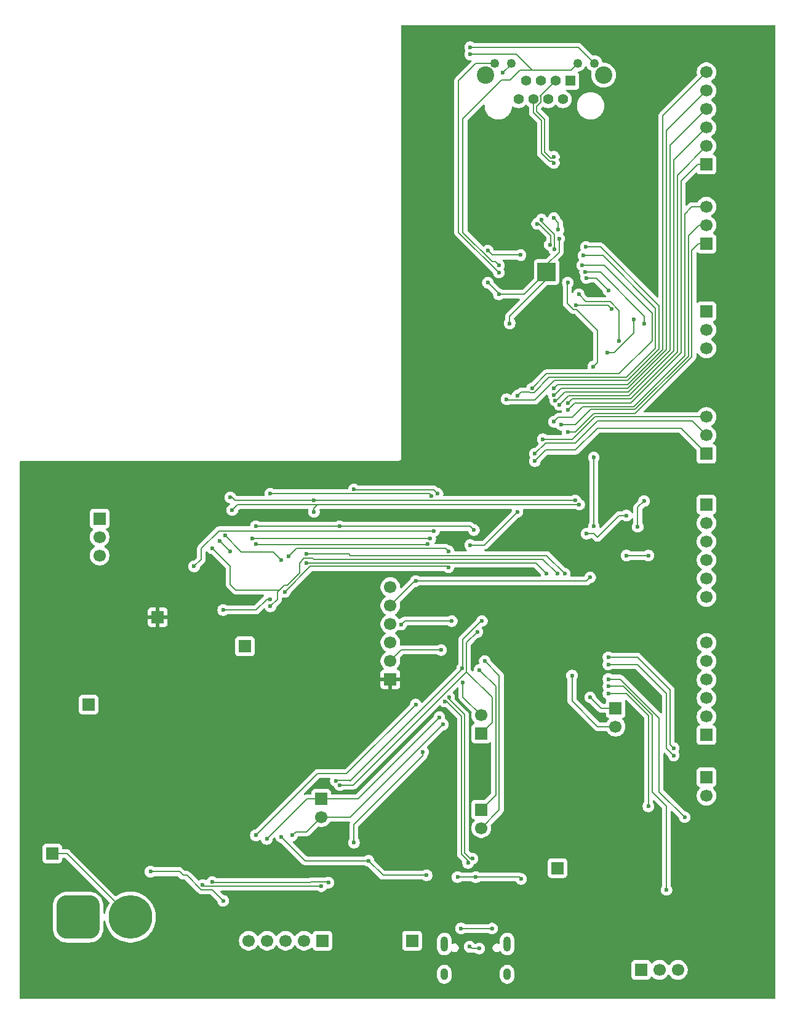
<source format=gbr>
%TF.GenerationSoftware,KiCad,Pcbnew,9.0.6*%
%TF.CreationDate,2025-12-25T01:52:07-08:00*%
%TF.ProjectId,Breakout V1,42726561-6b6f-4757-9420-56312e6b6963,rev?*%
%TF.SameCoordinates,Original*%
%TF.FileFunction,Copper,L2,Bot*%
%TF.FilePolarity,Positive*%
%FSLAX46Y46*%
G04 Gerber Fmt 4.6, Leading zero omitted, Abs format (unit mm)*
G04 Created by KiCad (PCBNEW 9.0.6) date 2025-12-25 01:52:07*
%MOMM*%
%LPD*%
G01*
G04 APERTURE LIST*
G04 Aperture macros list*
%AMRoundRect*
0 Rectangle with rounded corners*
0 $1 Rounding radius*
0 $2 $3 $4 $5 $6 $7 $8 $9 X,Y pos of 4 corners*
0 Add a 4 corners polygon primitive as box body*
4,1,4,$2,$3,$4,$5,$6,$7,$8,$9,$2,$3,0*
0 Add four circle primitives for the rounded corners*
1,1,$1+$1,$2,$3*
1,1,$1+$1,$4,$5*
1,1,$1+$1,$6,$7*
1,1,$1+$1,$8,$9*
0 Add four rect primitives between the rounded corners*
20,1,$1+$1,$2,$3,$4,$5,0*
20,1,$1+$1,$4,$5,$6,$7,0*
20,1,$1+$1,$6,$7,$8,$9,0*
20,1,$1+$1,$8,$9,$2,$3,0*%
G04 Aperture macros list end*
%TA.AperFunction,ComponentPad*%
%ADD10R,1.700000X1.700000*%
%TD*%
%TA.AperFunction,HeatsinkPad*%
%ADD11C,0.500000*%
%TD*%
%TA.AperFunction,HeatsinkPad*%
%ADD12R,2.500000X2.500000*%
%TD*%
%TA.AperFunction,ComponentPad*%
%ADD13C,1.700000*%
%TD*%
%TA.AperFunction,HeatsinkPad*%
%ADD14O,1.000000X2.100000*%
%TD*%
%TA.AperFunction,HeatsinkPad*%
%ADD15O,1.000000X1.600000*%
%TD*%
%TA.AperFunction,ComponentPad*%
%ADD16RoundRect,1.500000X-1.500000X-1.500000X1.500000X-1.500000X1.500000X1.500000X-1.500000X1.500000X0*%
%TD*%
%TA.AperFunction,ComponentPad*%
%ADD17C,6.000000*%
%TD*%
%TA.AperFunction,ComponentPad*%
%ADD18C,2.400000*%
%TD*%
%TA.AperFunction,ComponentPad*%
%ADD19C,1.250000*%
%TD*%
%TA.AperFunction,ComponentPad*%
%ADD20C,1.408000*%
%TD*%
%TA.AperFunction,ComponentPad*%
%ADD21R,1.408000X1.408000*%
%TD*%
%TA.AperFunction,ViaPad*%
%ADD22C,0.600000*%
%TD*%
%TA.AperFunction,Conductor*%
%ADD23C,0.200000*%
%TD*%
G04 APERTURE END LIST*
D10*
%TO.P,TP2,1,1*%
%TO.N,+3V3*%
X184500000Y-107000000D03*
%TD*%
D11*
%TO.P,U14,25,VSS*%
%TO.N,GND*%
X239000000Y-60500000D03*
X239000000Y-59500000D03*
X239000000Y-58500000D03*
X238000000Y-60500000D03*
D12*
X238000000Y-59500000D03*
D11*
X238000000Y-59500000D03*
X238000000Y-58500000D03*
X237000000Y-60500000D03*
X237000000Y-59500000D03*
X237000000Y-58500000D03*
%TD*%
D10*
%TO.P,TP4,1,1*%
%TO.N,+1V8*%
X196500000Y-111000000D03*
%TD*%
%TO.P,TP1,1,1*%
%TO.N,5V_BUS*%
X219500000Y-151500000D03*
%TD*%
%TO.P,J1,1,Pin_1*%
%TO.N,/MCU/UART4.TX*%
X229000000Y-133460000D03*
D13*
%TO.P,J1,2,Pin_2*%
%TO.N,/MCU/UART4.RX*%
X229000000Y-136000000D03*
%TD*%
D10*
%TO.P,J2,1,Pin_1*%
%TO.N,/MCU/CAN.RX*%
X207000000Y-131960000D03*
D13*
%TO.P,J2,2,Pin_2*%
%TO.N,/MCU/CAN.TX*%
X207000000Y-134500000D03*
%TD*%
D10*
%TO.P,J3,1,Pin_1*%
%TO.N,unconnected-(J3-Pin_1-Pad1)*%
X207175000Y-151500000D03*
D13*
%TO.P,J3,2,Pin_2*%
%TO.N,5V_BUS*%
X204635000Y-151500000D03*
%TO.P,J3,3,Pin_3*%
%TO.N,/CAN/CAN_P*%
X202095000Y-151500000D03*
%TO.P,J3,4,Pin_4*%
%TO.N,/CAN/CAN_N*%
X199555000Y-151500000D03*
%TO.P,J3,5,Pin_5*%
%TO.N,GND*%
X197015000Y-151500000D03*
%TD*%
D14*
%TO.P,J4,S1,SHIELD*%
%TO.N,GND*%
X223930000Y-151942471D03*
D15*
X223930000Y-156122471D03*
D14*
X232570000Y-151942471D03*
D15*
X232570000Y-156122471D03*
%TD*%
D10*
%TO.P,J5,1,Pin_1*%
%TO.N,+3V3*%
X216500000Y-115540000D03*
D13*
%TO.P,J5,2,Pin_2*%
%TO.N,/Flashing/SWCLK*%
X216500000Y-113000000D03*
%TO.P,J5,3,Pin_3*%
%TO.N,GND*%
X216500000Y-110460000D03*
%TO.P,J5,4,Pin_4*%
%TO.N,/Flashing/SWDIO*%
X216500000Y-107920000D03*
%TO.P,J5,5,Pin_5*%
%TO.N,/Flashing/nRST*%
X216500000Y-105380000D03*
%TO.P,J5,6,Pin_6*%
%TO.N,unconnected-(J5-Pin_6-Pad6)*%
X216500000Y-102840000D03*
%TD*%
D16*
%TO.P,J6,1,Pin_1*%
%TO.N,GND*%
X173550000Y-148250000D03*
D17*
%TO.P,J6,2,Pin_2*%
%TO.N,/power/BATT_INPUT*%
X180750000Y-148250000D03*
%TD*%
D10*
%TO.P,J7,1,Pin_1*%
%TO.N,/MCU/UART8.TX*%
X260000000Y-129000000D03*
D13*
%TO.P,J7,2,Pin_2*%
%TO.N,/MCU/UART8.RX*%
X260000000Y-131540000D03*
%TD*%
D10*
%TO.P,J8,1,Pin_1*%
%TO.N,/MCU/I2C1.SDA*%
X247500000Y-119500000D03*
D13*
%TO.P,J8,2,Pin_2*%
%TO.N,/MCU/I2C1.SCL*%
X247500000Y-122040000D03*
%TD*%
D10*
%TO.P,J9,1,Pin_1*%
%TO.N,/Extras/ADC1.INP6*%
X260000000Y-55580000D03*
D13*
%TO.P,J9,2,Pin_2*%
%TO.N,/Extras/ADC1.INP2*%
X260000000Y-53040000D03*
%TO.P,J9,3,Pin_3*%
%TO.N,/Extras/ADC1.INN2*%
X260000000Y-50500000D03*
%TD*%
D10*
%TO.P,J10,1,Pin_1*%
%TO.N,/Extras/QSPI.CS*%
X260000000Y-91500000D03*
D13*
%TO.P,J10,2,Pin_2*%
%TO.N,/Extras/QSPI.CLK*%
X260000000Y-94040000D03*
%TO.P,J10,3,Pin_3*%
%TO.N,/Extras/QSPI.IO0*%
X260000000Y-96580000D03*
%TO.P,J10,4,Pin_4*%
%TO.N,/Extras/QSPI.IO1*%
X260000000Y-99120000D03*
%TO.P,J10,5,Pin_5*%
%TO.N,/Extras/QSPI.IO2*%
X260000000Y-101660000D03*
%TO.P,J10,6,Pin_6*%
%TO.N,/Extras/QSPI.IO3*%
X260000000Y-104200000D03*
%TD*%
D10*
%TO.P,J11,1,Pin_1*%
%TO.N,/Extras/GPIO.PF0*%
X260000000Y-123200000D03*
D13*
%TO.P,J11,2,Pin_2*%
%TO.N,/Extras/GPIO.PF1*%
X260000000Y-120660000D03*
%TO.P,J11,3,Pin_3*%
%TO.N,/Extras/GPIO.PF2*%
X260000000Y-118120000D03*
%TO.P,J11,4,Pin_4*%
%TO.N,/Extras/GPIO.PF3*%
X260000000Y-115580000D03*
%TO.P,J11,5,Pin_5*%
%TO.N,/Extras/GPIO.PF4*%
X260000000Y-113040000D03*
%TO.P,J11,6,Pin_6*%
%TO.N,/Extras/GPIO.PF5*%
X260000000Y-110500000D03*
%TD*%
%TO.P,J12,3,Pin_3*%
%TO.N,/Extras/OPAMP2.VIN_P*%
X260000000Y-79420000D03*
%TO.P,J12,2,Pin_2*%
%TO.N,/Extras/OPAMP2.VOUT*%
X260000000Y-81960000D03*
D10*
%TO.P,J12,1,Pin_1*%
%TO.N,/Extras/OPAMP2.VIN_N*%
X260000000Y-84500000D03*
%TD*%
D18*
%TO.P,J14,S2,SHIELD*%
%TO.N,GND*%
X229580000Y-32382500D03*
%TO.P,J14,S1,SHIELD*%
X245840000Y-32382500D03*
D19*
%TO.P,J14,12*%
%TO.N,/Ethernet/LED_Y*%
X230850000Y-30782500D03*
%TO.P,J14,11*%
%TO.N,Net-(J14-Pad11)*%
X233140000Y-30782500D03*
%TO.P,J14,10*%
%TO.N,/Ethernet/LED_G*%
X242280000Y-30782500D03*
%TO.P,J14,9*%
%TO.N,Net-(J14-Pad9)*%
X244570000Y-30782500D03*
D20*
%TO.P,J14,8,8*%
%TO.N,unconnected-(J14-Pad8)*%
X234140000Y-35732500D03*
%TO.P,J14,7,7*%
%TO.N,unconnected-(J14-Pad7)*%
X235160000Y-33192500D03*
%TO.P,J14,6,6*%
%TO.N,/Ethernet/RX_N*%
X236180000Y-35732500D03*
%TO.P,J14,5,5*%
%TO.N,unconnected-(J14-Pad5)*%
X237200000Y-33192500D03*
%TO.P,J14,4,4*%
%TO.N,unconnected-(J14-Pad4)*%
X238220000Y-35732500D03*
%TO.P,J14,3,3*%
%TO.N,/Ethernet/RX_P*%
X239240000Y-33192500D03*
%TO.P,J14,2,2*%
%TO.N,/Ethernet/TX_N*%
X240260000Y-35732500D03*
D21*
%TO.P,J14,1,1*%
%TO.N,/Ethernet/TX_P*%
X241280000Y-33192500D03*
%TD*%
D10*
%TO.P,J13,1,Pin_1*%
%TO.N,/Extras/GPIO.PE10*%
X260000000Y-44700000D03*
D13*
%TO.P,J13,2,Pin_2*%
%TO.N,/Extras/GPIO.PE11*%
X260000000Y-42160000D03*
%TO.P,J13,3,Pin_3*%
%TO.N,/Extras/GPIO.PE12*%
X260000000Y-39620000D03*
%TO.P,J13,4,Pin_4*%
%TO.N,/Extras/GPIO.PE13*%
X260000000Y-37080000D03*
%TO.P,J13,5,Pin_5*%
%TO.N,/Extras/GPIO.PE14*%
X260000000Y-34540000D03*
%TO.P,J13,6,Pin_6*%
%TO.N,/Extras/GPIO.PE15*%
X260000000Y-32000000D03*
%TD*%
D10*
%TO.P,5V1,1,1*%
%TO.N,+5V*%
X175000000Y-119000000D03*
%TD*%
%TO.P,J18,1,Pin_1*%
%TO.N,GND*%
X251000000Y-155500000D03*
D13*
%TO.P,J18,2,Pin_2*%
X253540000Y-155500000D03*
%TO.P,J18,3,Pin_3*%
X256080000Y-155500000D03*
%TD*%
D10*
%TO.P,J15,1,Pin_1*%
%TO.N,/MCU/I2C4.SDA*%
X229000000Y-123000000D03*
D13*
%TO.P,J15,2,Pin_2*%
%TO.N,/MCU/I2C4.SCL*%
X229000000Y-120460000D03*
%TD*%
D10*
%TO.P,J16,1,Pin_1*%
%TO.N,GND*%
X260000000Y-64920000D03*
D13*
%TO.P,J16,2,Pin_2*%
X260000000Y-67460000D03*
%TO.P,J16,3,Pin_3*%
X260000000Y-70000000D03*
%TD*%
D10*
%TO.P,J17,1,Pin_1*%
%TO.N,GND*%
X176500000Y-93420000D03*
D13*
%TO.P,J17,2,Pin_2*%
X176500000Y-95960000D03*
%TO.P,J17,3,Pin_3*%
X176500000Y-98500000D03*
%TD*%
D10*
%TO.P,TP5,1,1*%
%TO.N,/Flashing/V_USB*%
X239500000Y-141500000D03*
%TD*%
%TO.P,TP3,1,1*%
%TO.N,/power/BATT_INPUT*%
X170000000Y-139500000D03*
%TD*%
D22*
%TO.N,/Ethernet/RX_N*%
X239000000Y-44487500D03*
%TO.N,/Ethernet/RX_P*%
X239000000Y-43637500D03*
%TO.N,/Ethernet/TD_N*%
X239050521Y-56363021D03*
%TO.N,/Ethernet/TD_P*%
X238449479Y-55761979D03*
X236699479Y-52863021D03*
%TO.N,/Ethernet/TD_N*%
X237300521Y-52261979D03*
%TO.N,/Ethernet/LED_G*%
X227500000Y-29562500D03*
%TO.N,Net-(J14-Pad9)*%
X227500000Y-28562500D03*
%TO.N,/MCU/UART8.RX*%
X246500000Y-113500000D03*
%TO.N,/Flashing/nRST*%
X251425000Y-66562500D03*
%TO.N,Net-(U14-RBIAS)*%
X229925000Y-56562500D03*
%TO.N,/Ethernet/ETH.MDIO*%
X242425000Y-62562500D03*
%TO.N,GND*%
X229925000Y-60962500D03*
X231425000Y-62562500D03*
%TO.N,Net-(U14-RXER{slash}PHYAD0)*%
X246925000Y-64562500D03*
%TO.N,/Ethernet/ETH.TX_EN*%
X236000000Y-75500000D03*
%TO.N,/Ethernet/ETH.TXD1*%
X243425000Y-56062500D03*
%TO.N,GND*%
X232925000Y-66562500D03*
%TO.N,/Flashing/nRST*%
X243306985Y-59531985D03*
%TO.N,Net-(U14-RXER{slash}PHYAD0)*%
X242077473Y-64063500D03*
%TO.N,/Ethernet/LED_Y*%
X231425000Y-59562500D03*
%TO.N,/Ethernet/ETH.MDC*%
X240910367Y-60962500D03*
X244425000Y-72500000D03*
%TO.N,/Extras/GPIO.PE13*%
X239198528Y-77150000D03*
%TO.N,/Ethernet/RD_P*%
X239000000Y-52062500D03*
X239624265Y-53686765D03*
%TO.N,GND*%
X239736835Y-54902136D03*
%TO.N,Net-(J14-Pad11)*%
X232000000Y-32062500D03*
%TO.N,/Ethernet/ETH.MDIO*%
X248000000Y-69000000D03*
%TO.N,/Ethernet/ETH.TX_EN*%
X242925000Y-58562500D03*
%TO.N,Net-(U14-~{INT}{slash}REFCLKO)*%
X243450059Y-60319090D03*
%TO.N,/Extras/GPIO.PE14*%
X238964842Y-76384888D03*
%TO.N,/Extras/ADC1.INP2*%
X240000000Y-80500000D03*
%TO.N,/Extras/ADC1.INP6*%
X240900000Y-81500000D03*
%TO.N,+3V3*%
X239000000Y-109000000D03*
%TO.N,/Extras/GPIO.PE12*%
X239750000Y-77750000D03*
%TO.N,/Ethernet/ETH.TXD0*%
X243099265Y-57236765D03*
%TO.N,/Ethernet/ETH.TXD1*%
X232500000Y-77000000D03*
%TO.N,/Extras/GPIO.PE15*%
X239000000Y-75500000D03*
%TO.N,Net-(U14-~{INT}{slash}REFCLKO)*%
X246500000Y-62000000D03*
%TO.N,/Extras/GPIO.PE11*%
X240900000Y-77500000D03*
%TO.N,/Extras/QSPI.IO1*%
X249000000Y-98500000D03*
X252000000Y-98500000D03*
%TO.N,/Extras/ADC1.INN2*%
X239000000Y-80100000D03*
%TO.N,+3V3*%
X198000000Y-119225000D03*
%TO.N,Net-(U14-RBIAS)*%
X234425000Y-57162500D03*
%TO.N,/Ethernet/ETH.MDC*%
X244500000Y-94500000D03*
X244500000Y-85000000D03*
%TO.N,/Ethernet/ETH.TXD0*%
X234000000Y-76500000D03*
%TO.N,/Extras/GPIO.PE10*%
X240900000Y-78500000D03*
%TO.N,/Flashing/USB-*%
X227400000Y-152322471D03*
%TO.N,/MCU/I2C4.SDA*%
X208000000Y-143500000D03*
%TO.N,/MCU/CAN.RX*%
X223250000Y-120750000D03*
%TO.N,/MCU/I2C4.SDA*%
X228500000Y-109000000D03*
%TO.N,/MCU/SPI1.SCK*%
X194750000Y-92250000D03*
%TO.N,/ADXL375/SPI.SCK*%
X238000000Y-101000000D03*
%TO.N,/MCU/bus_alert*%
X211500000Y-138000000D03*
%TO.N,/MCU/UART8.TX*%
X246500000Y-112500000D03*
X255500000Y-125000000D03*
%TO.N,/IMU (2g-16g)/CS*%
X224500000Y-97900000D03*
X202500000Y-98600000D03*
%TO.N,+3V3*%
X250000000Y-108500000D03*
%TO.N,/MCU/I2C4.SDA*%
X192000000Y-143400000D03*
%TO.N,/MCU/CAN.TX*%
X203000000Y-137000000D03*
%TO.N,+3V3*%
X188500000Y-118000000D03*
X238100000Y-88000000D03*
X227500000Y-89000000D03*
%TO.N,Net-(U2-REGOUT)*%
X200000000Y-104500000D03*
%TO.N,/IMU (2g-16g)/INT*%
X224500000Y-100100000D03*
%TO.N,/ADXL375/SPI.MISO*%
X200000000Y-105500000D03*
%TO.N,/ADXL375/SPI.SCK*%
X205000000Y-99500000D03*
%TO.N,/Flashing/USB-*%
X228750000Y-152572471D03*
%TO.N,/Flashing/V_USB*%
X228250000Y-142750000D03*
%TO.N,/MCU/SPI1.MISO*%
X194500000Y-90500000D03*
%TO.N,/Flashing/D-*%
X227199479Y-140800521D03*
%TO.N,/MCU/SPI1.SCK*%
X206000000Y-92500000D03*
%TO.N,Net-(U2-REGOUT)*%
X193500000Y-106000000D03*
%TO.N,/ADXL375/SPI.MISO*%
X192000000Y-97500000D03*
%TO.N,+3V3*%
X209000000Y-119500000D03*
X242600764Y-60967164D03*
%TO.N,/MCU/UART8.RX*%
X255500000Y-126000000D03*
%TO.N,+3V3*%
X249500000Y-56500000D03*
X254500000Y-101012500D03*
X211500000Y-93000000D03*
%TO.N,/ADXL375/INT1*%
X221600000Y-96900000D03*
%TO.N,+5V*%
X213500000Y-140500000D03*
%TO.N,/Flashing/D+*%
X224575736Y-117974694D03*
%TO.N,/Flashing/D-*%
X223974694Y-118575736D03*
%TO.N,/Flashing/nRST*%
X244000000Y-101500000D03*
%TO.N,/MCU/UART4.TX*%
X228750000Y-114250000D03*
%TO.N,/MCU/UART4.RX*%
X229500000Y-113000000D03*
%TO.N,/Flashing/BOOT0*%
X246500000Y-117500000D03*
X252000000Y-133000000D03*
%TO.N,+3V3*%
X200000000Y-93000000D03*
%TO.N,/MCU/SPI1.MOSI*%
X209500000Y-94500000D03*
X198000000Y-94500000D03*
%TO.N,/MCU/batt_alert*%
X220000000Y-119000000D03*
%TO.N,+3V3*%
X213500000Y-138250000D03*
%TO.N,GND*%
X246382330Y-70588349D03*
%TO.N,/ADXL375/SPI.MOSI*%
X240500000Y-101000000D03*
%TO.N,/IMU (2g-16g)/INT*%
X202000000Y-103500000D03*
%TO.N,/MCU/batt_alert*%
X198000000Y-137000000D03*
%TO.N,/ADXL375/SPI.MOSI*%
X205000000Y-98299000D03*
%TO.N,/ADXL375/SPI.MISO*%
X239500000Y-101000000D03*
%TO.N,+3V3*%
X249000000Y-94000000D03*
X245500000Y-86000000D03*
%TO.N,/MCU/I2C1.SDA*%
X244000000Y-118000000D03*
%TO.N,/Flashing/V_USB*%
X234500000Y-143000000D03*
%TO.N,+3V3*%
X243000000Y-68500000D03*
%TO.N,/MCU/I2C1.SCL*%
X241500000Y-115000000D03*
%TO.N,+3V3*%
X241000000Y-66000000D03*
%TO.N,/Flashing/VBUS*%
X226248023Y-149812980D03*
%TO.N,/Extras/OPAMP2.VIN_N*%
X236400000Y-85500000D03*
%TO.N,/MCU/bus_alert*%
X221000000Y-125500000D03*
%TO.N,/MCU/BARO_CS0*%
X223000000Y-90000000D03*
%TO.N,/Flashing/nRST*%
X220000000Y-102000000D03*
%TO.N,/MCU/BARO_CS0*%
X211500000Y-89400000D03*
%TO.N,/Flashing/SWCLK*%
X223500000Y-111500000D03*
%TO.N,/Extras/OPAMP2.VIN_P*%
X237500000Y-82500000D03*
%TO.N,/Flashing/VBUS*%
X230500000Y-149822471D03*
%TO.N,/Flashing/V_USB*%
X225750000Y-142750000D03*
%TO.N,/ADXL375/SPI.SCK*%
X193750000Y-95750000D03*
%TO.N,/MCU/SPI1.MISO*%
X241934313Y-90900000D03*
%TO.N,+3V3*%
X186000000Y-103500000D03*
%TO.N,/MCU/CAN.RX*%
X199500000Y-137500000D03*
%TO.N,/Flashing/SWDIO*%
X218000000Y-108000000D03*
%TO.N,/Flashing/nRST*%
X250548162Y-94548162D03*
%TO.N,/ADXL375/SPI.SCK*%
X201500000Y-99100000D03*
%TO.N,/ADXL375/SPI.MOSI*%
X194424265Y-97924265D03*
%TO.N,/ADXL375/INT2*%
X222000000Y-96174265D03*
%TO.N,/MCU/BUTT_1*%
X257000000Y-134500000D03*
%TO.N,/MCU/BUTT_0*%
X246500000Y-116500000D03*
%TO.N,+3V3*%
X233100000Y-87500000D03*
%TO.N,/ADXL375/INT1*%
X198006620Y-96900000D03*
%TO.N,/MCU/BUTT_1*%
X246500000Y-115500000D03*
%TO.N,/Extras/QSPI.CS*%
X243500000Y-95500000D03*
X249000000Y-93000000D03*
%TO.N,+3V3*%
X204000000Y-104500000D03*
%TO.N,/ADXL375/SPI.MOSI*%
X193000000Y-96500000D03*
%TO.N,/MCU/BARO_CS1*%
X200000000Y-90000000D03*
X222150000Y-90300000D03*
%TO.N,/Flashing/SWDIO*%
X224951118Y-107511743D03*
%TO.N,GND*%
X227500000Y-97053676D03*
%TO.N,/power/V_BATT*%
X183500000Y-142000000D03*
%TO.N,+5V*%
X221500000Y-142500000D03*
X201497677Y-137224974D03*
%TO.N,/MCU/I2C4.SCL*%
X229100000Y-107500000D03*
X209000000Y-129500000D03*
%TO.N,/MCU/CAN.TX*%
X223750000Y-121750000D03*
%TO.N,/MCU/I2C4.SCL*%
X190674265Y-143825735D03*
%TO.N,+3V3*%
X197000000Y-142000000D03*
%TO.N,/MCU/I2C4.SCL*%
X207000000Y-144000000D03*
%TO.N,/MCU/I2C4.SDA*%
X209565687Y-130065687D03*
%TO.N,+3V3*%
X186250000Y-146000000D03*
X196250000Y-140000000D03*
%TO.N,/Extras/OPAMP2.VOUT*%
X236400000Y-84500000D03*
%TO.N,+3V3*%
X234500000Y-117500000D03*
%TO.N,/MCU/SPI1.MISO*%
X206000000Y-90900000D03*
%TO.N,/Ethernet/LED_G*%
X231425000Y-58562500D03*
%TO.N,GND*%
X250000000Y-66000000D03*
%TO.N,+3V3*%
X185500000Y-94000000D03*
X232500000Y-109000000D03*
X224500000Y-96000000D03*
X225000000Y-110000000D03*
X243000000Y-71000000D03*
%TO.N,/ADXL375/CS*%
X222500000Y-95100000D03*
%TO.N,/MCU/I2C4.SCL*%
X226400000Y-114000000D03*
X226500000Y-116000000D03*
%TO.N,/power/V_BATT*%
X193500000Y-146000000D03*
%TO.N,+3V3*%
X206750000Y-146750000D03*
%TO.N,GND*%
X234000000Y-92500000D03*
%TO.N,/ADXL375/INT2*%
X197500000Y-96174265D03*
%TO.N,/Flashing/nRST*%
X251425000Y-91000000D03*
%TO.N,/ADXL375/CS*%
X189500000Y-100000000D03*
%TO.N,/MCU/BUTT_0*%
X254500000Y-144500000D03*
%TO.N,+3V3*%
X245000000Y-109000000D03*
X261500000Y-134000000D03*
X221500000Y-58500000D03*
%TO.N,/MCU/SPI1.MOSI*%
X228000000Y-95000000D03*
%TO.N,/Flashing/D+*%
X227800521Y-140199479D03*
%TO.N,/MCU/SPI1.SCK*%
X242500000Y-91500000D03*
%TD*%
D23*
%TO.N,/Ethernet/RX_P*%
X239000000Y-43637500D02*
X238800001Y-43837499D01*
%TO.N,/Ethernet/RX_N*%
X238800001Y-44287501D02*
X238406802Y-44287501D01*
X238406802Y-44287501D02*
X237275000Y-43155699D01*
%TO.N,/Ethernet/RX_P*%
X238800001Y-43837499D02*
X238593198Y-43837499D01*
X238593198Y-43837499D02*
X237725000Y-42969301D01*
%TO.N,/Ethernet/RX_N*%
X239000000Y-44487500D02*
X238800001Y-44287501D01*
%TO.N,Net-(J14-Pad11)*%
X233140000Y-30782500D02*
X233140000Y-30922500D01*
%TO.N,/Ethernet/RD_P*%
X239624265Y-53686765D02*
X239624265Y-52686765D01*
X239624265Y-52686765D02*
X239000000Y-52062500D01*
%TO.N,Net-(J14-Pad11)*%
X233140000Y-30922500D02*
X232000000Y-32062500D01*
%TO.N,/Ethernet/RX_N*%
X236180000Y-35732500D02*
X236214999Y-35767499D01*
%TO.N,/Extras/OPAMP2.VIN_P*%
X244647100Y-79420000D02*
X260000000Y-79420000D01*
X237500000Y-82500000D02*
X241567100Y-82500000D01*
%TO.N,/Ethernet/RX_P*%
X236630001Y-37374303D02*
X237725000Y-38469302D01*
X236630001Y-36703784D02*
X236630001Y-37374303D01*
X239240000Y-33192500D02*
X237150642Y-35281858D01*
%TO.N,/Ethernet/RX_N*%
X237275000Y-38655698D02*
X237275000Y-43155699D01*
%TO.N,/Ethernet/RX_P*%
X237185000Y-36148785D02*
X236630001Y-36703784D01*
X237150642Y-35281858D02*
X237185000Y-35316215D01*
X237725000Y-38469302D02*
X237725000Y-42969301D01*
X237185000Y-35316215D02*
X237185000Y-36148785D01*
%TO.N,/Ethernet/RX_N*%
X236180000Y-35732500D02*
X236180000Y-37560698D01*
X236180000Y-37560698D02*
X237275000Y-38655698D01*
%TO.N,/Extras/OPAMP2.VIN_N*%
X245000000Y-81000000D02*
X256500000Y-81000000D01*
%TO.N,/Extras/ADC1.INP6*%
X260000000Y-55580000D02*
X258920000Y-55580000D01*
%TO.N,/Ethernet/TD_N*%
X239050521Y-54294822D02*
X237300521Y-52544822D01*
%TO.N,/Ethernet/TD_P*%
X238600520Y-55610938D02*
X238600520Y-54481219D01*
X236982322Y-52863021D02*
X236699479Y-52863021D01*
X238600520Y-54481219D02*
X236982322Y-52863021D01*
X238449479Y-55761979D02*
X238600520Y-55610938D01*
%TO.N,/Ethernet/TD_N*%
X237300521Y-52544822D02*
X237300521Y-52261979D01*
X239050521Y-56363021D02*
X239050521Y-54294822D01*
%TO.N,/MCU/BARO_CS0*%
X211500000Y-89500000D02*
X211500000Y-89400000D01*
%TO.N,/Extras/OPAMP2.VIN_N*%
X236400000Y-85500000D02*
X237900000Y-84000000D01*
X242000000Y-84000000D02*
X245000000Y-81000000D01*
%TO.N,/Extras/ADC1.INP6*%
X242000000Y-81500000D02*
X240900000Y-81500000D01*
X258920000Y-55580000D02*
X258000000Y-56500000D01*
X258000000Y-71134200D02*
X250134200Y-79000000D01*
%TO.N,+5V*%
X204772703Y-140500000D02*
X201497677Y-137224974D01*
%TO.N,/Extras/ADC1.INP6*%
X250134200Y-79000000D02*
X244500000Y-79000000D01*
X258000000Y-56500000D02*
X258000000Y-71134200D01*
X244500000Y-79000000D02*
X242000000Y-81500000D01*
%TO.N,/Extras/OPAMP2.VIN_N*%
X237900000Y-84000000D02*
X242000000Y-84000000D01*
%TO.N,/Extras/GPIO.PE10*%
X240900000Y-78500000D02*
X241900000Y-77500000D01*
%TO.N,/Extras/OPAMP2.VIN_N*%
X256500000Y-81000000D02*
X260000000Y-84500000D01*
%TO.N,/Extras/GPIO.PE10*%
X241900000Y-77500000D02*
X249567100Y-77500000D01*
X256500000Y-47000000D02*
X258800000Y-44700000D01*
X256500000Y-70567100D02*
X256500000Y-47000000D01*
X249567100Y-77500000D02*
X256500000Y-70567100D01*
X258800000Y-44700000D02*
X260000000Y-44700000D01*
%TO.N,/Extras/OPAMP2.VIN_P*%
X241567100Y-82500000D02*
X244647100Y-79420000D01*
%TO.N,/Extras/OPAMP2.VOUT*%
X257000000Y-80000000D02*
X245000000Y-80000000D01*
X237900000Y-83000000D02*
X236400000Y-84500000D01*
%TO.N,Net-(U14-~{INT}{slash}REFCLKO)*%
X246500000Y-62000000D02*
X244819090Y-60319090D01*
X244819090Y-60319090D02*
X243450059Y-60319090D01*
%TO.N,/Extras/OPAMP2.VOUT*%
X245000000Y-80000000D02*
X242000000Y-83000000D01*
X238500000Y-83000000D02*
X237900000Y-83000000D01*
%TO.N,/Extras/QSPI.IO1*%
X249000000Y-98500000D02*
X252000000Y-98500000D01*
%TO.N,/Extras/OPAMP2.VOUT*%
X258040000Y-80000000D02*
X257000000Y-80000000D01*
X242000000Y-83000000D02*
X238500000Y-83000000D01*
X260000000Y-81960000D02*
X258040000Y-80000000D01*
%TO.N,/Ethernet/ETH.TXD1*%
X253500000Y-70054600D02*
X249153600Y-74401000D01*
%TO.N,/Extras/GPIO.PE14*%
X238964842Y-76384888D02*
X239115112Y-76384888D01*
X239115112Y-76384888D02*
X240000000Y-75500000D01*
%TO.N,/Ethernet/ETH.TXD1*%
X239099000Y-74401000D02*
X236399000Y-77101000D01*
%TO.N,/Extras/GPIO.PE14*%
X254500000Y-70188800D02*
X254500000Y-40040000D01*
X249188800Y-75500000D02*
X254500000Y-70188800D01*
%TO.N,/Ethernet/ETH.TXD1*%
X232601000Y-77101000D02*
X232500000Y-77000000D01*
X249153600Y-74401000D02*
X239099000Y-74401000D01*
X236399000Y-77101000D02*
X232601000Y-77101000D01*
%TO.N,/Extras/GPIO.PE14*%
X240000000Y-75500000D02*
X249188800Y-75500000D01*
%TO.N,/Ethernet/ETH.TXD1*%
X253500000Y-64137500D02*
X253500000Y-70054600D01*
X245425000Y-56062500D02*
X253500000Y-64137500D01*
X243425000Y-56062500D02*
X245425000Y-56062500D01*
%TO.N,/Extras/GPIO.PE14*%
X254500000Y-40040000D02*
X260000000Y-34540000D01*
%TO.N,/power/V_BATT*%
X188500000Y-142500000D02*
X190500000Y-144500000D01*
%TO.N,/Flashing/VBUS*%
X226257514Y-149822471D02*
X226248023Y-149812980D01*
X230500000Y-149822471D02*
X226257514Y-149822471D01*
%TO.N,/MCU/UART8.RX*%
X246500000Y-113500000D02*
X250500000Y-113500000D01*
X254500000Y-125000000D02*
X255500000Y-126000000D01*
X254500000Y-117500000D02*
X254500000Y-125000000D01*
X250500000Y-113500000D02*
X254500000Y-117500000D01*
%TO.N,/MCU/BARO_CS0*%
X223000000Y-90000000D02*
X222500000Y-89500000D01*
%TO.N,/MCU/I2C1.SCL*%
X241500000Y-118500000D02*
X241500000Y-115000000D01*
%TO.N,/MCU/UART8.TX*%
X255000000Y-124500000D02*
X255000000Y-117000000D01*
%TO.N,/MCU/I2C1.SDA*%
X245500000Y-119500000D02*
X244000000Y-118000000D01*
%TO.N,/MCU/UART8.TX*%
X250500000Y-112500000D02*
X246500000Y-112500000D01*
%TO.N,/MCU/I2C1.SDA*%
X247500000Y-119500000D02*
X245500000Y-119500000D01*
%TO.N,/Extras/GPIO.PE11*%
X256000000Y-46160000D02*
X260000000Y-42160000D01*
%TO.N,/MCU/UART8.TX*%
X255500000Y-125000000D02*
X255000000Y-124500000D01*
%TO.N,/Extras/GPIO.PE11*%
X240900000Y-77500000D02*
X241499000Y-76901000D01*
%TO.N,/MCU/UART8.TX*%
X255000000Y-117000000D02*
X250500000Y-112500000D01*
%TO.N,/MCU/I2C1.SCL*%
X245040000Y-122040000D02*
X241500000Y-118500000D01*
%TO.N,/Extras/GPIO.PE11*%
X241499000Y-76901000D02*
X249599000Y-76901000D01*
X249599000Y-76901000D02*
X256000000Y-70500000D01*
X256000000Y-70500000D02*
X256000000Y-46160000D01*
%TO.N,/MCU/I2C1.SCL*%
X247500000Y-122040000D02*
X245040000Y-122040000D01*
%TO.N,/MCU/BARO_CS0*%
X222500000Y-89500000D02*
X211500000Y-89500000D01*
%TO.N,/Extras/ADC1.INN2*%
X241500000Y-79500000D02*
X243000000Y-78000000D01*
X257000000Y-53000000D02*
X257000000Y-71000000D01*
%TO.N,/Extras/GPIO.PE15*%
X254000000Y-65800000D02*
X254000000Y-38000000D01*
%TO.N,/Extras/ADC1.INN2*%
X250000000Y-78000000D02*
X257000000Y-71000000D01*
X239000000Y-80100000D02*
X239600000Y-79500000D01*
%TO.N,/Extras/ADC1.INP2*%
X244099000Y-78401000D02*
X250166100Y-78401000D01*
X240000000Y-80500000D02*
X242000000Y-80500000D01*
%TO.N,/Extras/GPIO.PE15*%
X254000000Y-38000000D02*
X260000000Y-32000000D01*
%TO.N,/Extras/ADC1.INP2*%
X257500000Y-71067100D02*
X257500000Y-54500000D01*
X258960000Y-53040000D02*
X260000000Y-53040000D01*
X242000000Y-80500000D02*
X244099000Y-78401000D01*
X250166100Y-78401000D02*
X257500000Y-71067100D01*
X257500000Y-54500000D02*
X258960000Y-53040000D01*
%TO.N,/Extras/ADC1.INN2*%
X243000000Y-78000000D02*
X250000000Y-78000000D01*
X239600000Y-79500000D02*
X241500000Y-79500000D01*
%TO.N,/Flashing/V_USB*%
X228250000Y-142750000D02*
X225750000Y-142750000D01*
%TO.N,/Ethernet/LED_G*%
X231812757Y-33062500D02*
X233000000Y-33062500D01*
X226500000Y-38375257D02*
X231812757Y-33062500D01*
X233000000Y-33062500D02*
X234354000Y-31708500D01*
X234354000Y-31708500D02*
X236000000Y-31708500D01*
%TO.N,/Flashing/nRST*%
X251425000Y-66562500D02*
X251425000Y-65562500D01*
%TO.N,/Ethernet/LED_G*%
X231425000Y-58562500D02*
X230925000Y-58062500D01*
X230925000Y-58062500D02*
X230492100Y-58062500D01*
X226500000Y-54070400D02*
X226500000Y-38375257D01*
%TO.N,/ADXL375/SPI.SCK*%
X236500000Y-99500000D02*
X209500000Y-99500000D01*
%TO.N,/Ethernet/LED_G*%
X230492100Y-58062500D02*
X226500000Y-54070400D01*
%TO.N,/Flashing/nRST*%
X245394485Y-59531985D02*
X243306985Y-59531985D01*
%TO.N,/ADXL375/SPI.SCK*%
X238000000Y-101000000D02*
X236500000Y-99500000D01*
%TO.N,/Flashing/nRST*%
X251425000Y-65562500D02*
X245394485Y-59531985D01*
%TO.N,+5V*%
X213500000Y-140500000D02*
X204772703Y-140500000D01*
%TO.N,/Extras/GPIO.PE15*%
X239500000Y-75000000D02*
X249121700Y-75000000D01*
X239000000Y-75500000D02*
X239500000Y-75000000D01*
X249121700Y-75000000D02*
X254000000Y-70121700D01*
X254000000Y-70121700D02*
X254000000Y-65800000D01*
%TO.N,/ADXL375/SPI.MISO*%
X205899000Y-98899000D02*
X204601000Y-98899000D01*
X206000000Y-99000000D02*
X205899000Y-98899000D01*
%TO.N,/MCU/I2C4.SDA*%
X192100000Y-143500000D02*
X192000000Y-143400000D01*
X205500000Y-143500000D02*
X192100000Y-143500000D01*
X207899000Y-143399000D02*
X205601000Y-143399000D01*
X230500000Y-121500000D02*
X230500000Y-118000000D01*
X208000000Y-143500000D02*
X207899000Y-143399000D01*
X205601000Y-143399000D02*
X205500000Y-143500000D01*
%TO.N,/Flashing/SWDIO*%
X218488257Y-107511743D02*
X224951118Y-107511743D01*
%TO.N,/MCU/I2C4.SDA*%
X229000000Y-123000000D02*
X230500000Y-121500000D01*
%TO.N,/MCU/CAN.TX*%
X203500000Y-136500000D02*
X205000000Y-136500000D01*
X203000000Y-137000000D02*
X203500000Y-136500000D01*
X205000000Y-136500000D02*
X207000000Y-134500000D01*
%TO.N,/Flashing/SWDIO*%
X218000000Y-108000000D02*
X218488257Y-107511743D01*
%TO.N,/Ethernet/LED_Y*%
X225900000Y-53562500D02*
X225900000Y-54037500D01*
X225900000Y-54037500D02*
X231425000Y-59562500D01*
X225900000Y-33162500D02*
X225900000Y-53562500D01*
X228280000Y-30782500D02*
X225900000Y-33162500D01*
X230850000Y-30782500D02*
X228280000Y-30782500D01*
%TO.N,/Ethernet/LED_G*%
X241354000Y-31708500D02*
X242280000Y-30782500D01*
%TO.N,GND*%
X239736835Y-54902136D02*
X239736835Y-56763165D01*
X239736835Y-56763165D02*
X238000000Y-58500000D01*
%TO.N,/power/V_BATT*%
X190500000Y-144500000D02*
X192000000Y-144500000D01*
%TO.N,Net-(J14-Pad9)*%
X242350000Y-28562500D02*
X227500000Y-28562500D01*
%TO.N,/power/V_BATT*%
X188000000Y-142500000D02*
X188500000Y-142500000D01*
%TO.N,GND*%
X229925000Y-60962500D02*
X231425000Y-62462500D01*
%TO.N,Net-(J14-Pad9)*%
X244570000Y-30782500D02*
X242350000Y-28562500D01*
%TO.N,GND*%
X231425000Y-62462500D02*
X231425000Y-62562500D01*
%TO.N,/power/V_BATT*%
X192000000Y-144500000D02*
X193500000Y-146000000D01*
%TO.N,/Flashing/V_USB*%
X234500000Y-143000000D02*
X234250000Y-142750000D01*
%TO.N,/MCU/I2C4.SDA*%
X230500000Y-118000000D02*
X227000000Y-114500000D01*
%TO.N,/Flashing/V_USB*%
X234250000Y-142750000D02*
X228250000Y-142750000D01*
%TO.N,/ADXL375/SPI.MOSI*%
X211000000Y-98500000D02*
X210799000Y-98299000D01*
X210799000Y-98299000D02*
X205000000Y-98299000D01*
%TO.N,/MCU/CAN.TX*%
X211000000Y-134500000D02*
X207000000Y-134500000D01*
%TO.N,Net-(U14-RBIAS)*%
X234425000Y-57162500D02*
X230525000Y-57162500D01*
X230525000Y-57162500D02*
X229925000Y-56562500D01*
%TO.N,/MCU/CAN.TX*%
X223750000Y-121750000D02*
X211000000Y-134500000D01*
%TO.N,/MCU/I2C4.SDA*%
X211434313Y-130065687D02*
X227000000Y-114500000D01*
X209565687Y-130065687D02*
X211434313Y-130065687D01*
%TO.N,/IMU (2g-16g)/INT*%
X205500000Y-100000000D02*
X202000000Y-103500000D01*
X224400000Y-100000000D02*
X205500000Y-100000000D01*
X224500000Y-100100000D02*
X224400000Y-100000000D01*
%TO.N,/MCU/batt_alert*%
X210500000Y-128500000D02*
X220000000Y-119000000D01*
%TO.N,/ADXL375/SPI.SCK*%
X209500000Y-99500000D02*
X205000000Y-99500000D01*
%TO.N,+5V*%
X215500000Y-142500000D02*
X213500000Y-140500000D01*
X221500000Y-142500000D02*
X215500000Y-142500000D01*
%TO.N,/Flashing/nRST*%
X220000000Y-102000000D02*
X243500000Y-102000000D01*
X243500000Y-102000000D02*
X244000000Y-101500000D01*
X216500000Y-105380000D02*
X219880000Y-102000000D01*
%TO.N,/Flashing/D+*%
X226725000Y-139406801D02*
X227517678Y-140199479D01*
%TO.N,/Flashing/D-*%
X226275000Y-139593199D02*
X227199479Y-140517678D01*
%TO.N,/ADXL375/SPI.MISO*%
X239500000Y-101000000D02*
X237500000Y-99000000D01*
%TO.N,/Flashing/D-*%
X227199479Y-140517678D02*
X227199479Y-140800521D01*
%TO.N,/Flashing/D+*%
X226725000Y-120406801D02*
X226725000Y-139406801D01*
%TO.N,/MCU/SPI1.MOSI*%
X214000000Y-94500000D02*
X209500000Y-94500000D01*
%TO.N,/ADXL375/SPI.MISO*%
X202331900Y-102601000D02*
X201899000Y-102601000D01*
X237500000Y-99000000D02*
X206000000Y-99000000D01*
%TO.N,/Flashing/D-*%
X226275000Y-120593199D02*
X226275000Y-139593199D01*
%TO.N,/Flashing/D+*%
X227517678Y-140199479D02*
X227800521Y-140199479D01*
%TO.N,/MCU/I2C4.SCL*%
X190848530Y-144000000D02*
X207000000Y-144000000D01*
%TO.N,/Flashing/D-*%
X223974694Y-118575736D02*
X224257537Y-118575736D01*
%TO.N,/Flashing/D+*%
X224575736Y-117974694D02*
X224575736Y-118257537D01*
%TO.N,/MCU/SPI1.MISO*%
X206000000Y-90900000D02*
X195100000Y-90900000D01*
%TO.N,/MCU/SPI1.SCK*%
X195500000Y-91500000D02*
X194750000Y-92250000D01*
%TO.N,/Flashing/D-*%
X224257537Y-118575736D02*
X226275000Y-120593199D01*
%TO.N,/Flashing/D+*%
X224575736Y-118257537D02*
X226725000Y-120406801D01*
%TO.N,/MCU/I2C4.SCL*%
X190674265Y-143825735D02*
X190848530Y-144000000D01*
X226500000Y-117960000D02*
X226500000Y-116000000D01*
%TO.N,GND*%
X237000000Y-60500000D02*
X234937500Y-62562500D01*
%TO.N,/MCU/I2C4.SCL*%
X226500000Y-110000000D02*
X226500000Y-114000000D01*
%TO.N,GND*%
X234937500Y-62562500D02*
X231425000Y-62562500D01*
%TO.N,/MCU/I2C4.SCL*%
X229000000Y-107500000D02*
X226500000Y-110000000D01*
X209035313Y-129464687D02*
X209000000Y-129500000D01*
X210964687Y-129464687D02*
X209035313Y-129464687D01*
X226500000Y-114000000D02*
X211000000Y-129500000D01*
X229000000Y-120460000D02*
X226500000Y-117960000D01*
X211000000Y-129500000D02*
X210964687Y-129464687D01*
%TO.N,/MCU/I2C4.SDA*%
X209565687Y-129934313D02*
X209565687Y-130065687D01*
%TO.N,GND*%
X238000000Y-60500000D02*
X232925000Y-65575000D01*
X232925000Y-65575000D02*
X232925000Y-66562500D01*
%TO.N,/MCU/I2C4.SDA*%
X228500000Y-109000000D02*
X227000000Y-110500000D01*
X227000000Y-110500000D02*
X227000000Y-114500000D01*
%TO.N,/ADXL375/SPI.MISO*%
X195250000Y-103250000D02*
X201250000Y-103250000D01*
X192000000Y-97500000D02*
X194500000Y-100000000D01*
X201899000Y-102601000D02*
X201250000Y-103250000D01*
X194500000Y-102500000D02*
X195250000Y-103250000D01*
X194500000Y-100000000D02*
X194500000Y-102500000D01*
%TO.N,GND*%
X250000000Y-67849943D02*
X250000000Y-66000000D01*
X247261594Y-70588349D02*
X250000000Y-67849943D01*
X246382330Y-70588349D02*
X247261594Y-70588349D01*
%TO.N,/ADXL375/CS*%
X192900000Y-95100000D02*
X190500000Y-97500000D01*
X222500000Y-95100000D02*
X192900000Y-95100000D01*
X190500000Y-99000000D02*
X189500000Y-100000000D01*
%TO.N,/MCU/BUTT_0*%
X246500000Y-116500000D02*
X248567100Y-116500000D01*
%TO.N,/ADXL375/CS*%
X190500000Y-97500000D02*
X190500000Y-99000000D01*
%TO.N,/MCU/BUTT_0*%
X254500000Y-133000000D02*
X254500000Y-144500000D01*
X248567100Y-116500000D02*
X252500000Y-120432900D01*
X252500000Y-131000000D02*
X254500000Y-133000000D01*
X252500000Y-120432900D02*
X252500000Y-131000000D01*
%TO.N,/MCU/BUTT_1*%
X253500000Y-120865800D02*
X253500000Y-121000000D01*
X253500000Y-131000000D02*
X257000000Y-134500000D01*
X253500000Y-121000000D02*
X253500000Y-131000000D01*
X246500000Y-115500000D02*
X248134200Y-115500000D01*
X248134200Y-115500000D02*
X253500000Y-120865800D01*
%TO.N,/power/BATT_INPUT*%
X180750000Y-148250000D02*
X172000000Y-139500000D01*
X172000000Y-139500000D02*
X170000000Y-139500000D01*
%TO.N,/MCU/SPI1.SCK*%
X206000000Y-92000000D02*
X206000000Y-92500000D01*
%TO.N,/MCU/SPI1.MISO*%
X194500000Y-90500000D02*
X194700000Y-90500000D01*
%TO.N,/MCU/SPI1.MOSI*%
X227500000Y-94500000D02*
X214000000Y-94500000D01*
%TO.N,/MCU/SPI1.SCK*%
X206500000Y-91500000D02*
X206000000Y-92000000D01*
X218500000Y-91500000D02*
X206500000Y-91500000D01*
%TO.N,/MCU/SPI1.MISO*%
X194700000Y-90500000D02*
X195100000Y-90900000D01*
%TO.N,/MCU/SPI1.SCK*%
X206500000Y-91500000D02*
X195500000Y-91500000D01*
%TO.N,/MCU/SPI1.MOSI*%
X228000000Y-95000000D02*
X227500000Y-94500000D01*
%TO.N,/MCU/UART4.TX*%
X231000000Y-116500000D02*
X231000000Y-131460000D01*
X231000000Y-131460000D02*
X229000000Y-133460000D01*
%TO.N,/Flashing/nRST*%
X250548162Y-94548162D02*
X250548162Y-91876838D01*
%TO.N,/Flashing/SWCLK*%
X223500000Y-111500000D02*
X218000000Y-111500000D01*
%TO.N,/Flashing/nRST*%
X250548162Y-91876838D02*
X251425000Y-91000000D01*
%TO.N,/MCU/SPI1.MISO*%
X241934313Y-90900000D02*
X219600000Y-90900000D01*
%TO.N,/Flashing/SWCLK*%
X218000000Y-111500000D02*
X216500000Y-113000000D01*
%TO.N,/Flashing/nRST*%
X219880000Y-102000000D02*
X220000000Y-102000000D01*
%TO.N,/MCU/CAN.RX*%
X207000000Y-131960000D02*
X212040000Y-131960000D01*
X212040000Y-131960000D02*
X223250000Y-120750000D01*
%TO.N,/MCU/bus_alert*%
X221000000Y-126000000D02*
X211500000Y-135500000D01*
X221000000Y-125500000D02*
X221000000Y-126000000D01*
X211500000Y-135500000D02*
X211500000Y-138000000D01*
%TO.N,/ADXL375/SPI.MISO*%
X204000000Y-100932900D02*
X204000000Y-99500000D01*
%TO.N,/MCU/BARO_CS1*%
X222150000Y-90300000D02*
X221850000Y-90000000D01*
X221850000Y-90000000D02*
X200000000Y-90000000D01*
%TO.N,/Extras/QSPI.CS*%
X249000000Y-93000000D02*
X248000000Y-93000000D01*
%TO.N,/ADXL375/SPI.MISO*%
X202331900Y-102601000D02*
X204000000Y-100932900D01*
X204000000Y-99500000D02*
X204601000Y-98899000D01*
%TO.N,/Extras/QSPI.CS*%
X245000000Y-96000000D02*
X244500000Y-95500000D01*
%TO.N,/MCU/SPI1.MOSI*%
X209500000Y-94500000D02*
X198000000Y-94500000D01*
%TO.N,/Extras/QSPI.CS*%
X248000000Y-93000000D02*
X245000000Y-96000000D01*
X244500000Y-95500000D02*
X243500000Y-95500000D01*
%TO.N,/ADXL375/INT1*%
X221500000Y-97000000D02*
X221600000Y-96900000D01*
X198006620Y-96900000D02*
X198106620Y-97000000D01*
X198106620Y-97000000D02*
X221500000Y-97000000D01*
%TO.N,Net-(U2-REGOUT)*%
X198000000Y-106000000D02*
X193500000Y-106000000D01*
X200000000Y-104500000D02*
X199500000Y-104500000D01*
X199500000Y-104500000D02*
X198000000Y-106000000D01*
%TO.N,/Ethernet/LED_G*%
X227500000Y-29562500D02*
X233854000Y-29562500D01*
X233854000Y-29562500D02*
X236000000Y-31708500D01*
X236000000Y-31708500D02*
X241354000Y-31708500D01*
%TO.N,/MCU/UART4.RX*%
X231500000Y-133500000D02*
X231500000Y-115000000D01*
X231500000Y-115000000D02*
X229500000Y-113000000D01*
X229000000Y-136000000D02*
X231500000Y-133500000D01*
%TO.N,/power/V_BATT*%
X187500000Y-142000000D02*
X183500000Y-142000000D01*
%TO.N,/Ethernet/ETH.MDIO*%
X248000000Y-69000000D02*
X248000000Y-64787557D01*
%TO.N,/power/V_BATT*%
X188000000Y-142500000D02*
X187500000Y-142000000D01*
%TO.N,/Ethernet/ETH.MDIO*%
X246774943Y-63562500D02*
X243425000Y-63562500D01*
X243425000Y-63562500D02*
X242425000Y-62562500D01*
%TO.N,/MCU/SPI1.SCK*%
X242500000Y-91500000D02*
X218500000Y-91500000D01*
%TO.N,/Ethernet/ETH.MDIO*%
X248000000Y-64787557D02*
X246774943Y-63562500D01*
%TO.N,/MCU/CAN.RX*%
X205040000Y-131960000D02*
X207000000Y-131960000D01*
X199500000Y-137500000D02*
X205040000Y-131960000D01*
%TO.N,/Flashing/BOOT0*%
X246500000Y-117500000D02*
X249000000Y-117500000D01*
X249000000Y-117500000D02*
X252000000Y-120500000D01*
%TO.N,/MCU/SPI1.MISO*%
X219600000Y-90900000D02*
X206000000Y-90900000D01*
%TO.N,/Flashing/BOOT0*%
X252000000Y-120500000D02*
X252000000Y-133000000D01*
%TO.N,/ADXL375/SPI.SCK*%
X200400000Y-98000000D02*
X201500000Y-99100000D01*
%TO.N,/ADXL375/SPI.MOSI*%
X193000000Y-96500000D02*
X194424265Y-97924265D01*
%TO.N,/ADXL375/SPI.SCK*%
X193750000Y-95750000D02*
X196000000Y-98000000D01*
X196000000Y-98000000D02*
X200400000Y-98000000D01*
%TO.N,/ADXL375/SPI.MISO*%
X201250000Y-103250000D02*
X201000000Y-103500000D01*
X201000000Y-103500000D02*
X201000000Y-104500000D01*
X201000000Y-104500000D02*
X200000000Y-105500000D01*
%TO.N,/Ethernet/ETH.MDC*%
X240925000Y-60977133D02*
X240910367Y-60962500D01*
%TO.N,/Ethernet/ETH.TX_EN*%
X247987500Y-73500000D02*
X252500000Y-68987500D01*
X245925000Y-58562500D02*
X242925000Y-58562500D01*
X252500000Y-65137500D02*
X245925000Y-58562500D01*
X252500000Y-68987500D02*
X252500000Y-65137500D01*
X236000000Y-75500000D02*
X238000000Y-73500000D01*
X238000000Y-73500000D02*
X247987500Y-73500000D01*
%TO.N,/Extras/GPIO.PE12*%
X241000000Y-76500000D02*
X249323000Y-76500000D01*
X249323000Y-76500000D02*
X255500000Y-70323000D01*
X255500000Y-70323000D02*
X255500000Y-44120000D01*
X239750000Y-77750000D02*
X241000000Y-76500000D01*
X255500000Y-44120000D02*
X260000000Y-39620000D01*
%TO.N,/Extras/GPIO.PE13*%
X239198528Y-77150000D02*
X239350000Y-77150000D01*
X255000000Y-70255900D02*
X255000000Y-42080000D01*
X255000000Y-42080000D02*
X260000000Y-37080000D01*
X249255900Y-76000000D02*
X255000000Y-70255900D01*
X239350000Y-77150000D02*
X240500000Y-76000000D01*
X240500000Y-76000000D02*
X249255900Y-76000000D01*
%TO.N,/Extras/ADC1.INN2*%
X260000000Y-50500000D02*
X259500000Y-50500000D01*
X257000000Y-51500000D02*
X257000000Y-53000000D01*
X260000000Y-50500000D02*
X258000000Y-50500000D01*
X258000000Y-50500000D02*
X257000000Y-51500000D01*
%TO.N,/Ethernet/ETH.MDC*%
X244500000Y-85000000D02*
X244500000Y-94500000D01*
%TO.N,/Flashing/USB-*%
X227500000Y-152322471D02*
X227750000Y-152572471D01*
X227750000Y-152572471D02*
X228750000Y-152572471D01*
%TO.N,/MCU/batt_alert*%
X206500000Y-128500000D02*
X210500000Y-128500000D01*
X198000000Y-137000000D02*
X206500000Y-128500000D01*
%TO.N,/MCU/UART4.TX*%
X228750000Y-114250000D02*
X231000000Y-116500000D01*
%TO.N,/MCU/UART4.RX*%
X229040000Y-135960000D02*
X229000000Y-135960000D01*
%TO.N,Net-(U14-RXER{slash}PHYAD0)*%
X246425000Y-64062500D02*
X246925000Y-64562500D01*
%TO.N,/ADXL375/SPI.MOSI*%
X240500000Y-101000000D02*
X238000000Y-98500000D01*
X238000000Y-98500000D02*
X211000000Y-98500000D01*
%TO.N,Net-(U14-RXER{slash}PHYAD0)*%
X242077473Y-64063500D02*
X242078473Y-64062500D01*
X242078473Y-64062500D02*
X246425000Y-64062500D01*
%TO.N,/ADXL375/INT2*%
X197500000Y-96174265D02*
X222000000Y-96174265D01*
%TO.N,/IMU (2g-16g)/CS*%
X224100000Y-97500000D02*
X203600000Y-97500000D01*
X203600000Y-97500000D02*
X202500000Y-98600000D01*
X224500000Y-97900000D02*
X224100000Y-97500000D01*
%TO.N,/Ethernet/ETH.TXD0*%
X235650057Y-76000000D02*
X235751057Y-76101000D01*
X245736765Y-57236765D02*
X243099265Y-57236765D01*
X248987500Y-74000000D02*
X253000000Y-69987500D01*
X253000000Y-69987500D02*
X253000000Y-64500000D01*
X236248943Y-76101000D02*
X238349943Y-74000000D01*
X253000000Y-64500000D02*
X245736765Y-57236765D01*
X238349943Y-74000000D02*
X248987500Y-74000000D01*
X234500000Y-76000000D02*
X235650057Y-76000000D01*
X235751057Y-76101000D02*
X236248943Y-76101000D01*
X234000000Y-76500000D02*
X234500000Y-76000000D01*
%TO.N,/Ethernet/ETH.MDC*%
X241669779Y-64663500D02*
X240824000Y-63817721D01*
X245000000Y-67500000D02*
X242163500Y-64663500D01*
X240824000Y-61048867D02*
X240910367Y-60962500D01*
X242163500Y-64663500D02*
X241669779Y-64663500D01*
X240824000Y-63817721D02*
X240824000Y-61048867D01*
X245000000Y-71925000D02*
X245000000Y-67500000D01*
X244425000Y-72500000D02*
X245000000Y-71925000D01*
%TO.N,GND*%
X227500000Y-97053676D02*
X229446324Y-97053676D01*
X229446324Y-97053676D02*
X234000000Y-92500000D01*
%TD*%
%TA.AperFunction,Conductor*%
%TO.N,+3V3*%
G36*
X269442539Y-25520185D02*
G01*
X269488294Y-25572989D01*
X269499500Y-25624500D01*
X269499500Y-159375500D01*
X269479815Y-159442539D01*
X269427011Y-159488294D01*
X269375500Y-159499500D01*
X165624500Y-159499500D01*
X165557461Y-159479815D01*
X165511706Y-159427011D01*
X165500500Y-159375500D01*
X165500500Y-156521014D01*
X222929499Y-156521014D01*
X222967947Y-156714300D01*
X222967950Y-156714310D01*
X223043364Y-156896378D01*
X223043371Y-156896391D01*
X223152860Y-157060252D01*
X223152863Y-157060256D01*
X223292214Y-157199607D01*
X223292218Y-157199610D01*
X223456079Y-157309099D01*
X223456092Y-157309106D01*
X223638160Y-157384520D01*
X223638165Y-157384522D01*
X223638169Y-157384522D01*
X223638170Y-157384523D01*
X223831456Y-157422971D01*
X223831459Y-157422971D01*
X224028543Y-157422971D01*
X224158582Y-157397103D01*
X224221835Y-157384522D01*
X224403914Y-157309103D01*
X224567782Y-157199610D01*
X224707139Y-157060253D01*
X224816632Y-156896385D01*
X224892051Y-156714306D01*
X224916314Y-156592328D01*
X224930500Y-156521014D01*
X231569499Y-156521014D01*
X231607947Y-156714300D01*
X231607950Y-156714310D01*
X231683364Y-156896378D01*
X231683371Y-156896391D01*
X231792860Y-157060252D01*
X231792863Y-157060256D01*
X231932214Y-157199607D01*
X231932218Y-157199610D01*
X232096079Y-157309099D01*
X232096092Y-157309106D01*
X232278160Y-157384520D01*
X232278165Y-157384522D01*
X232278169Y-157384522D01*
X232278170Y-157384523D01*
X232471456Y-157422971D01*
X232471459Y-157422971D01*
X232668543Y-157422971D01*
X232798582Y-157397103D01*
X232861835Y-157384522D01*
X233043914Y-157309103D01*
X233207782Y-157199610D01*
X233347139Y-157060253D01*
X233456632Y-156896385D01*
X233532051Y-156714306D01*
X233556314Y-156592328D01*
X233570500Y-156521014D01*
X233570500Y-155723927D01*
X233532052Y-155530641D01*
X233532051Y-155530640D01*
X233532051Y-155530636D01*
X233475336Y-155393713D01*
X233456635Y-155348563D01*
X233456628Y-155348550D01*
X233347139Y-155184689D01*
X233347136Y-155184685D01*
X233207785Y-155045334D01*
X233207781Y-155045331D01*
X233043920Y-154935842D01*
X233043907Y-154935835D01*
X232861839Y-154860421D01*
X232861829Y-154860418D01*
X232668543Y-154821971D01*
X232668541Y-154821971D01*
X232471459Y-154821971D01*
X232471457Y-154821971D01*
X232278170Y-154860418D01*
X232278160Y-154860421D01*
X232096092Y-154935835D01*
X232096079Y-154935842D01*
X231932218Y-155045331D01*
X231932214Y-155045334D01*
X231792863Y-155184685D01*
X231792860Y-155184689D01*
X231683371Y-155348550D01*
X231683364Y-155348563D01*
X231607950Y-155530631D01*
X231607947Y-155530641D01*
X231569500Y-155723927D01*
X231569500Y-155723930D01*
X231569500Y-156521012D01*
X231569500Y-156521014D01*
X231569499Y-156521014D01*
X224930500Y-156521014D01*
X224930500Y-155723927D01*
X224892052Y-155530641D01*
X224892051Y-155530640D01*
X224892051Y-155530636D01*
X224835336Y-155393713D01*
X224816635Y-155348563D01*
X224816628Y-155348550D01*
X224707139Y-155184689D01*
X224707136Y-155184685D01*
X224567785Y-155045334D01*
X224567781Y-155045331D01*
X224403920Y-154935842D01*
X224403907Y-154935835D01*
X224221839Y-154860421D01*
X224221829Y-154860418D01*
X224028543Y-154821971D01*
X224028541Y-154821971D01*
X223831459Y-154821971D01*
X223831457Y-154821971D01*
X223638170Y-154860418D01*
X223638160Y-154860421D01*
X223456092Y-154935835D01*
X223456079Y-154935842D01*
X223292218Y-155045331D01*
X223292214Y-155045334D01*
X223152863Y-155184685D01*
X223152860Y-155184689D01*
X223043371Y-155348550D01*
X223043364Y-155348563D01*
X222967950Y-155530631D01*
X222967947Y-155530641D01*
X222929500Y-155723927D01*
X222929500Y-155723930D01*
X222929500Y-156521012D01*
X222929500Y-156521014D01*
X222929499Y-156521014D01*
X165500500Y-156521014D01*
X165500500Y-154602135D01*
X249649500Y-154602135D01*
X249649500Y-156397870D01*
X249649501Y-156397876D01*
X249655908Y-156457483D01*
X249706202Y-156592328D01*
X249706206Y-156592335D01*
X249792452Y-156707544D01*
X249792455Y-156707547D01*
X249907664Y-156793793D01*
X249907671Y-156793797D01*
X250042517Y-156844091D01*
X250042516Y-156844091D01*
X250049444Y-156844835D01*
X250102127Y-156850500D01*
X251897872Y-156850499D01*
X251957483Y-156844091D01*
X252092331Y-156793796D01*
X252207546Y-156707546D01*
X252293796Y-156592331D01*
X252342810Y-156460916D01*
X252384681Y-156404984D01*
X252450145Y-156380566D01*
X252518418Y-156395417D01*
X252546673Y-156416569D01*
X252660213Y-156530109D01*
X252832179Y-156655048D01*
X252832181Y-156655049D01*
X252832184Y-156655051D01*
X253021588Y-156751557D01*
X253223757Y-156817246D01*
X253433713Y-156850500D01*
X253433714Y-156850500D01*
X253646286Y-156850500D01*
X253646287Y-156850500D01*
X253856243Y-156817246D01*
X254058412Y-156751557D01*
X254247816Y-156655051D01*
X254334138Y-156592335D01*
X254419786Y-156530109D01*
X254419788Y-156530106D01*
X254419792Y-156530104D01*
X254570104Y-156379792D01*
X254570106Y-156379788D01*
X254570109Y-156379786D01*
X254695048Y-156207820D01*
X254695047Y-156207820D01*
X254695051Y-156207816D01*
X254699514Y-156199054D01*
X254747488Y-156148259D01*
X254815308Y-156131463D01*
X254881444Y-156153999D01*
X254920486Y-156199056D01*
X254924951Y-156207820D01*
X255049890Y-156379786D01*
X255200213Y-156530109D01*
X255372179Y-156655048D01*
X255372181Y-156655049D01*
X255372184Y-156655051D01*
X255561588Y-156751557D01*
X255763757Y-156817246D01*
X255973713Y-156850500D01*
X255973714Y-156850500D01*
X256186286Y-156850500D01*
X256186287Y-156850500D01*
X256396243Y-156817246D01*
X256598412Y-156751557D01*
X256787816Y-156655051D01*
X256874138Y-156592335D01*
X256959786Y-156530109D01*
X256959788Y-156530106D01*
X256959792Y-156530104D01*
X257110104Y-156379792D01*
X257110106Y-156379788D01*
X257110109Y-156379786D01*
X257235048Y-156207820D01*
X257235047Y-156207820D01*
X257235051Y-156207816D01*
X257331557Y-156018412D01*
X257397246Y-155816243D01*
X257430500Y-155606287D01*
X257430500Y-155393713D01*
X257397246Y-155183757D01*
X257331557Y-154981588D01*
X257235051Y-154792184D01*
X257235049Y-154792181D01*
X257235048Y-154792179D01*
X257110109Y-154620213D01*
X256959786Y-154469890D01*
X256787820Y-154344951D01*
X256598414Y-154248444D01*
X256598413Y-154248443D01*
X256598412Y-154248443D01*
X256396243Y-154182754D01*
X256396241Y-154182753D01*
X256396240Y-154182753D01*
X256234957Y-154157208D01*
X256186287Y-154149500D01*
X255973713Y-154149500D01*
X255925042Y-154157208D01*
X255763760Y-154182753D01*
X255561585Y-154248444D01*
X255372179Y-154344951D01*
X255200213Y-154469890D01*
X255049890Y-154620213D01*
X254924949Y-154792182D01*
X254920484Y-154800946D01*
X254872509Y-154851742D01*
X254804688Y-154868536D01*
X254738553Y-154845998D01*
X254699516Y-154800946D01*
X254695050Y-154792182D01*
X254570109Y-154620213D01*
X254419786Y-154469890D01*
X254247820Y-154344951D01*
X254058414Y-154248444D01*
X254058413Y-154248443D01*
X254058412Y-154248443D01*
X253856243Y-154182754D01*
X253856241Y-154182753D01*
X253856240Y-154182753D01*
X253694957Y-154157208D01*
X253646287Y-154149500D01*
X253433713Y-154149500D01*
X253385042Y-154157208D01*
X253223760Y-154182753D01*
X253021585Y-154248444D01*
X252832179Y-154344951D01*
X252660215Y-154469889D01*
X252546673Y-154583431D01*
X252485350Y-154616915D01*
X252415658Y-154611931D01*
X252359725Y-154570059D01*
X252342810Y-154539082D01*
X252293797Y-154407671D01*
X252293793Y-154407664D01*
X252207547Y-154292455D01*
X252207544Y-154292452D01*
X252092335Y-154206206D01*
X252092328Y-154206202D01*
X251957482Y-154155908D01*
X251957483Y-154155908D01*
X251897883Y-154149501D01*
X251897881Y-154149500D01*
X251897873Y-154149500D01*
X251897864Y-154149500D01*
X250102129Y-154149500D01*
X250102123Y-154149501D01*
X250042516Y-154155908D01*
X249907671Y-154206202D01*
X249907664Y-154206206D01*
X249792455Y-154292452D01*
X249792452Y-154292455D01*
X249706206Y-154407664D01*
X249706202Y-154407671D01*
X249655908Y-154542517D01*
X249649501Y-154602116D01*
X249649500Y-154602135D01*
X165500500Y-154602135D01*
X165500500Y-138602135D01*
X168649500Y-138602135D01*
X168649500Y-140397870D01*
X168649501Y-140397876D01*
X168655908Y-140457483D01*
X168706202Y-140592328D01*
X168706206Y-140592335D01*
X168792452Y-140707544D01*
X168792455Y-140707547D01*
X168907664Y-140793793D01*
X168907671Y-140793797D01*
X169042517Y-140844091D01*
X169042516Y-140844091D01*
X169049444Y-140844835D01*
X169102127Y-140850500D01*
X170897872Y-140850499D01*
X170957483Y-140844091D01*
X171092331Y-140793796D01*
X171207546Y-140707546D01*
X171293796Y-140592331D01*
X171344091Y-140457483D01*
X171350500Y-140397873D01*
X171350500Y-140224500D01*
X171353050Y-140215814D01*
X171351762Y-140206853D01*
X171362740Y-140182812D01*
X171370185Y-140157461D01*
X171377025Y-140151533D01*
X171380787Y-140143297D01*
X171403021Y-140129007D01*
X171422989Y-140111706D01*
X171433503Y-140109418D01*
X171439565Y-140105523D01*
X171474500Y-140100500D01*
X171699903Y-140100500D01*
X171766942Y-140120185D01*
X171787584Y-140136819D01*
X177814165Y-146163401D01*
X177847650Y-146224724D01*
X177842666Y-146294416D01*
X177829587Y-146319972D01*
X177743898Y-146448215D01*
X177581772Y-146751530D01*
X177581770Y-146751535D01*
X177450150Y-147069293D01*
X177350308Y-147398427D01*
X177296117Y-147670866D01*
X177263732Y-147732777D01*
X177203016Y-147767351D01*
X177133247Y-147763612D01*
X177076575Y-147722745D01*
X177050994Y-147657727D01*
X177050500Y-147646675D01*
X177050500Y-146678552D01*
X177035196Y-146464572D01*
X177031637Y-146448213D01*
X176974371Y-146184962D01*
X176974370Y-146184960D01*
X176974369Y-146184954D01*
X176874367Y-145916839D01*
X176863188Y-145896367D01*
X176737229Y-145665690D01*
X176737224Y-145665682D01*
X176565745Y-145436612D01*
X176565729Y-145436594D01*
X176363405Y-145234270D01*
X176363387Y-145234254D01*
X176134317Y-145062775D01*
X176134309Y-145062770D01*
X175883166Y-144925635D01*
X175883167Y-144925635D01*
X175758613Y-144879179D01*
X175615046Y-144825631D01*
X175615043Y-144825630D01*
X175615037Y-144825628D01*
X175335433Y-144764804D01*
X175121450Y-144749500D01*
X175121448Y-144749500D01*
X171978552Y-144749500D01*
X171978549Y-144749500D01*
X171764566Y-144764804D01*
X171484962Y-144825628D01*
X171216833Y-144925635D01*
X170965690Y-145062770D01*
X170965682Y-145062775D01*
X170736612Y-145234254D01*
X170736594Y-145234270D01*
X170534270Y-145436594D01*
X170534254Y-145436612D01*
X170362775Y-145665682D01*
X170362770Y-145665690D01*
X170225635Y-145916833D01*
X170125628Y-146184962D01*
X170064804Y-146464566D01*
X170049500Y-146678549D01*
X170049500Y-149821450D01*
X170064804Y-150035433D01*
X170125628Y-150315037D01*
X170125630Y-150315043D01*
X170125631Y-150315046D01*
X170225468Y-150582718D01*
X170225635Y-150583166D01*
X170362770Y-150834309D01*
X170362775Y-150834317D01*
X170534254Y-151063387D01*
X170534270Y-151063405D01*
X170736594Y-151265729D01*
X170736612Y-151265745D01*
X170965682Y-151437224D01*
X170965690Y-151437229D01*
X171216833Y-151574364D01*
X171216832Y-151574364D01*
X171216836Y-151574365D01*
X171216839Y-151574367D01*
X171484954Y-151674369D01*
X171484960Y-151674370D01*
X171484962Y-151674371D01*
X171764566Y-151735195D01*
X171764568Y-151735195D01*
X171764572Y-151735196D01*
X171978552Y-151750500D01*
X175121448Y-151750500D01*
X175335428Y-151735196D01*
X175494092Y-151700681D01*
X175615037Y-151674371D01*
X175615037Y-151674370D01*
X175615046Y-151674369D01*
X175883161Y-151574367D01*
X176134315Y-151437226D01*
X176363395Y-151265739D01*
X176565739Y-151063395D01*
X176737226Y-150834315D01*
X176874367Y-150583161D01*
X176974369Y-150315046D01*
X176998046Y-150206204D01*
X177035195Y-150035433D01*
X177035195Y-150035432D01*
X177035196Y-150035428D01*
X177050500Y-149821448D01*
X177050500Y-148853324D01*
X177070185Y-148786285D01*
X177122989Y-148740530D01*
X177192147Y-148730586D01*
X177255703Y-148759611D01*
X177293477Y-148818389D01*
X177296117Y-148829133D01*
X177350308Y-149101572D01*
X177450150Y-149430706D01*
X177581770Y-149748464D01*
X177581772Y-149748469D01*
X177743893Y-150051775D01*
X177743904Y-150051793D01*
X177934975Y-150337751D01*
X177934985Y-150337765D01*
X178153176Y-150603632D01*
X178396367Y-150846823D01*
X178396372Y-150846827D01*
X178396373Y-150846828D01*
X178662240Y-151065019D01*
X178948213Y-151256100D01*
X178948222Y-151256105D01*
X178948224Y-151256106D01*
X179251530Y-151418227D01*
X179251532Y-151418227D01*
X179251538Y-151418231D01*
X179569295Y-151549850D01*
X179898422Y-151649690D01*
X180235750Y-151716789D01*
X180578031Y-151750500D01*
X180578034Y-151750500D01*
X180921966Y-151750500D01*
X180921969Y-151750500D01*
X181264250Y-151716789D01*
X181601578Y-151649690D01*
X181930705Y-151549850D01*
X182248462Y-151418231D01*
X182294332Y-151393713D01*
X195664500Y-151393713D01*
X195664500Y-151606287D01*
X195665576Y-151613080D01*
X195697110Y-151812182D01*
X195697754Y-151816243D01*
X195761345Y-152011956D01*
X195763444Y-152018414D01*
X195859951Y-152207820D01*
X195984890Y-152379786D01*
X196135213Y-152530109D01*
X196307179Y-152655048D01*
X196307181Y-152655049D01*
X196307184Y-152655051D01*
X196496588Y-152751557D01*
X196698757Y-152817246D01*
X196908713Y-152850500D01*
X196908714Y-152850500D01*
X197121286Y-152850500D01*
X197121287Y-152850500D01*
X197331243Y-152817246D01*
X197533412Y-152751557D01*
X197722816Y-152655051D01*
X197809138Y-152592335D01*
X197894786Y-152530109D01*
X197894788Y-152530106D01*
X197894792Y-152530104D01*
X198045104Y-152379792D01*
X198045106Y-152379788D01*
X198045109Y-152379786D01*
X198170048Y-152207820D01*
X198170047Y-152207820D01*
X198170051Y-152207816D01*
X198174514Y-152199054D01*
X198222488Y-152148259D01*
X198290308Y-152131463D01*
X198356444Y-152153999D01*
X198395486Y-152199056D01*
X198399951Y-152207820D01*
X198524890Y-152379786D01*
X198675213Y-152530109D01*
X198847179Y-152655048D01*
X198847181Y-152655049D01*
X198847184Y-152655051D01*
X199036588Y-152751557D01*
X199238757Y-152817246D01*
X199448713Y-152850500D01*
X199448714Y-152850500D01*
X199661286Y-152850500D01*
X199661287Y-152850500D01*
X199871243Y-152817246D01*
X200073412Y-152751557D01*
X200262816Y-152655051D01*
X200349138Y-152592335D01*
X200434786Y-152530109D01*
X200434788Y-152530106D01*
X200434792Y-152530104D01*
X200585104Y-152379792D01*
X200585106Y-152379788D01*
X200585109Y-152379786D01*
X200710048Y-152207820D01*
X200710047Y-152207820D01*
X200710051Y-152207816D01*
X200714514Y-152199054D01*
X200762488Y-152148259D01*
X200830308Y-152131463D01*
X200896444Y-152153999D01*
X200935486Y-152199056D01*
X200939951Y-152207820D01*
X201064890Y-152379786D01*
X201215213Y-152530109D01*
X201387179Y-152655048D01*
X201387181Y-152655049D01*
X201387184Y-152655051D01*
X201576588Y-152751557D01*
X201778757Y-152817246D01*
X201988713Y-152850500D01*
X201988714Y-152850500D01*
X202201286Y-152850500D01*
X202201287Y-152850500D01*
X202411243Y-152817246D01*
X202613412Y-152751557D01*
X202802816Y-152655051D01*
X202889138Y-152592335D01*
X202974786Y-152530109D01*
X202974788Y-152530106D01*
X202974792Y-152530104D01*
X203125104Y-152379792D01*
X203125106Y-152379788D01*
X203125109Y-152379786D01*
X203250048Y-152207820D01*
X203250047Y-152207820D01*
X203250051Y-152207816D01*
X203254514Y-152199054D01*
X203302488Y-152148259D01*
X203370308Y-152131463D01*
X203436444Y-152153999D01*
X203475486Y-152199056D01*
X203479951Y-152207820D01*
X203604890Y-152379786D01*
X203755213Y-152530109D01*
X203927179Y-152655048D01*
X203927181Y-152655049D01*
X203927184Y-152655051D01*
X204116588Y-152751557D01*
X204318757Y-152817246D01*
X204528713Y-152850500D01*
X204528714Y-152850500D01*
X204741286Y-152850500D01*
X204741287Y-152850500D01*
X204951243Y-152817246D01*
X205153412Y-152751557D01*
X205342816Y-152655051D01*
X205514792Y-152530104D01*
X205628329Y-152416566D01*
X205689648Y-152383084D01*
X205759340Y-152388068D01*
X205815274Y-152429939D01*
X205832189Y-152460917D01*
X205881202Y-152592328D01*
X205881206Y-152592335D01*
X205967452Y-152707544D01*
X205967455Y-152707547D01*
X206082664Y-152793793D01*
X206082671Y-152793797D01*
X206217517Y-152844091D01*
X206217516Y-152844091D01*
X206224444Y-152844835D01*
X206277127Y-152850500D01*
X208072872Y-152850499D01*
X208132483Y-152844091D01*
X208267331Y-152793796D01*
X208382546Y-152707546D01*
X208468796Y-152592331D01*
X208519091Y-152457483D01*
X208525500Y-152397873D01*
X208525499Y-150602135D01*
X218149500Y-150602135D01*
X218149500Y-152397870D01*
X218149501Y-152397876D01*
X218155908Y-152457483D01*
X218206202Y-152592328D01*
X218206206Y-152592335D01*
X218292452Y-152707544D01*
X218292455Y-152707547D01*
X218407664Y-152793793D01*
X218407671Y-152793797D01*
X218542517Y-152844091D01*
X218542516Y-152844091D01*
X218549444Y-152844835D01*
X218602127Y-152850500D01*
X220397872Y-152850499D01*
X220457483Y-152844091D01*
X220592331Y-152793796D01*
X220707546Y-152707546D01*
X220793796Y-152592331D01*
X220794287Y-152591014D01*
X222929499Y-152591014D01*
X222967947Y-152784300D01*
X222967950Y-152784310D01*
X223043364Y-152966378D01*
X223043371Y-152966391D01*
X223152860Y-153130252D01*
X223152863Y-153130256D01*
X223292214Y-153269607D01*
X223292218Y-153269610D01*
X223456079Y-153379099D01*
X223456092Y-153379106D01*
X223638160Y-153454520D01*
X223638165Y-153454522D01*
X223638169Y-153454522D01*
X223638170Y-153454523D01*
X223831456Y-153492971D01*
X223831459Y-153492971D01*
X224028543Y-153492971D01*
X224158582Y-153467103D01*
X224221835Y-153454522D01*
X224403914Y-153379103D01*
X224567782Y-153269610D01*
X224707139Y-153130253D01*
X224816632Y-152966385D01*
X224816631Y-152966385D01*
X224820017Y-152961319D01*
X224821474Y-152962292D01*
X224864595Y-152918374D01*
X224932729Y-152902897D01*
X224998414Y-152926713D01*
X225000502Y-152928280D01*
X225006632Y-152932983D01*
X225006635Y-152932986D01*
X225137865Y-153008752D01*
X225284234Y-153047971D01*
X225284236Y-153047971D01*
X225435764Y-153047971D01*
X225435766Y-153047971D01*
X225582135Y-153008752D01*
X225713365Y-152932986D01*
X225820515Y-152825836D01*
X225896281Y-152694606D01*
X225935500Y-152548237D01*
X225935500Y-152396705D01*
X225896281Y-152250336D01*
X225892406Y-152243624D01*
X226599500Y-152243624D01*
X226599500Y-152401317D01*
X226630261Y-152555960D01*
X226630264Y-152555972D01*
X226690602Y-152701643D01*
X226690609Y-152701656D01*
X226778210Y-152832759D01*
X226778213Y-152832763D01*
X226889707Y-152944257D01*
X226889711Y-152944260D01*
X227020814Y-153031861D01*
X227020827Y-153031868D01*
X227166498Y-153092206D01*
X227166503Y-153092208D01*
X227321153Y-153122970D01*
X227321156Y-153122971D01*
X227471638Y-153122971D01*
X227504587Y-153127429D01*
X227515357Y-153130397D01*
X227518216Y-153132048D01*
X227630019Y-153162005D01*
X227670942Y-153172971D01*
X227670943Y-153172971D01*
X228170234Y-153172971D01*
X228237273Y-153192656D01*
X228239125Y-153193869D01*
X228370814Y-153281861D01*
X228370827Y-153281868D01*
X228516498Y-153342206D01*
X228516503Y-153342208D01*
X228671153Y-153372970D01*
X228671156Y-153372971D01*
X228671158Y-153372971D01*
X228828844Y-153372971D01*
X228828845Y-153372970D01*
X228983497Y-153342208D01*
X229129179Y-153281865D01*
X229260289Y-153194260D01*
X229371789Y-153082760D01*
X229459394Y-152951650D01*
X229519737Y-152805968D01*
X229550500Y-152651313D01*
X229550500Y-152493629D01*
X229550500Y-152493626D01*
X229534416Y-152412770D01*
X229534416Y-152412769D01*
X229531221Y-152396705D01*
X230564500Y-152396705D01*
X230564500Y-152548237D01*
X230575962Y-152591014D01*
X230603719Y-152694607D01*
X230636599Y-152751555D01*
X230679485Y-152825836D01*
X230786635Y-152932986D01*
X230917865Y-153008752D01*
X231064234Y-153047971D01*
X231064236Y-153047971D01*
X231215764Y-153047971D01*
X231215766Y-153047971D01*
X231362135Y-153008752D01*
X231493365Y-152932986D01*
X231493374Y-152932976D01*
X231499488Y-152928286D01*
X231564656Y-152903088D01*
X231633101Y-152917121D01*
X231679025Y-152961959D01*
X231679983Y-152961320D01*
X231683009Y-152965849D01*
X231683094Y-152965932D01*
X231683228Y-152966177D01*
X231792860Y-153130252D01*
X231792863Y-153130256D01*
X231932214Y-153269607D01*
X231932218Y-153269610D01*
X232096079Y-153379099D01*
X232096092Y-153379106D01*
X232278160Y-153454520D01*
X232278165Y-153454522D01*
X232278169Y-153454522D01*
X232278170Y-153454523D01*
X232471456Y-153492971D01*
X232471459Y-153492971D01*
X232668543Y-153492971D01*
X232798582Y-153467103D01*
X232861835Y-153454522D01*
X233043914Y-153379103D01*
X233207782Y-153269610D01*
X233347139Y-153130253D01*
X233456632Y-152966385D01*
X233532051Y-152784306D01*
X233544632Y-152721053D01*
X233570500Y-152591014D01*
X233570500Y-151293927D01*
X233532052Y-151100641D01*
X233532051Y-151100640D01*
X233532051Y-151100636D01*
X233516630Y-151063405D01*
X233456635Y-150918563D01*
X233456628Y-150918550D01*
X233347139Y-150754689D01*
X233347136Y-150754685D01*
X233207785Y-150615334D01*
X233207781Y-150615331D01*
X233043920Y-150505842D01*
X233043907Y-150505835D01*
X232861839Y-150430421D01*
X232861829Y-150430418D01*
X232668543Y-150391971D01*
X232668541Y-150391971D01*
X232471459Y-150391971D01*
X232471457Y-150391971D01*
X232278170Y-150430418D01*
X232278160Y-150430421D01*
X232096092Y-150505835D01*
X232096079Y-150505842D01*
X231932218Y-150615331D01*
X231932214Y-150615334D01*
X231792863Y-150754685D01*
X231792860Y-150754689D01*
X231683371Y-150918550D01*
X231683364Y-150918563D01*
X231607950Y-151100631D01*
X231607947Y-151100641D01*
X231569500Y-151293927D01*
X231569500Y-151841137D01*
X231549815Y-151908176D01*
X231497011Y-151953931D01*
X231427853Y-151963875D01*
X231383501Y-151948525D01*
X231362137Y-151936190D01*
X231247582Y-151905496D01*
X231215766Y-151896971D01*
X231064234Y-151896971D01*
X230917863Y-151936190D01*
X230786635Y-152011956D01*
X230786632Y-152011958D01*
X230679487Y-152119103D01*
X230679485Y-152119106D01*
X230603719Y-152250334D01*
X230598549Y-152269631D01*
X230564500Y-152396705D01*
X229531221Y-152396705D01*
X229519738Y-152338981D01*
X229519737Y-152338974D01*
X229519735Y-152338969D01*
X229459397Y-152193298D01*
X229459390Y-152193285D01*
X229371789Y-152062182D01*
X229371786Y-152062178D01*
X229260292Y-151950684D01*
X229260288Y-151950681D01*
X229129185Y-151863080D01*
X229129172Y-151863073D01*
X228983501Y-151802735D01*
X228983489Y-151802732D01*
X228828845Y-151771971D01*
X228828842Y-151771971D01*
X228671158Y-151771971D01*
X228671155Y-151771971D01*
X228516510Y-151802732D01*
X228516498Y-151802735D01*
X228370827Y-151863073D01*
X228370809Y-151863083D01*
X228256132Y-151939708D01*
X228189455Y-151960586D01*
X228122075Y-151942101D01*
X228084140Y-151905496D01*
X228021792Y-151812186D01*
X228021786Y-151812178D01*
X227910292Y-151700684D01*
X227910288Y-151700681D01*
X227779185Y-151613080D01*
X227779172Y-151613073D01*
X227633501Y-151552735D01*
X227633489Y-151552732D01*
X227478845Y-151521971D01*
X227478842Y-151521971D01*
X227321158Y-151521971D01*
X227321155Y-151521971D01*
X227166510Y-151552732D01*
X227166498Y-151552735D01*
X227020827Y-151613073D01*
X227020814Y-151613080D01*
X226889711Y-151700681D01*
X226889707Y-151700684D01*
X226778213Y-151812178D01*
X226778210Y-151812182D01*
X226690609Y-151943285D01*
X226690602Y-151943298D01*
X226630264Y-152088969D01*
X226630261Y-152088981D01*
X226599500Y-152243624D01*
X225892406Y-152243624D01*
X225820515Y-152119106D01*
X225713365Y-152011956D01*
X225624390Y-151960586D01*
X225582136Y-151936190D01*
X225467582Y-151905496D01*
X225435766Y-151896971D01*
X225284234Y-151896971D01*
X225137862Y-151936190D01*
X225116499Y-151948525D01*
X225048598Y-151964996D01*
X224982572Y-151942144D01*
X224939382Y-151887222D01*
X224930500Y-151841137D01*
X224930500Y-151293927D01*
X224892052Y-151100641D01*
X224892051Y-151100640D01*
X224892051Y-151100636D01*
X224876630Y-151063405D01*
X224816635Y-150918563D01*
X224816628Y-150918550D01*
X224707139Y-150754689D01*
X224707136Y-150754685D01*
X224567785Y-150615334D01*
X224567781Y-150615331D01*
X224403920Y-150505842D01*
X224403907Y-150505835D01*
X224221839Y-150430421D01*
X224221829Y-150430418D01*
X224028543Y-150391971D01*
X224028541Y-150391971D01*
X223831459Y-150391971D01*
X223831457Y-150391971D01*
X223638170Y-150430418D01*
X223638160Y-150430421D01*
X223456092Y-150505835D01*
X223456079Y-150505842D01*
X223292218Y-150615331D01*
X223292214Y-150615334D01*
X223152863Y-150754685D01*
X223152860Y-150754689D01*
X223043371Y-150918550D01*
X223043364Y-150918563D01*
X222967950Y-151100631D01*
X222967947Y-151100641D01*
X222929500Y-151293927D01*
X222929500Y-151293930D01*
X222929500Y-152591012D01*
X222929500Y-152591014D01*
X222929499Y-152591014D01*
X220794287Y-152591014D01*
X220844091Y-152457483D01*
X220850500Y-152397873D01*
X220850499Y-150602128D01*
X220844091Y-150542517D01*
X220842810Y-150539083D01*
X220793797Y-150407671D01*
X220793793Y-150407664D01*
X220707547Y-150292455D01*
X220707544Y-150292452D01*
X220592335Y-150206206D01*
X220592328Y-150206202D01*
X220457482Y-150155908D01*
X220457483Y-150155908D01*
X220397883Y-150149501D01*
X220397881Y-150149500D01*
X220397873Y-150149500D01*
X220397864Y-150149500D01*
X218602129Y-150149500D01*
X218602123Y-150149501D01*
X218542516Y-150155908D01*
X218407671Y-150206202D01*
X218407664Y-150206206D01*
X218292455Y-150292452D01*
X218292452Y-150292455D01*
X218206206Y-150407664D01*
X218206202Y-150407671D01*
X218155908Y-150542517D01*
X218149501Y-150602116D01*
X218149501Y-150602123D01*
X218149500Y-150602135D01*
X208525499Y-150602135D01*
X208525499Y-150602128D01*
X208519091Y-150542517D01*
X208517810Y-150539083D01*
X208468797Y-150407671D01*
X208468793Y-150407664D01*
X208382547Y-150292455D01*
X208382544Y-150292452D01*
X208267335Y-150206206D01*
X208267328Y-150206202D01*
X208132482Y-150155908D01*
X208132483Y-150155908D01*
X208072883Y-150149501D01*
X208072881Y-150149500D01*
X208072873Y-150149500D01*
X208072864Y-150149500D01*
X206277129Y-150149500D01*
X206277123Y-150149501D01*
X206217516Y-150155908D01*
X206082671Y-150206202D01*
X206082664Y-150206206D01*
X205967455Y-150292452D01*
X205967452Y-150292455D01*
X205881206Y-150407664D01*
X205881203Y-150407669D01*
X205832189Y-150539083D01*
X205790317Y-150595016D01*
X205724853Y-150619433D01*
X205656580Y-150604581D01*
X205628326Y-150583430D01*
X205514786Y-150469890D01*
X205342820Y-150344951D01*
X205153414Y-150248444D01*
X205153413Y-150248443D01*
X205153412Y-150248443D01*
X204951243Y-150182754D01*
X204951241Y-150182753D01*
X204951240Y-150182753D01*
X204789957Y-150157208D01*
X204741287Y-150149500D01*
X204528713Y-150149500D01*
X204480042Y-150157208D01*
X204318760Y-150182753D01*
X204116585Y-150248444D01*
X203927179Y-150344951D01*
X203755213Y-150469890D01*
X203604890Y-150620213D01*
X203479949Y-150792182D01*
X203475484Y-150800946D01*
X203427509Y-150851742D01*
X203359688Y-150868536D01*
X203293553Y-150845998D01*
X203254516Y-150800946D01*
X203250050Y-150792182D01*
X203125109Y-150620213D01*
X202974786Y-150469890D01*
X202802820Y-150344951D01*
X202613414Y-150248444D01*
X202613413Y-150248443D01*
X202613412Y-150248443D01*
X202411243Y-150182754D01*
X202411241Y-150182753D01*
X202411240Y-150182753D01*
X202249957Y-150157208D01*
X202201287Y-150149500D01*
X201988713Y-150149500D01*
X201940042Y-150157208D01*
X201778760Y-150182753D01*
X201576585Y-150248444D01*
X201387179Y-150344951D01*
X201215213Y-150469890D01*
X201064890Y-150620213D01*
X200939949Y-150792182D01*
X200935484Y-150800946D01*
X200887509Y-150851742D01*
X200819688Y-150868536D01*
X200753553Y-150845998D01*
X200714516Y-150800946D01*
X200710050Y-150792182D01*
X200585109Y-150620213D01*
X200434786Y-150469890D01*
X200262820Y-150344951D01*
X200073414Y-150248444D01*
X200073413Y-150248443D01*
X200073412Y-150248443D01*
X199871243Y-150182754D01*
X199871241Y-150182753D01*
X199871240Y-150182753D01*
X199709957Y-150157208D01*
X199661287Y-150149500D01*
X199448713Y-150149500D01*
X199400042Y-150157208D01*
X199238760Y-150182753D01*
X199036585Y-150248444D01*
X198847179Y-150344951D01*
X198675213Y-150469890D01*
X198524890Y-150620213D01*
X198399949Y-150792182D01*
X198395484Y-150800946D01*
X198347509Y-150851742D01*
X198279688Y-150868536D01*
X198213553Y-150845998D01*
X198174516Y-150800946D01*
X198170050Y-150792182D01*
X198045109Y-150620213D01*
X197894786Y-150469890D01*
X197722820Y-150344951D01*
X197533414Y-150248444D01*
X197533413Y-150248443D01*
X197533412Y-150248443D01*
X197331243Y-150182754D01*
X197331241Y-150182753D01*
X197331240Y-150182753D01*
X197169957Y-150157208D01*
X197121287Y-150149500D01*
X196908713Y-150149500D01*
X196860042Y-150157208D01*
X196698760Y-150182753D01*
X196496585Y-150248444D01*
X196307179Y-150344951D01*
X196135213Y-150469890D01*
X195984890Y-150620213D01*
X195859951Y-150792179D01*
X195763444Y-150981585D01*
X195763443Y-150981587D01*
X195763443Y-150981588D01*
X195736333Y-151065024D01*
X195697753Y-151183760D01*
X195680304Y-151293930D01*
X195664500Y-151393713D01*
X182294332Y-151393713D01*
X182389631Y-151342774D01*
X182508041Y-151279483D01*
X182523066Y-151271451D01*
X182551787Y-151256100D01*
X182837760Y-151065019D01*
X183103627Y-150846828D01*
X183346828Y-150603627D01*
X183565019Y-150337760D01*
X183756100Y-150051787D01*
X183918231Y-149748462D01*
X183924166Y-149734133D01*
X225447523Y-149734133D01*
X225447523Y-149891826D01*
X225478284Y-150046469D01*
X225478287Y-150046481D01*
X225538625Y-150192152D01*
X225538632Y-150192165D01*
X225626233Y-150323268D01*
X225626236Y-150323272D01*
X225737730Y-150434766D01*
X225737734Y-150434769D01*
X225868837Y-150522370D01*
X225868850Y-150522377D01*
X226014521Y-150582715D01*
X226014526Y-150582717D01*
X226169176Y-150613479D01*
X226169179Y-150613480D01*
X226169181Y-150613480D01*
X226326867Y-150613480D01*
X226326868Y-150613479D01*
X226481520Y-150582717D01*
X226627202Y-150522374D01*
X226744693Y-150443869D01*
X226811370Y-150422991D01*
X226813584Y-150422971D01*
X229920234Y-150422971D01*
X229987273Y-150442656D01*
X229989125Y-150443869D01*
X230120814Y-150531861D01*
X230120827Y-150531868D01*
X230245311Y-150583430D01*
X230266503Y-150592208D01*
X230407268Y-150620208D01*
X230421153Y-150622970D01*
X230421156Y-150622971D01*
X230421158Y-150622971D01*
X230578844Y-150622971D01*
X230578845Y-150622970D01*
X230733497Y-150592208D01*
X230879179Y-150531865D01*
X231010289Y-150444260D01*
X231121789Y-150332760D01*
X231209394Y-150201650D01*
X231269737Y-150055968D01*
X231300500Y-149901313D01*
X231300500Y-149743629D01*
X231300500Y-149743626D01*
X231300499Y-149743624D01*
X231269738Y-149588981D01*
X231269737Y-149588974D01*
X231265804Y-149579478D01*
X231209397Y-149443298D01*
X231209390Y-149443285D01*
X231121789Y-149312182D01*
X231121786Y-149312178D01*
X231010292Y-149200684D01*
X231010288Y-149200681D01*
X230879185Y-149113080D01*
X230879172Y-149113073D01*
X230733501Y-149052735D01*
X230733489Y-149052732D01*
X230578845Y-149021971D01*
X230578842Y-149021971D01*
X230421158Y-149021971D01*
X230421155Y-149021971D01*
X230266510Y-149052732D01*
X230266498Y-149052735D01*
X230120827Y-149113073D01*
X230120814Y-149113080D01*
X229989125Y-149201073D01*
X229922447Y-149221951D01*
X229920234Y-149221971D01*
X226840186Y-149221971D01*
X226773147Y-149202286D01*
X226761522Y-149193825D01*
X226758311Y-149191190D01*
X226627208Y-149103589D01*
X226627195Y-149103582D01*
X226481524Y-149043244D01*
X226481512Y-149043241D01*
X226326868Y-149012480D01*
X226326865Y-149012480D01*
X226169181Y-149012480D01*
X226169178Y-149012480D01*
X226014533Y-149043241D01*
X226014521Y-149043244D01*
X225868850Y-149103582D01*
X225868837Y-149103589D01*
X225737734Y-149191190D01*
X225737730Y-149191193D01*
X225626236Y-149302687D01*
X225626233Y-149302691D01*
X225538632Y-149433794D01*
X225538625Y-149433807D01*
X225478287Y-149579478D01*
X225478284Y-149579490D01*
X225447523Y-149734133D01*
X183924166Y-149734133D01*
X184049850Y-149430705D01*
X184149690Y-149101578D01*
X184216789Y-148764250D01*
X184250500Y-148421969D01*
X184250500Y-148078031D01*
X184216789Y-147735750D01*
X184149690Y-147398422D01*
X184049850Y-147069295D01*
X183918231Y-146751538D01*
X183895702Y-146709390D01*
X183756106Y-146448224D01*
X183756105Y-146448222D01*
X183756100Y-146448213D01*
X183565019Y-146162240D01*
X183346828Y-145896373D01*
X183346827Y-145896372D01*
X183346823Y-145896367D01*
X183103632Y-145653176D01*
X182837765Y-145434985D01*
X182837764Y-145434984D01*
X182837760Y-145434981D01*
X182551787Y-145243900D01*
X182551782Y-145243897D01*
X182551775Y-145243893D01*
X182248469Y-145081772D01*
X182248464Y-145081770D01*
X182194885Y-145059577D01*
X182075894Y-145010289D01*
X181930706Y-144950150D01*
X181601572Y-144850308D01*
X181264248Y-144783210D01*
X181264249Y-144783210D01*
X181006456Y-144757821D01*
X180921969Y-144749500D01*
X180578031Y-144749500D01*
X180499966Y-144757188D01*
X180235750Y-144783210D01*
X179898427Y-144850308D01*
X179569293Y-144950150D01*
X179251535Y-145081770D01*
X179251530Y-145081772D01*
X178948215Y-145243898D01*
X178819972Y-145329587D01*
X178753295Y-145350464D01*
X178685915Y-145331979D01*
X178663401Y-145314165D01*
X177058626Y-143709390D01*
X175270389Y-141921153D01*
X182699500Y-141921153D01*
X182699500Y-142078846D01*
X182730261Y-142233489D01*
X182730264Y-142233501D01*
X182790602Y-142379172D01*
X182790609Y-142379185D01*
X182878210Y-142510288D01*
X182878213Y-142510292D01*
X182989707Y-142621786D01*
X182989711Y-142621789D01*
X183120814Y-142709390D01*
X183120827Y-142709397D01*
X183258683Y-142766498D01*
X183266503Y-142769737D01*
X183421153Y-142800499D01*
X183421156Y-142800500D01*
X183421158Y-142800500D01*
X183578844Y-142800500D01*
X183578845Y-142800499D01*
X183733497Y-142769737D01*
X183879179Y-142709394D01*
X183881948Y-142707544D01*
X184010875Y-142621398D01*
X184077553Y-142600520D01*
X184079766Y-142600500D01*
X187199903Y-142600500D01*
X187266942Y-142620185D01*
X187287583Y-142636818D01*
X187631284Y-142980520D01*
X187631286Y-142980521D01*
X187631290Y-142980524D01*
X187762013Y-143055996D01*
X187768216Y-143059577D01*
X187920943Y-143100501D01*
X187920945Y-143100501D01*
X188086654Y-143100501D01*
X188086670Y-143100500D01*
X188199903Y-143100500D01*
X188266942Y-143120185D01*
X188287584Y-143136819D01*
X190015139Y-144864374D01*
X190015149Y-144864385D01*
X190019479Y-144868715D01*
X190019480Y-144868716D01*
X190131284Y-144980520D01*
X190182845Y-145010288D01*
X190218095Y-145030639D01*
X190218097Y-145030641D01*
X190256151Y-145052611D01*
X190268215Y-145059577D01*
X190420943Y-145100500D01*
X191699903Y-145100500D01*
X191766942Y-145120185D01*
X191787584Y-145136819D01*
X192665425Y-146014660D01*
X192698910Y-146075983D01*
X192699361Y-146078149D01*
X192730261Y-146233491D01*
X192730264Y-146233501D01*
X192790602Y-146379172D01*
X192790609Y-146379185D01*
X192878210Y-146510288D01*
X192878213Y-146510292D01*
X192989707Y-146621786D01*
X192989711Y-146621789D01*
X193120814Y-146709390D01*
X193120827Y-146709397D01*
X193222547Y-146751530D01*
X193266503Y-146769737D01*
X193421153Y-146800499D01*
X193421156Y-146800500D01*
X193421158Y-146800500D01*
X193578844Y-146800500D01*
X193578845Y-146800499D01*
X193733497Y-146769737D01*
X193879179Y-146709394D01*
X194010289Y-146621789D01*
X194121789Y-146510289D01*
X194209394Y-146379179D01*
X194269737Y-146233497D01*
X194300500Y-146078842D01*
X194300500Y-145921158D01*
X194300500Y-145921155D01*
X194300499Y-145921153D01*
X194269738Y-145766510D01*
X194269737Y-145766503D01*
X194269735Y-145766498D01*
X194209397Y-145620827D01*
X194209390Y-145620814D01*
X194121789Y-145489711D01*
X194121786Y-145489707D01*
X194010292Y-145378213D01*
X194010288Y-145378210D01*
X193879185Y-145290609D01*
X193879172Y-145290602D01*
X193733501Y-145230264D01*
X193733491Y-145230261D01*
X193578149Y-145199361D01*
X193516238Y-145166976D01*
X193514660Y-145165425D01*
X193161416Y-144812181D01*
X193127931Y-144750858D01*
X193132915Y-144681166D01*
X193174787Y-144625233D01*
X193240251Y-144600816D01*
X193249097Y-144600500D01*
X206420234Y-144600500D01*
X206487273Y-144620185D01*
X206489125Y-144621398D01*
X206620814Y-144709390D01*
X206620827Y-144709397D01*
X206766498Y-144769735D01*
X206766503Y-144769737D01*
X206921153Y-144800499D01*
X206921156Y-144800500D01*
X206921158Y-144800500D01*
X207078844Y-144800500D01*
X207078845Y-144800499D01*
X207233497Y-144769737D01*
X207379179Y-144709394D01*
X207510289Y-144621789D01*
X207621789Y-144510289D01*
X207709394Y-144379179D01*
X207716677Y-144361593D01*
X207760514Y-144307190D01*
X207826807Y-144285122D01*
X207855431Y-144287426D01*
X207921155Y-144300500D01*
X207921158Y-144300500D01*
X208078844Y-144300500D01*
X208078845Y-144300499D01*
X208233497Y-144269737D01*
X208379179Y-144209394D01*
X208510289Y-144121789D01*
X208621789Y-144010289D01*
X208709394Y-143879179D01*
X208769737Y-143733497D01*
X208800500Y-143578842D01*
X208800500Y-143421158D01*
X208800500Y-143421155D01*
X208800499Y-143421153D01*
X208769738Y-143266510D01*
X208769737Y-143266503D01*
X208756062Y-143233489D01*
X208709397Y-143120827D01*
X208709390Y-143120814D01*
X208621789Y-142989711D01*
X208621786Y-142989707D01*
X208510292Y-142878213D01*
X208510288Y-142878210D01*
X208379185Y-142790609D01*
X208379172Y-142790602D01*
X208233501Y-142730264D01*
X208233489Y-142730261D01*
X208078845Y-142699500D01*
X208078842Y-142699500D01*
X207921158Y-142699500D01*
X207921155Y-142699500D01*
X207766510Y-142730261D01*
X207766498Y-142730264D01*
X207624550Y-142789061D01*
X207577098Y-142798500D01*
X205687670Y-142798500D01*
X205687654Y-142798499D01*
X205680058Y-142798499D01*
X205521943Y-142798499D01*
X205445579Y-142818961D01*
X205369214Y-142839423D01*
X205369213Y-142839424D01*
X205293934Y-142882887D01*
X205231934Y-142899500D01*
X192682940Y-142899500D01*
X192615901Y-142879815D01*
X192595263Y-142863185D01*
X192510289Y-142778211D01*
X192510288Y-142778210D01*
X192510287Y-142778209D01*
X192379185Y-142690609D01*
X192379172Y-142690602D01*
X192233501Y-142630264D01*
X192233489Y-142630261D01*
X192078845Y-142599500D01*
X192078842Y-142599500D01*
X191921158Y-142599500D01*
X191921155Y-142599500D01*
X191766510Y-142630261D01*
X191766498Y-142630264D01*
X191620827Y-142690602D01*
X191620814Y-142690609D01*
X191489711Y-142778210D01*
X191489707Y-142778213D01*
X191378213Y-142889707D01*
X191378210Y-142889711D01*
X191290609Y-143020814D01*
X191290604Y-143020823D01*
X191266028Y-143080157D01*
X191222187Y-143134560D01*
X191155893Y-143156625D01*
X191088193Y-143139346D01*
X191082576Y-143135806D01*
X191053449Y-143116344D01*
X191053437Y-143116337D01*
X190907766Y-143055999D01*
X190907754Y-143055996D01*
X190753110Y-143025235D01*
X190753107Y-143025235D01*
X190595423Y-143025235D01*
X190595420Y-143025235D01*
X190440775Y-143055996D01*
X190440763Y-143055999D01*
X190295092Y-143116337D01*
X190295081Y-143116343D01*
X190182171Y-143191787D01*
X190115494Y-143212664D01*
X190048113Y-143194179D01*
X190025600Y-143176365D01*
X188987590Y-142138355D01*
X188987588Y-142138352D01*
X188868717Y-142019481D01*
X188868716Y-142019480D01*
X188781904Y-141969360D01*
X188781904Y-141969359D01*
X188781900Y-141969358D01*
X188731785Y-141940423D01*
X188579057Y-141899499D01*
X188420943Y-141899499D01*
X188413347Y-141899499D01*
X188413331Y-141899500D01*
X188300098Y-141899500D01*
X188233059Y-141879815D01*
X188212417Y-141863181D01*
X187868717Y-141519481D01*
X187868716Y-141519480D01*
X187781904Y-141469360D01*
X187781904Y-141469359D01*
X187781900Y-141469358D01*
X187731785Y-141440423D01*
X187579057Y-141399499D01*
X187420943Y-141399499D01*
X187413347Y-141399499D01*
X187413331Y-141399500D01*
X184079766Y-141399500D01*
X184012727Y-141379815D01*
X184010875Y-141378602D01*
X183879185Y-141290609D01*
X183879172Y-141290602D01*
X183733501Y-141230264D01*
X183733489Y-141230261D01*
X183578845Y-141199500D01*
X183578842Y-141199500D01*
X183421158Y-141199500D01*
X183421155Y-141199500D01*
X183266510Y-141230261D01*
X183266498Y-141230264D01*
X183120827Y-141290602D01*
X183120814Y-141290609D01*
X182989711Y-141378210D01*
X182989707Y-141378213D01*
X182878213Y-141489707D01*
X182878210Y-141489711D01*
X182790609Y-141620814D01*
X182790602Y-141620827D01*
X182730264Y-141766498D01*
X182730261Y-141766510D01*
X182699500Y-141921153D01*
X175270389Y-141921153D01*
X172487589Y-139138354D01*
X172487588Y-139138352D01*
X172368717Y-139019481D01*
X172368716Y-139019480D01*
X172281904Y-138969360D01*
X172281904Y-138969359D01*
X172281900Y-138969358D01*
X172231785Y-138940423D01*
X172079057Y-138899499D01*
X171920943Y-138899499D01*
X171913347Y-138899499D01*
X171913331Y-138899500D01*
X171474499Y-138899500D01*
X171407460Y-138879815D01*
X171361705Y-138827011D01*
X171350499Y-138775500D01*
X171350499Y-138602129D01*
X171350498Y-138602123D01*
X171350497Y-138602116D01*
X171344091Y-138542517D01*
X171332070Y-138510288D01*
X171293797Y-138407671D01*
X171293793Y-138407664D01*
X171207547Y-138292455D01*
X171207544Y-138292452D01*
X171092335Y-138206206D01*
X171092328Y-138206202D01*
X170957482Y-138155908D01*
X170957483Y-138155908D01*
X170897883Y-138149501D01*
X170897881Y-138149500D01*
X170897873Y-138149500D01*
X170897864Y-138149500D01*
X169102129Y-138149500D01*
X169102123Y-138149501D01*
X169042516Y-138155908D01*
X168907671Y-138206202D01*
X168907664Y-138206206D01*
X168792455Y-138292452D01*
X168792452Y-138292455D01*
X168706206Y-138407664D01*
X168706202Y-138407671D01*
X168655908Y-138542517D01*
X168649501Y-138602116D01*
X168649501Y-138602123D01*
X168649500Y-138602135D01*
X165500500Y-138602135D01*
X165500500Y-136921153D01*
X197199500Y-136921153D01*
X197199500Y-137078846D01*
X197230261Y-137233489D01*
X197230264Y-137233501D01*
X197290602Y-137379172D01*
X197290609Y-137379185D01*
X197378210Y-137510288D01*
X197378213Y-137510292D01*
X197489707Y-137621786D01*
X197489711Y-137621789D01*
X197620814Y-137709390D01*
X197620827Y-137709397D01*
X197758683Y-137766498D01*
X197766503Y-137769737D01*
X197921153Y-137800499D01*
X197921156Y-137800500D01*
X197921158Y-137800500D01*
X198078844Y-137800500D01*
X198078845Y-137800499D01*
X198233497Y-137769737D01*
X198379179Y-137709394D01*
X198510289Y-137621789D01*
X198511186Y-137620891D01*
X198511773Y-137620571D01*
X198514999Y-137617924D01*
X198515500Y-137618535D01*
X198572504Y-137587402D01*
X198642196Y-137592380D01*
X198698134Y-137634246D01*
X198720491Y-137684374D01*
X198730261Y-137733491D01*
X198730264Y-137733501D01*
X198790602Y-137879172D01*
X198790609Y-137879185D01*
X198878210Y-138010288D01*
X198878213Y-138010292D01*
X198989707Y-138121786D01*
X198989711Y-138121789D01*
X199120814Y-138209390D01*
X199120827Y-138209397D01*
X199266498Y-138269735D01*
X199266503Y-138269737D01*
X199421153Y-138300499D01*
X199421156Y-138300500D01*
X199421158Y-138300500D01*
X199578844Y-138300500D01*
X199578845Y-138300499D01*
X199733497Y-138269737D01*
X199879179Y-138209394D01*
X200010289Y-138121789D01*
X200121789Y-138010289D01*
X200209394Y-137879179D01*
X200269737Y-137733497D01*
X200291958Y-137621786D01*
X200300638Y-137578150D01*
X200309402Y-137561393D01*
X200313423Y-137542914D01*
X200332167Y-137517875D01*
X200333023Y-137516239D01*
X200334518Y-137514716D01*
X200507960Y-137341274D01*
X200569281Y-137307791D01*
X200638973Y-137312775D01*
X200694906Y-137354647D01*
X200717256Y-137404764D01*
X200727938Y-137458466D01*
X200727941Y-137458475D01*
X200788279Y-137604146D01*
X200788286Y-137604159D01*
X200875887Y-137735262D01*
X200875890Y-137735266D01*
X200987384Y-137846760D01*
X200987388Y-137846763D01*
X201118491Y-137934364D01*
X201118504Y-137934371D01*
X201253987Y-137990489D01*
X201264180Y-137994711D01*
X201328824Y-138007569D01*
X201419526Y-138025612D01*
X201481437Y-138057997D01*
X201483016Y-138059548D01*
X204287842Y-140864374D01*
X204287852Y-140864385D01*
X204292182Y-140868715D01*
X204292183Y-140868716D01*
X204403987Y-140980520D01*
X204490798Y-141030639D01*
X204490800Y-141030641D01*
X204528854Y-141052611D01*
X204540918Y-141059577D01*
X204693646Y-141100500D01*
X212920234Y-141100500D01*
X212987273Y-141120185D01*
X212989125Y-141121398D01*
X213120814Y-141209390D01*
X213120827Y-141209397D01*
X213266498Y-141269735D01*
X213266503Y-141269737D01*
X213331147Y-141282595D01*
X213421849Y-141300638D01*
X213483760Y-141333023D01*
X213485339Y-141334574D01*
X215015139Y-142864374D01*
X215015149Y-142864385D01*
X215019479Y-142868715D01*
X215019480Y-142868716D01*
X215131284Y-142980520D01*
X215217479Y-143030284D01*
X215262012Y-143055996D01*
X215268215Y-143059577D01*
X215420943Y-143100500D01*
X220920234Y-143100500D01*
X220987273Y-143120185D01*
X220989125Y-143121398D01*
X221120814Y-143209390D01*
X221120827Y-143209397D01*
X221258683Y-143266498D01*
X221266503Y-143269737D01*
X221421153Y-143300499D01*
X221421156Y-143300500D01*
X221421158Y-143300500D01*
X221578844Y-143300500D01*
X221578845Y-143300499D01*
X221733497Y-143269737D01*
X221846166Y-143223067D01*
X221879172Y-143209397D01*
X221879172Y-143209396D01*
X221879179Y-143209394D01*
X222010289Y-143121789D01*
X222121789Y-143010289D01*
X222209394Y-142879179D01*
X222269737Y-142733497D01*
X222282138Y-142671153D01*
X224949500Y-142671153D01*
X224949500Y-142828846D01*
X224980261Y-142983489D01*
X224980264Y-142983501D01*
X225040602Y-143129172D01*
X225040609Y-143129185D01*
X225128210Y-143260288D01*
X225128213Y-143260292D01*
X225239707Y-143371786D01*
X225239711Y-143371789D01*
X225370814Y-143459390D01*
X225370827Y-143459397D01*
X225516498Y-143519735D01*
X225516503Y-143519737D01*
X225671153Y-143550499D01*
X225671156Y-143550500D01*
X225671158Y-143550500D01*
X225828844Y-143550500D01*
X225828845Y-143550499D01*
X225983497Y-143519737D01*
X226129179Y-143459394D01*
X226129185Y-143459390D01*
X226260875Y-143371398D01*
X226327553Y-143350520D01*
X226329766Y-143350500D01*
X227670234Y-143350500D01*
X227737273Y-143370185D01*
X227739125Y-143371398D01*
X227870814Y-143459390D01*
X227870827Y-143459397D01*
X228016498Y-143519735D01*
X228016503Y-143519737D01*
X228171153Y-143550499D01*
X228171156Y-143550500D01*
X228171158Y-143550500D01*
X228328844Y-143550500D01*
X228328845Y-143550499D01*
X228483497Y-143519737D01*
X228629179Y-143459394D01*
X228629185Y-143459390D01*
X228760875Y-143371398D01*
X228827553Y-143350520D01*
X228829766Y-143350500D01*
X233705164Y-143350500D01*
X233772203Y-143370185D01*
X233808266Y-143405609D01*
X233878210Y-143510289D01*
X233989707Y-143621786D01*
X233989711Y-143621789D01*
X234120814Y-143709390D01*
X234120827Y-143709397D01*
X234266498Y-143769735D01*
X234266503Y-143769737D01*
X234421153Y-143800499D01*
X234421156Y-143800500D01*
X234421158Y-143800500D01*
X234578844Y-143800500D01*
X234578845Y-143800499D01*
X234733497Y-143769737D01*
X234879179Y-143709394D01*
X235010289Y-143621789D01*
X235121789Y-143510289D01*
X235209394Y-143379179D01*
X235269737Y-143233497D01*
X235300500Y-143078842D01*
X235300500Y-142921158D01*
X235300500Y-142921155D01*
X235300499Y-142921153D01*
X235291957Y-142878210D01*
X235269737Y-142766503D01*
X235256062Y-142733489D01*
X235209397Y-142620827D01*
X235209390Y-142620814D01*
X235121789Y-142489711D01*
X235121786Y-142489707D01*
X235010292Y-142378213D01*
X235010288Y-142378210D01*
X234879185Y-142290609D01*
X234879172Y-142290602D01*
X234733501Y-142230264D01*
X234733489Y-142230261D01*
X234578845Y-142199500D01*
X234578842Y-142199500D01*
X234528364Y-142199500D01*
X234489820Y-142191834D01*
X234489635Y-142192527D01*
X234481786Y-142190424D01*
X234481785Y-142190423D01*
X234329057Y-142149499D01*
X234170943Y-142149499D01*
X234163347Y-142149499D01*
X234163331Y-142149500D01*
X228829766Y-142149500D01*
X228762727Y-142129815D01*
X228760875Y-142128602D01*
X228629185Y-142040609D01*
X228629172Y-142040602D01*
X228483501Y-141980264D01*
X228483489Y-141980261D01*
X228328845Y-141949500D01*
X228328842Y-141949500D01*
X228171158Y-141949500D01*
X228171155Y-141949500D01*
X228016510Y-141980261D01*
X228016498Y-141980264D01*
X227870827Y-142040602D01*
X227870814Y-142040609D01*
X227739125Y-142128602D01*
X227672447Y-142149480D01*
X227670234Y-142149500D01*
X226329766Y-142149500D01*
X226262727Y-142129815D01*
X226260875Y-142128602D01*
X226129185Y-142040609D01*
X226129172Y-142040602D01*
X225983501Y-141980264D01*
X225983489Y-141980261D01*
X225828845Y-141949500D01*
X225828842Y-141949500D01*
X225671158Y-141949500D01*
X225671155Y-141949500D01*
X225516510Y-141980261D01*
X225516498Y-141980264D01*
X225370827Y-142040602D01*
X225370814Y-142040609D01*
X225239711Y-142128210D01*
X225239707Y-142128213D01*
X225128213Y-142239707D01*
X225128210Y-142239711D01*
X225040609Y-142370814D01*
X225040602Y-142370827D01*
X224980264Y-142516498D01*
X224980261Y-142516510D01*
X224949500Y-142671153D01*
X222282138Y-142671153D01*
X222288968Y-142636819D01*
X222300500Y-142578844D01*
X222300500Y-142421155D01*
X222300499Y-142421153D01*
X222295868Y-142397870D01*
X222269737Y-142266503D01*
X222269735Y-142266498D01*
X222209397Y-142120827D01*
X222209390Y-142120814D01*
X222121789Y-141989711D01*
X222121786Y-141989707D01*
X222010292Y-141878213D01*
X222010288Y-141878210D01*
X221879185Y-141790609D01*
X221879172Y-141790602D01*
X221733501Y-141730264D01*
X221733489Y-141730261D01*
X221578845Y-141699500D01*
X221578842Y-141699500D01*
X221421158Y-141699500D01*
X221421155Y-141699500D01*
X221266510Y-141730261D01*
X221266498Y-141730264D01*
X221120827Y-141790602D01*
X221120814Y-141790609D01*
X220989125Y-141878602D01*
X220922447Y-141899480D01*
X220920234Y-141899500D01*
X215800097Y-141899500D01*
X215733058Y-141879815D01*
X215712416Y-141863181D01*
X214334574Y-140485339D01*
X214301089Y-140424016D01*
X214300638Y-140421849D01*
X214274899Y-140292454D01*
X214269737Y-140266503D01*
X214248741Y-140215814D01*
X214209397Y-140120827D01*
X214209390Y-140120814D01*
X214121789Y-139989711D01*
X214121786Y-139989707D01*
X214010292Y-139878213D01*
X214010288Y-139878210D01*
X213879185Y-139790609D01*
X213879172Y-139790602D01*
X213733501Y-139730264D01*
X213733489Y-139730261D01*
X213578845Y-139699500D01*
X213578842Y-139699500D01*
X213421158Y-139699500D01*
X213421155Y-139699500D01*
X213266510Y-139730261D01*
X213266498Y-139730264D01*
X213120827Y-139790602D01*
X213120814Y-139790609D01*
X212989125Y-139878602D01*
X212922447Y-139899480D01*
X212920234Y-139899500D01*
X205072800Y-139899500D01*
X205005761Y-139879815D01*
X204985119Y-139863181D01*
X203112427Y-137990489D01*
X203078942Y-137929166D01*
X203083926Y-137859474D01*
X203125798Y-137803541D01*
X203175917Y-137781191D01*
X203203622Y-137775679D01*
X203233497Y-137769737D01*
X203379179Y-137709394D01*
X203510289Y-137621789D01*
X203621789Y-137510289D01*
X203709394Y-137379179D01*
X203769737Y-137233497D01*
X203776339Y-137200309D01*
X203808724Y-137138398D01*
X203869439Y-137103824D01*
X203897956Y-137100500D01*
X204913331Y-137100500D01*
X204913347Y-137100501D01*
X204920943Y-137100501D01*
X205079054Y-137100501D01*
X205079057Y-137100501D01*
X205231785Y-137059577D01*
X205282833Y-137030104D01*
X205368716Y-136980520D01*
X205480520Y-136868716D01*
X205480520Y-136868714D01*
X205490724Y-136858511D01*
X205490728Y-136858506D01*
X206515478Y-135833755D01*
X206576799Y-135800272D01*
X206641473Y-135803506D01*
X206683757Y-135817246D01*
X206893713Y-135850500D01*
X206893714Y-135850500D01*
X207106286Y-135850500D01*
X207106287Y-135850500D01*
X207316243Y-135817246D01*
X207518412Y-135751557D01*
X207707816Y-135655051D01*
X207798665Y-135589046D01*
X207879786Y-135530109D01*
X207879788Y-135530106D01*
X207879792Y-135530104D01*
X208030104Y-135379792D01*
X208030106Y-135379788D01*
X208030109Y-135379786D01*
X208110063Y-135269737D01*
X208155051Y-135207816D01*
X208155349Y-135207230D01*
X208175235Y-135168205D01*
X208223209Y-135117409D01*
X208285719Y-135100500D01*
X210824314Y-135100500D01*
X210891353Y-135120185D01*
X210937108Y-135172989D01*
X210947052Y-135242147D01*
X210942086Y-135260245D01*
X210942527Y-135260364D01*
X210940423Y-135268214D01*
X210940423Y-135268215D01*
X210899499Y-135420943D01*
X210899499Y-135420945D01*
X210899499Y-135589046D01*
X210899500Y-135589059D01*
X210899500Y-137420234D01*
X210879815Y-137487273D01*
X210878602Y-137489125D01*
X210790609Y-137620814D01*
X210790602Y-137620827D01*
X210730264Y-137766498D01*
X210730261Y-137766510D01*
X210699500Y-137921153D01*
X210699500Y-138078846D01*
X210730261Y-138233489D01*
X210730264Y-138233501D01*
X210790602Y-138379172D01*
X210790609Y-138379185D01*
X210878210Y-138510288D01*
X210878213Y-138510292D01*
X210989707Y-138621786D01*
X210989711Y-138621789D01*
X211120814Y-138709390D01*
X211120827Y-138709397D01*
X211266498Y-138769735D01*
X211266503Y-138769737D01*
X211421153Y-138800499D01*
X211421156Y-138800500D01*
X211421158Y-138800500D01*
X211578844Y-138800500D01*
X211578845Y-138800499D01*
X211733497Y-138769737D01*
X211879179Y-138709394D01*
X212010289Y-138621789D01*
X212121789Y-138510289D01*
X212209394Y-138379179D01*
X212269737Y-138233497D01*
X212300500Y-138078842D01*
X212300500Y-137921158D01*
X212300500Y-137921155D01*
X212300499Y-137921153D01*
X212276499Y-137800499D01*
X212269737Y-137766503D01*
X212246080Y-137709390D01*
X212209397Y-137620827D01*
X212209390Y-137620814D01*
X212121398Y-137489125D01*
X212100520Y-137422447D01*
X212100500Y-137420234D01*
X212100500Y-135800096D01*
X212120185Y-135733057D01*
X212136814Y-135712420D01*
X221358506Y-126490727D01*
X221358511Y-126490724D01*
X221368714Y-126480520D01*
X221368716Y-126480520D01*
X221480520Y-126368716D01*
X221537665Y-126269737D01*
X221559577Y-126231785D01*
X221600501Y-126079057D01*
X221600501Y-126079054D01*
X221601562Y-126070997D01*
X221603018Y-126071188D01*
X221620186Y-126012725D01*
X221621399Y-126010873D01*
X221709390Y-125879185D01*
X221709390Y-125879184D01*
X221709394Y-125879179D01*
X221769737Y-125733497D01*
X221800500Y-125578842D01*
X221800500Y-125421158D01*
X221800500Y-125421155D01*
X221800499Y-125421153D01*
X221769738Y-125266510D01*
X221769737Y-125266503D01*
X221756062Y-125233489D01*
X221709397Y-125120827D01*
X221709390Y-125120814D01*
X221621789Y-124989711D01*
X221621786Y-124989707D01*
X221578337Y-124946258D01*
X221544852Y-124884935D01*
X221549836Y-124815243D01*
X221578335Y-124770898D01*
X223764662Y-122584572D01*
X223825983Y-122551089D01*
X223828150Y-122550638D01*
X223886085Y-122539113D01*
X223983497Y-122519737D01*
X224129179Y-122459394D01*
X224260289Y-122371789D01*
X224371789Y-122260289D01*
X224459394Y-122129179D01*
X224519737Y-121983497D01*
X224550500Y-121828842D01*
X224550500Y-121671158D01*
X224550500Y-121671155D01*
X224550499Y-121671153D01*
X224544357Y-121640274D01*
X224519737Y-121516503D01*
X224508802Y-121490104D01*
X224459397Y-121370827D01*
X224459390Y-121370814D01*
X224371789Y-121239711D01*
X224371786Y-121239707D01*
X224260292Y-121128213D01*
X224260288Y-121128210D01*
X224129185Y-121040609D01*
X224129179Y-121040606D01*
X224111589Y-121033320D01*
X224057186Y-120989478D01*
X224035122Y-120923184D01*
X224037425Y-120894571D01*
X224050500Y-120828842D01*
X224050500Y-120671158D01*
X224050500Y-120671155D01*
X224050499Y-120671153D01*
X224034820Y-120592331D01*
X224019737Y-120516503D01*
X224019735Y-120516498D01*
X223959397Y-120370827D01*
X223959390Y-120370814D01*
X223871789Y-120239711D01*
X223871786Y-120239707D01*
X223760292Y-120128213D01*
X223760288Y-120128210D01*
X223629185Y-120040609D01*
X223629172Y-120040602D01*
X223483501Y-119980264D01*
X223483489Y-119980261D01*
X223328845Y-119949500D01*
X223328842Y-119949500D01*
X223171158Y-119949500D01*
X223171155Y-119949500D01*
X223016510Y-119980261D01*
X223016498Y-119980264D01*
X222870827Y-120040602D01*
X222870814Y-120040609D01*
X222739711Y-120128210D01*
X222739707Y-120128213D01*
X222628213Y-120239707D01*
X222628210Y-120239711D01*
X222540609Y-120370814D01*
X222540602Y-120370827D01*
X222480264Y-120516498D01*
X222480261Y-120516508D01*
X222449361Y-120671850D01*
X222416976Y-120733761D01*
X222415425Y-120735339D01*
X211827584Y-131323181D01*
X211766261Y-131356666D01*
X211739903Y-131359500D01*
X208474499Y-131359500D01*
X208407460Y-131339815D01*
X208361705Y-131287011D01*
X208350499Y-131235500D01*
X208350499Y-131062129D01*
X208350498Y-131062123D01*
X208350497Y-131062116D01*
X208344091Y-131002517D01*
X208293796Y-130867669D01*
X208293795Y-130867668D01*
X208293793Y-130867664D01*
X208207547Y-130752455D01*
X208207544Y-130752452D01*
X208092335Y-130666206D01*
X208092328Y-130666202D01*
X207957482Y-130615908D01*
X207957483Y-130615908D01*
X207897883Y-130609501D01*
X207897881Y-130609500D01*
X207897873Y-130609500D01*
X207897864Y-130609500D01*
X206102129Y-130609500D01*
X206102123Y-130609501D01*
X206042516Y-130615908D01*
X205907671Y-130666202D01*
X205907664Y-130666206D01*
X205792455Y-130752452D01*
X205792452Y-130752455D01*
X205706206Y-130867664D01*
X205706202Y-130867671D01*
X205655908Y-131002517D01*
X205649501Y-131062116D01*
X205649501Y-131062123D01*
X205649500Y-131062135D01*
X205649500Y-131235500D01*
X205629815Y-131302539D01*
X205577011Y-131348294D01*
X205525500Y-131359500D01*
X205119057Y-131359500D01*
X204960943Y-131359500D01*
X204808215Y-131400423D01*
X204808214Y-131400423D01*
X204808212Y-131400424D01*
X204808207Y-131400425D01*
X204773542Y-131420440D01*
X204705642Y-131436913D01*
X204639615Y-131414060D01*
X204596425Y-131359139D01*
X204589784Y-131289585D01*
X204621800Y-131227483D01*
X204623819Y-131225415D01*
X206712416Y-129136819D01*
X206773739Y-129103334D01*
X206800097Y-129100500D01*
X208113445Y-129100500D01*
X208180484Y-129120185D01*
X208226239Y-129172989D01*
X208236183Y-129242147D01*
X208231159Y-129260411D01*
X208232031Y-129260676D01*
X208230261Y-129266510D01*
X208199500Y-129421153D01*
X208199500Y-129578846D01*
X208230261Y-129733489D01*
X208230264Y-129733501D01*
X208290602Y-129879172D01*
X208290609Y-129879185D01*
X208378210Y-130010288D01*
X208378213Y-130010292D01*
X208489707Y-130121786D01*
X208489711Y-130121789D01*
X208620814Y-130209390D01*
X208620827Y-130209397D01*
X208739871Y-130258706D01*
X208794275Y-130302546D01*
X208806980Y-130325814D01*
X208856291Y-130444863D01*
X208856296Y-130444872D01*
X208943897Y-130575975D01*
X208943900Y-130575979D01*
X209055394Y-130687473D01*
X209055398Y-130687476D01*
X209186501Y-130775077D01*
X209186514Y-130775084D01*
X209324356Y-130832179D01*
X209332190Y-130835424D01*
X209486840Y-130866186D01*
X209486843Y-130866187D01*
X209486845Y-130866187D01*
X209644531Y-130866187D01*
X209644532Y-130866186D01*
X209799184Y-130835424D01*
X209944866Y-130775081D01*
X209980509Y-130751265D01*
X210076562Y-130687085D01*
X210143240Y-130666207D01*
X210145453Y-130666187D01*
X211347644Y-130666187D01*
X211347660Y-130666188D01*
X211355256Y-130666188D01*
X211513367Y-130666188D01*
X211513370Y-130666188D01*
X211666098Y-130625264D01*
X211716217Y-130596326D01*
X211803029Y-130546207D01*
X211914833Y-130434403D01*
X211914833Y-130434401D01*
X211925041Y-130424194D01*
X211925042Y-130424191D01*
X223220379Y-119128855D01*
X223281698Y-119095373D01*
X223351390Y-119100357D01*
X223395737Y-119128858D01*
X223464401Y-119197522D01*
X223464405Y-119197525D01*
X223595508Y-119285126D01*
X223595521Y-119285133D01*
X223688709Y-119323732D01*
X223741197Y-119345473D01*
X223895847Y-119376235D01*
X223895850Y-119376236D01*
X223895852Y-119376236D01*
X224053537Y-119376236D01*
X224093159Y-119368354D01*
X224118034Y-119363406D01*
X224187626Y-119369633D01*
X224229908Y-119397342D01*
X225638181Y-120805615D01*
X225671666Y-120866938D01*
X225674500Y-120893296D01*
X225674500Y-139506529D01*
X225674499Y-139506547D01*
X225674499Y-139672253D01*
X225674498Y-139672253D01*
X225681799Y-139699500D01*
X225715423Y-139824984D01*
X225740672Y-139868716D01*
X225758445Y-139899500D01*
X225794479Y-139961913D01*
X225794481Y-139961916D01*
X225913349Y-140080784D01*
X225913355Y-140080789D01*
X226377872Y-140545306D01*
X226411357Y-140606629D01*
X226411809Y-140657177D01*
X226401349Y-140709767D01*
X226398979Y-140721680D01*
X226398979Y-140879367D01*
X226429740Y-141034010D01*
X226429743Y-141034022D01*
X226490081Y-141179693D01*
X226490088Y-141179706D01*
X226577689Y-141310809D01*
X226577692Y-141310813D01*
X226689186Y-141422307D01*
X226689190Y-141422310D01*
X226820293Y-141509911D01*
X226820306Y-141509918D01*
X226965977Y-141570256D01*
X226965982Y-141570258D01*
X227120632Y-141601020D01*
X227120635Y-141601021D01*
X227120637Y-141601021D01*
X227278323Y-141601021D01*
X227278324Y-141601020D01*
X227432976Y-141570258D01*
X227545645Y-141523588D01*
X227578651Y-141509918D01*
X227578651Y-141509917D01*
X227578658Y-141509915D01*
X227709768Y-141422310D01*
X227821268Y-141310810D01*
X227908873Y-141179700D01*
X227908874Y-141179697D01*
X227908876Y-141179694D01*
X227968540Y-141035649D01*
X228012380Y-140981245D01*
X228035645Y-140968541D01*
X228100611Y-140941632D01*
X228179694Y-140908876D01*
X228179697Y-140908874D01*
X228179700Y-140908873D01*
X228310810Y-140821268D01*
X228422310Y-140709768D01*
X228494228Y-140602135D01*
X238149500Y-140602135D01*
X238149500Y-142397870D01*
X238149501Y-142397876D01*
X238155908Y-142457483D01*
X238206202Y-142592328D01*
X238206206Y-142592335D01*
X238292452Y-142707544D01*
X238292455Y-142707547D01*
X238407664Y-142793793D01*
X238407671Y-142793797D01*
X238542517Y-142844091D01*
X238542516Y-142844091D01*
X238549444Y-142844835D01*
X238602127Y-142850500D01*
X240397872Y-142850499D01*
X240457483Y-142844091D01*
X240592331Y-142793796D01*
X240707546Y-142707546D01*
X240793796Y-142592331D01*
X240844091Y-142457483D01*
X240850500Y-142397873D01*
X240850499Y-140602128D01*
X240844091Y-140542517D01*
X240812375Y-140457483D01*
X240793797Y-140407671D01*
X240793793Y-140407664D01*
X240707547Y-140292455D01*
X240707544Y-140292452D01*
X240592335Y-140206206D01*
X240592328Y-140206202D01*
X240457482Y-140155908D01*
X240457483Y-140155908D01*
X240397883Y-140149501D01*
X240397881Y-140149500D01*
X240397873Y-140149500D01*
X240397864Y-140149500D01*
X238602129Y-140149500D01*
X238602123Y-140149501D01*
X238542516Y-140155908D01*
X238407671Y-140206202D01*
X238407664Y-140206206D01*
X238292455Y-140292452D01*
X238292452Y-140292455D01*
X238206206Y-140407664D01*
X238206202Y-140407671D01*
X238155908Y-140542517D01*
X238149501Y-140602116D01*
X238149501Y-140602123D01*
X238149500Y-140602135D01*
X228494228Y-140602135D01*
X228509915Y-140578658D01*
X228509916Y-140578655D01*
X228509918Y-140578652D01*
X228521225Y-140551354D01*
X228560107Y-140457482D01*
X228570258Y-140432976D01*
X228601021Y-140278321D01*
X228601021Y-140120637D01*
X228601021Y-140120634D01*
X228601020Y-140120632D01*
X228600931Y-140120185D01*
X228570258Y-139965982D01*
X228568573Y-139961913D01*
X228509918Y-139820306D01*
X228509911Y-139820293D01*
X228422310Y-139689190D01*
X228422307Y-139689186D01*
X228310813Y-139577692D01*
X228310809Y-139577689D01*
X228179706Y-139490088D01*
X228179693Y-139490081D01*
X228034022Y-139429743D01*
X228034010Y-139429740D01*
X227879366Y-139398979D01*
X227879363Y-139398979D01*
X227721679Y-139398979D01*
X227657177Y-139411809D01*
X227587586Y-139405580D01*
X227545306Y-139377872D01*
X227361819Y-139194385D01*
X227328334Y-139133062D01*
X227325500Y-139106704D01*
X227325500Y-120327745D01*
X227325499Y-120327741D01*
X227319734Y-120306223D01*
X227284577Y-120175016D01*
X227241555Y-120100500D01*
X227205520Y-120038085D01*
X227093716Y-119926281D01*
X227093715Y-119926280D01*
X227089385Y-119921950D01*
X227089374Y-119921940D01*
X225397342Y-118229908D01*
X225363857Y-118168585D01*
X225363406Y-118118034D01*
X225366573Y-118102116D01*
X225376236Y-118053536D01*
X225376236Y-117895852D01*
X225376236Y-117895849D01*
X225376235Y-117895847D01*
X225372921Y-117879185D01*
X225345473Y-117741197D01*
X225333075Y-117711265D01*
X225285133Y-117595521D01*
X225285126Y-117595508D01*
X225197525Y-117464405D01*
X225197522Y-117464401D01*
X225128858Y-117395737D01*
X225095373Y-117334414D01*
X225100357Y-117264722D01*
X225128854Y-117220380D01*
X225687819Y-116661414D01*
X225749142Y-116627930D01*
X225818834Y-116632914D01*
X225874767Y-116674786D01*
X225899184Y-116740250D01*
X225899500Y-116749096D01*
X225899500Y-117873330D01*
X225899499Y-117873348D01*
X225899499Y-118039054D01*
X225899498Y-118039054D01*
X225910161Y-118078846D01*
X225940423Y-118191785D01*
X225943800Y-118197635D01*
X225948746Y-118206202D01*
X225948748Y-118206204D01*
X226019477Y-118328712D01*
X226019481Y-118328717D01*
X226138349Y-118447585D01*
X226138355Y-118447590D01*
X227666241Y-119975476D01*
X227679923Y-120000533D01*
X227696209Y-120023983D01*
X227696453Y-120030806D01*
X227699726Y-120036799D01*
X227697945Y-120072413D01*
X227698712Y-120093808D01*
X227696706Y-120097189D01*
X227696492Y-120101473D01*
X227682753Y-120143757D01*
X227649500Y-120353713D01*
X227649500Y-120566286D01*
X227671873Y-120707547D01*
X227682754Y-120776243D01*
X227747738Y-120976243D01*
X227748444Y-120978414D01*
X227844951Y-121167820D01*
X227969890Y-121339786D01*
X228083430Y-121453326D01*
X228116915Y-121514649D01*
X228111931Y-121584341D01*
X228070059Y-121640274D01*
X228039083Y-121657189D01*
X227907669Y-121706203D01*
X227907664Y-121706206D01*
X227792455Y-121792452D01*
X227792452Y-121792455D01*
X227706206Y-121907664D01*
X227706202Y-121907671D01*
X227655908Y-122042517D01*
X227649501Y-122102116D01*
X227649500Y-122102135D01*
X227649500Y-123897870D01*
X227649501Y-123897876D01*
X227655908Y-123957483D01*
X227706202Y-124092328D01*
X227706206Y-124092335D01*
X227792452Y-124207544D01*
X227792455Y-124207547D01*
X227907664Y-124293793D01*
X227907671Y-124293797D01*
X228042517Y-124344091D01*
X228042516Y-124344091D01*
X228049444Y-124344835D01*
X228102127Y-124350500D01*
X229897872Y-124350499D01*
X229957483Y-124344091D01*
X230092331Y-124293796D01*
X230201189Y-124212305D01*
X230266653Y-124187887D01*
X230334926Y-124202738D01*
X230384332Y-124252143D01*
X230399500Y-124311571D01*
X230399500Y-131159902D01*
X230379815Y-131226941D01*
X230363181Y-131247583D01*
X229537583Y-132073181D01*
X229476260Y-132106666D01*
X229449902Y-132109500D01*
X228102129Y-132109500D01*
X228102123Y-132109501D01*
X228042516Y-132115908D01*
X227907671Y-132166202D01*
X227907664Y-132166206D01*
X227792455Y-132252452D01*
X227792452Y-132252455D01*
X227706206Y-132367664D01*
X227706202Y-132367671D01*
X227655908Y-132502517D01*
X227649501Y-132562116D01*
X227649500Y-132562135D01*
X227649500Y-134357870D01*
X227649501Y-134357876D01*
X227655908Y-134417483D01*
X227706202Y-134552328D01*
X227706206Y-134552335D01*
X227792452Y-134667544D01*
X227792455Y-134667547D01*
X227907664Y-134753793D01*
X227907671Y-134753797D01*
X228039082Y-134802810D01*
X228095016Y-134844681D01*
X228119433Y-134910145D01*
X228104582Y-134978418D01*
X228083431Y-135006673D01*
X227969889Y-135120215D01*
X227844951Y-135292179D01*
X227748444Y-135481585D01*
X227748443Y-135481587D01*
X227748443Y-135481588D01*
X227719973Y-135569208D01*
X227682753Y-135683760D01*
X227663787Y-135803507D01*
X227649500Y-135893713D01*
X227649500Y-136106287D01*
X227682754Y-136316243D01*
X227739117Y-136489711D01*
X227748444Y-136518414D01*
X227844951Y-136707820D01*
X227969890Y-136879786D01*
X228120213Y-137030109D01*
X228292179Y-137155048D01*
X228292181Y-137155049D01*
X228292184Y-137155051D01*
X228481588Y-137251557D01*
X228683757Y-137317246D01*
X228893713Y-137350500D01*
X228893714Y-137350500D01*
X229106286Y-137350500D01*
X229106287Y-137350500D01*
X229316243Y-137317246D01*
X229518412Y-137251557D01*
X229707816Y-137155051D01*
X229759458Y-137117531D01*
X229879786Y-137030109D01*
X229879792Y-137030104D01*
X229929378Y-136980518D01*
X230030104Y-136879792D01*
X230030106Y-136879788D01*
X230030109Y-136879786D01*
X230155048Y-136707820D01*
X230155047Y-136707820D01*
X230155051Y-136707816D01*
X230251557Y-136518412D01*
X230317246Y-136316243D01*
X230350500Y-136106287D01*
X230350500Y-135893713D01*
X230317246Y-135683757D01*
X230303506Y-135641473D01*
X230301512Y-135571635D01*
X230333755Y-135515478D01*
X231858506Y-133990728D01*
X231858511Y-133990724D01*
X231868714Y-133980520D01*
X231868716Y-133980520D01*
X231980520Y-133868716D01*
X232048001Y-133751835D01*
X232059577Y-133731785D01*
X232100501Y-133579057D01*
X232100501Y-133420943D01*
X232100501Y-133413348D01*
X232100500Y-133413330D01*
X232100500Y-114930247D01*
X232100500Y-114921153D01*
X240699500Y-114921153D01*
X240699500Y-115078846D01*
X240730261Y-115233489D01*
X240730264Y-115233501D01*
X240790602Y-115379172D01*
X240790609Y-115379185D01*
X240878602Y-115510874D01*
X240899480Y-115577551D01*
X240899500Y-115579765D01*
X240899500Y-118413330D01*
X240899499Y-118413348D01*
X240899499Y-118579054D01*
X240899498Y-118579054D01*
X240940423Y-118731785D01*
X240969358Y-118781900D01*
X240969359Y-118781904D01*
X240969360Y-118781904D01*
X241016284Y-118863181D01*
X241019479Y-118868714D01*
X241019481Y-118868717D01*
X241138349Y-118987585D01*
X241138355Y-118987590D01*
X244555139Y-122404374D01*
X244555149Y-122404385D01*
X244559479Y-122408715D01*
X244559480Y-122408716D01*
X244671284Y-122520520D01*
X244671286Y-122520521D01*
X244671290Y-122520524D01*
X244743503Y-122562216D01*
X244743507Y-122562217D01*
X244743508Y-122562218D01*
X244808213Y-122599576D01*
X244808214Y-122599576D01*
X244808215Y-122599577D01*
X244960943Y-122640501D01*
X244960946Y-122640501D01*
X245126653Y-122640501D01*
X245126669Y-122640500D01*
X246214281Y-122640500D01*
X246281320Y-122660185D01*
X246324765Y-122708205D01*
X246344947Y-122747814D01*
X246344948Y-122747815D01*
X246469890Y-122919786D01*
X246620213Y-123070109D01*
X246792179Y-123195048D01*
X246792181Y-123195049D01*
X246792184Y-123195051D01*
X246981588Y-123291557D01*
X247183757Y-123357246D01*
X247393713Y-123390500D01*
X247393714Y-123390500D01*
X247606286Y-123390500D01*
X247606287Y-123390500D01*
X247816243Y-123357246D01*
X248018412Y-123291557D01*
X248207816Y-123195051D01*
X248229789Y-123179086D01*
X248379786Y-123070109D01*
X248379788Y-123070106D01*
X248379792Y-123070104D01*
X248530104Y-122919792D01*
X248530106Y-122919788D01*
X248530109Y-122919786D01*
X248655048Y-122747820D01*
X248655047Y-122747820D01*
X248655051Y-122747816D01*
X248751557Y-122558412D01*
X248817246Y-122356243D01*
X248850500Y-122146287D01*
X248850500Y-121933713D01*
X248817246Y-121723757D01*
X248751557Y-121521588D01*
X248655051Y-121332184D01*
X248655049Y-121332181D01*
X248655048Y-121332179D01*
X248530109Y-121160213D01*
X248416569Y-121046673D01*
X248383084Y-120985350D01*
X248388068Y-120915658D01*
X248429940Y-120859725D01*
X248460915Y-120842810D01*
X248592331Y-120793796D01*
X248707546Y-120707546D01*
X248793796Y-120592331D01*
X248844091Y-120457483D01*
X248850500Y-120397873D01*
X248850499Y-118602128D01*
X248844091Y-118542517D01*
X248835576Y-118519689D01*
X248830591Y-118449998D01*
X248864076Y-118388675D01*
X248925398Y-118355189D01*
X248995090Y-118360173D01*
X249039439Y-118388674D01*
X251363181Y-120712416D01*
X251396666Y-120773739D01*
X251399500Y-120800097D01*
X251399500Y-132420234D01*
X251379815Y-132487273D01*
X251378602Y-132489125D01*
X251290609Y-132620814D01*
X251290602Y-132620827D01*
X251230264Y-132766498D01*
X251230261Y-132766510D01*
X251199500Y-132921153D01*
X251199500Y-133078846D01*
X251230261Y-133233489D01*
X251230264Y-133233501D01*
X251290602Y-133379172D01*
X251290609Y-133379185D01*
X251378210Y-133510288D01*
X251378213Y-133510292D01*
X251489707Y-133621786D01*
X251489711Y-133621789D01*
X251620814Y-133709390D01*
X251620827Y-133709397D01*
X251766498Y-133769735D01*
X251766503Y-133769737D01*
X251919977Y-133800265D01*
X251921153Y-133800499D01*
X251921156Y-133800500D01*
X251921158Y-133800500D01*
X252078844Y-133800500D01*
X252078845Y-133800499D01*
X252233497Y-133769737D01*
X252379179Y-133709394D01*
X252510289Y-133621789D01*
X252621789Y-133510289D01*
X252709394Y-133379179D01*
X252710853Y-133375658D01*
X252734020Y-133319725D01*
X252769737Y-133233497D01*
X252800500Y-133078842D01*
X252800500Y-132921158D01*
X252800500Y-132921155D01*
X252800499Y-132921153D01*
X252787912Y-132857873D01*
X252769737Y-132766503D01*
X252769406Y-132765703D01*
X252709397Y-132620827D01*
X252709390Y-132620814D01*
X252621398Y-132489125D01*
X252615747Y-132471078D01*
X252605523Y-132455169D01*
X252601071Y-132424207D01*
X252600520Y-132422447D01*
X252600500Y-132420234D01*
X252600500Y-132249097D01*
X252620185Y-132182058D01*
X252672989Y-132136303D01*
X252742147Y-132126359D01*
X252805703Y-132155384D01*
X252812181Y-132161416D01*
X253863181Y-133212416D01*
X253896666Y-133273739D01*
X253899500Y-133300097D01*
X253899500Y-143920234D01*
X253879815Y-143987273D01*
X253878602Y-143989125D01*
X253790609Y-144120814D01*
X253790602Y-144120827D01*
X253730264Y-144266498D01*
X253730261Y-144266510D01*
X253699500Y-144421153D01*
X253699500Y-144578846D01*
X253730261Y-144733489D01*
X253730264Y-144733501D01*
X253790602Y-144879172D01*
X253790609Y-144879185D01*
X253878210Y-145010288D01*
X253878213Y-145010292D01*
X253989707Y-145121786D01*
X253989711Y-145121789D01*
X254120814Y-145209390D01*
X254120827Y-145209397D01*
X254204126Y-145243900D01*
X254266503Y-145269737D01*
X254421153Y-145300499D01*
X254421156Y-145300500D01*
X254421158Y-145300500D01*
X254578844Y-145300500D01*
X254578845Y-145300499D01*
X254733497Y-145269737D01*
X254879179Y-145209394D01*
X255010289Y-145121789D01*
X255121789Y-145010289D01*
X255209394Y-144879179D01*
X255269737Y-144733497D01*
X255300500Y-144578842D01*
X255300500Y-144421158D01*
X255300500Y-144421155D01*
X255300499Y-144421153D01*
X255292150Y-144379179D01*
X255269737Y-144266503D01*
X255209794Y-144121786D01*
X255209397Y-144120827D01*
X255209390Y-144120814D01*
X255121398Y-143989125D01*
X255100520Y-143922447D01*
X255100500Y-143920234D01*
X255100500Y-133749097D01*
X255120185Y-133682058D01*
X255172989Y-133636303D01*
X255242147Y-133626359D01*
X255305703Y-133655384D01*
X255312181Y-133661416D01*
X256165425Y-134514660D01*
X256198910Y-134575983D01*
X256199361Y-134578149D01*
X256230261Y-134733491D01*
X256230264Y-134733501D01*
X256290602Y-134879172D01*
X256290609Y-134879185D01*
X256378210Y-135010288D01*
X256378213Y-135010292D01*
X256489707Y-135121786D01*
X256489711Y-135121789D01*
X256620814Y-135209390D01*
X256620827Y-135209397D01*
X256766498Y-135269735D01*
X256766503Y-135269737D01*
X256879326Y-135292179D01*
X256921153Y-135300499D01*
X256921156Y-135300500D01*
X256921158Y-135300500D01*
X257078844Y-135300500D01*
X257078845Y-135300499D01*
X257233497Y-135269737D01*
X257379179Y-135209394D01*
X257510289Y-135121789D01*
X257621789Y-135010289D01*
X257709394Y-134879179D01*
X257769737Y-134733497D01*
X257800500Y-134578842D01*
X257800500Y-134421158D01*
X257800500Y-134421155D01*
X257800499Y-134421153D01*
X257787912Y-134357876D01*
X257769737Y-134266503D01*
X257735463Y-134183757D01*
X257709397Y-134120827D01*
X257709390Y-134120814D01*
X257621789Y-133989711D01*
X257621786Y-133989707D01*
X257510292Y-133878213D01*
X257510288Y-133878210D01*
X257379185Y-133790609D01*
X257379172Y-133790602D01*
X257233501Y-133730264D01*
X257233491Y-133730261D01*
X257078149Y-133699361D01*
X257016238Y-133666976D01*
X257014660Y-133665425D01*
X254136819Y-130787584D01*
X254103334Y-130726261D01*
X254100500Y-130699903D01*
X254100500Y-128102135D01*
X258649500Y-128102135D01*
X258649500Y-129897870D01*
X258649501Y-129897876D01*
X258655908Y-129957483D01*
X258706202Y-130092328D01*
X258706206Y-130092335D01*
X258792452Y-130207544D01*
X258792455Y-130207547D01*
X258907664Y-130293793D01*
X258907671Y-130293797D01*
X259039082Y-130342810D01*
X259095016Y-130384681D01*
X259119433Y-130450145D01*
X259104582Y-130518418D01*
X259083431Y-130546673D01*
X258969889Y-130660215D01*
X258844951Y-130832179D01*
X258748444Y-131021585D01*
X258682753Y-131223760D01*
X258649500Y-131433713D01*
X258649500Y-131646286D01*
X258682753Y-131856239D01*
X258748444Y-132058414D01*
X258844951Y-132247820D01*
X258969890Y-132419786D01*
X259120213Y-132570109D01*
X259292179Y-132695048D01*
X259292181Y-132695049D01*
X259292184Y-132695051D01*
X259481588Y-132791557D01*
X259683757Y-132857246D01*
X259893713Y-132890500D01*
X259893714Y-132890500D01*
X260106286Y-132890500D01*
X260106287Y-132890500D01*
X260316243Y-132857246D01*
X260518412Y-132791557D01*
X260707816Y-132695051D01*
X260729789Y-132679086D01*
X260879786Y-132570109D01*
X260879788Y-132570106D01*
X260879792Y-132570104D01*
X261030104Y-132419792D01*
X261030106Y-132419788D01*
X261030109Y-132419786D01*
X261155048Y-132247820D01*
X261155047Y-132247820D01*
X261155051Y-132247816D01*
X261251557Y-132058412D01*
X261317246Y-131856243D01*
X261350500Y-131646287D01*
X261350500Y-131433713D01*
X261317246Y-131223757D01*
X261251557Y-131021588D01*
X261155051Y-130832184D01*
X261155049Y-130832181D01*
X261155048Y-130832179D01*
X261030109Y-130660213D01*
X260916569Y-130546673D01*
X260883084Y-130485350D01*
X260888068Y-130415658D01*
X260929940Y-130359725D01*
X260960915Y-130342810D01*
X261092331Y-130293796D01*
X261207546Y-130207546D01*
X261293796Y-130092331D01*
X261344091Y-129957483D01*
X261350500Y-129897873D01*
X261350499Y-128102128D01*
X261344091Y-128042517D01*
X261335498Y-128019479D01*
X261293797Y-127907671D01*
X261293793Y-127907664D01*
X261207547Y-127792455D01*
X261207544Y-127792452D01*
X261092335Y-127706206D01*
X261092328Y-127706202D01*
X260957482Y-127655908D01*
X260957483Y-127655908D01*
X260897883Y-127649501D01*
X260897881Y-127649500D01*
X260897873Y-127649500D01*
X260897864Y-127649500D01*
X259102129Y-127649500D01*
X259102123Y-127649501D01*
X259042516Y-127655908D01*
X258907671Y-127706202D01*
X258907664Y-127706206D01*
X258792455Y-127792452D01*
X258792452Y-127792455D01*
X258706206Y-127907664D01*
X258706202Y-127907671D01*
X258655908Y-128042517D01*
X258649501Y-128102116D01*
X258649501Y-128102123D01*
X258649500Y-128102135D01*
X254100500Y-128102135D01*
X254100500Y-125749097D01*
X254120185Y-125682058D01*
X254172989Y-125636303D01*
X254242147Y-125626359D01*
X254305703Y-125655384D01*
X254312181Y-125661416D01*
X254665425Y-126014660D01*
X254698910Y-126075983D01*
X254699361Y-126078149D01*
X254730261Y-126233491D01*
X254730264Y-126233501D01*
X254790602Y-126379172D01*
X254790609Y-126379185D01*
X254878210Y-126510288D01*
X254878213Y-126510292D01*
X254989707Y-126621786D01*
X254989711Y-126621789D01*
X255120814Y-126709390D01*
X255120827Y-126709397D01*
X255266498Y-126769735D01*
X255266503Y-126769737D01*
X255421153Y-126800499D01*
X255421156Y-126800500D01*
X255421158Y-126800500D01*
X255578844Y-126800500D01*
X255578845Y-126800499D01*
X255733497Y-126769737D01*
X255879179Y-126709394D01*
X256010289Y-126621789D01*
X256121789Y-126510289D01*
X256209394Y-126379179D01*
X256269737Y-126233497D01*
X256300500Y-126078842D01*
X256300500Y-125921158D01*
X256300500Y-125921155D01*
X256300499Y-125921153D01*
X256269738Y-125766510D01*
X256269737Y-125766503D01*
X256226209Y-125661416D01*
X256209396Y-125620825D01*
X256209394Y-125620822D01*
X256209394Y-125620821D01*
X256174694Y-125568889D01*
X256153816Y-125502215D01*
X256172300Y-125434835D01*
X256174676Y-125431136D01*
X256209394Y-125379179D01*
X256269737Y-125233497D01*
X256300500Y-125078842D01*
X256300500Y-124921158D01*
X256300500Y-124921155D01*
X256300499Y-124921153D01*
X256279432Y-124815243D01*
X256269737Y-124766503D01*
X256269735Y-124766498D01*
X256209397Y-124620827D01*
X256209390Y-124620814D01*
X256121789Y-124489711D01*
X256121786Y-124489707D01*
X256010292Y-124378213D01*
X256010288Y-124378210D01*
X255879185Y-124290609D01*
X255879172Y-124290602D01*
X255733501Y-124230264D01*
X255733489Y-124230261D01*
X255700309Y-124223661D01*
X255638398Y-124191276D01*
X255603824Y-124130561D01*
X255600500Y-124102044D01*
X255600500Y-117089059D01*
X255600501Y-117089046D01*
X255600501Y-116920945D01*
X255600501Y-116920943D01*
X255559577Y-116768215D01*
X255519904Y-116699500D01*
X255480520Y-116631284D01*
X255368716Y-116519480D01*
X255364385Y-116515149D01*
X255364374Y-116515139D01*
X250987590Y-112138355D01*
X250987588Y-112138352D01*
X250868717Y-112019481D01*
X250868716Y-112019480D01*
X250761334Y-111957483D01*
X250761332Y-111957482D01*
X250731785Y-111940423D01*
X250731784Y-111940422D01*
X250731783Y-111940422D01*
X250675881Y-111925443D01*
X250579057Y-111899499D01*
X250420943Y-111899499D01*
X250413347Y-111899499D01*
X250413331Y-111899500D01*
X247079766Y-111899500D01*
X247012727Y-111879815D01*
X247010875Y-111878602D01*
X246879185Y-111790609D01*
X246879172Y-111790602D01*
X246733501Y-111730264D01*
X246733489Y-111730261D01*
X246578845Y-111699500D01*
X246578842Y-111699500D01*
X246421158Y-111699500D01*
X246421155Y-111699500D01*
X246266510Y-111730261D01*
X246266498Y-111730264D01*
X246120827Y-111790602D01*
X246120814Y-111790609D01*
X245989711Y-111878210D01*
X245989707Y-111878213D01*
X245878213Y-111989707D01*
X245878210Y-111989711D01*
X245790609Y-112120814D01*
X245790602Y-112120827D01*
X245730264Y-112266498D01*
X245730261Y-112266510D01*
X245699500Y-112421153D01*
X245699500Y-112578846D01*
X245730261Y-112733489D01*
X245730264Y-112733501D01*
X245790602Y-112879172D01*
X245790609Y-112879185D01*
X245825304Y-112931109D01*
X245846182Y-112997786D01*
X245827698Y-113065167D01*
X245825304Y-113068891D01*
X245790609Y-113120814D01*
X245790602Y-113120827D01*
X245730264Y-113266498D01*
X245730261Y-113266510D01*
X245699500Y-113421153D01*
X245699500Y-113578846D01*
X245730261Y-113733489D01*
X245730264Y-113733501D01*
X245790602Y-113879172D01*
X245790609Y-113879185D01*
X245878210Y-114010288D01*
X245878213Y-114010292D01*
X245989707Y-114121786D01*
X245989711Y-114121789D01*
X246120814Y-114209390D01*
X246120827Y-114209397D01*
X246221907Y-114251265D01*
X246266503Y-114269737D01*
X246376199Y-114291557D01*
X246421153Y-114300499D01*
X246421156Y-114300500D01*
X246421158Y-114300500D01*
X246578844Y-114300500D01*
X246578845Y-114300499D01*
X246733497Y-114269737D01*
X246879179Y-114209394D01*
X246893383Y-114199903D01*
X247010875Y-114121398D01*
X247077553Y-114100520D01*
X247079766Y-114100500D01*
X250199903Y-114100500D01*
X250266942Y-114120185D01*
X250287584Y-114136819D01*
X253863181Y-117712416D01*
X253896666Y-117773739D01*
X253899500Y-117800097D01*
X253899500Y-120116703D01*
X253879815Y-120183742D01*
X253827011Y-120229497D01*
X253757853Y-120239441D01*
X253694297Y-120210416D01*
X253687819Y-120204384D01*
X248621790Y-115138355D01*
X248621788Y-115138352D01*
X248502917Y-115019481D01*
X248502916Y-115019480D01*
X248398843Y-114959394D01*
X248398842Y-114959393D01*
X248365983Y-114940422D01*
X248294077Y-114921155D01*
X248213257Y-114899499D01*
X248055143Y-114899499D01*
X248047547Y-114899499D01*
X248047531Y-114899500D01*
X247079766Y-114899500D01*
X247012727Y-114879815D01*
X247010875Y-114878602D01*
X246879185Y-114790609D01*
X246879172Y-114790602D01*
X246733501Y-114730264D01*
X246733489Y-114730261D01*
X246578845Y-114699500D01*
X246578842Y-114699500D01*
X246421158Y-114699500D01*
X246421155Y-114699500D01*
X246266510Y-114730261D01*
X246266498Y-114730264D01*
X246120827Y-114790602D01*
X246120814Y-114790609D01*
X245989711Y-114878210D01*
X245989707Y-114878213D01*
X245878213Y-114989707D01*
X245878210Y-114989711D01*
X245790609Y-115120814D01*
X245790602Y-115120827D01*
X245730264Y-115266498D01*
X245730261Y-115266510D01*
X245699500Y-115421153D01*
X245699500Y-115578846D01*
X245730261Y-115733489D01*
X245730264Y-115733501D01*
X245790602Y-115879172D01*
X245790609Y-115879185D01*
X245825304Y-115931109D01*
X245846182Y-115997786D01*
X245827698Y-116065167D01*
X245825304Y-116068891D01*
X245790609Y-116120814D01*
X245790602Y-116120827D01*
X245730264Y-116266498D01*
X245730261Y-116266510D01*
X245699500Y-116421153D01*
X245699500Y-116578846D01*
X245730261Y-116733489D01*
X245730264Y-116733501D01*
X245790602Y-116879172D01*
X245790609Y-116879185D01*
X245825304Y-116931109D01*
X245846182Y-116997786D01*
X245827698Y-117065167D01*
X245825304Y-117068891D01*
X245790609Y-117120814D01*
X245790602Y-117120827D01*
X245730264Y-117266498D01*
X245730261Y-117266510D01*
X245699500Y-117421153D01*
X245699500Y-117578846D01*
X245730261Y-117733489D01*
X245730264Y-117733501D01*
X245790602Y-117879172D01*
X245790609Y-117879185D01*
X245878210Y-118010288D01*
X245878213Y-118010292D01*
X245989707Y-118121786D01*
X245989711Y-118121789D01*
X246120814Y-118209390D01*
X246120827Y-118209397D01*
X246151816Y-118222233D01*
X246206220Y-118266074D01*
X246228285Y-118332368D01*
X246211006Y-118400067D01*
X246207442Y-118405401D01*
X246206202Y-118407671D01*
X246155908Y-118542517D01*
X246151980Y-118579057D01*
X246149501Y-118602123D01*
X246149500Y-118602135D01*
X246149500Y-118775500D01*
X246146949Y-118784185D01*
X246148238Y-118793147D01*
X246137259Y-118817187D01*
X246129815Y-118842539D01*
X246122974Y-118848466D01*
X246119213Y-118856703D01*
X246096978Y-118870992D01*
X246077011Y-118888294D01*
X246066496Y-118890581D01*
X246060435Y-118894477D01*
X246025500Y-118899500D01*
X245800097Y-118899500D01*
X245733058Y-118879815D01*
X245712416Y-118863181D01*
X244834574Y-117985339D01*
X244801089Y-117924016D01*
X244800638Y-117921849D01*
X244774899Y-117792454D01*
X244769737Y-117766503D01*
X244746857Y-117711265D01*
X244709397Y-117620827D01*
X244709390Y-117620814D01*
X244621789Y-117489711D01*
X244621786Y-117489707D01*
X244510292Y-117378213D01*
X244510288Y-117378210D01*
X244379185Y-117290609D01*
X244379172Y-117290602D01*
X244233501Y-117230264D01*
X244233489Y-117230261D01*
X244078845Y-117199500D01*
X244078842Y-117199500D01*
X243921158Y-117199500D01*
X243921155Y-117199500D01*
X243766510Y-117230261D01*
X243766498Y-117230264D01*
X243620827Y-117290602D01*
X243620814Y-117290609D01*
X243489711Y-117378210D01*
X243489707Y-117378213D01*
X243378213Y-117489707D01*
X243378210Y-117489711D01*
X243290609Y-117620814D01*
X243290602Y-117620827D01*
X243230264Y-117766498D01*
X243230261Y-117766510D01*
X243199500Y-117921153D01*
X243199500Y-118078846D01*
X243230261Y-118233489D01*
X243230264Y-118233501D01*
X243290602Y-118379172D01*
X243290609Y-118379185D01*
X243378210Y-118510288D01*
X243378213Y-118510292D01*
X243489707Y-118621786D01*
X243489711Y-118621789D01*
X243620814Y-118709390D01*
X243620827Y-118709397D01*
X243718235Y-118749744D01*
X243766503Y-118769737D01*
X243827650Y-118781900D01*
X243921849Y-118800638D01*
X243983760Y-118833023D01*
X243985339Y-118834574D01*
X245015139Y-119864374D01*
X245015149Y-119864385D01*
X245019479Y-119868715D01*
X245019480Y-119868716D01*
X245131284Y-119980520D01*
X245131286Y-119980521D01*
X245131290Y-119980524D01*
X245228763Y-120036799D01*
X245268216Y-120059577D01*
X245380019Y-120089534D01*
X245420942Y-120100500D01*
X245420943Y-120100500D01*
X246025501Y-120100500D01*
X246092540Y-120120185D01*
X246138295Y-120172989D01*
X246149501Y-120224500D01*
X246149501Y-120397876D01*
X246155908Y-120457483D01*
X246206202Y-120592328D01*
X246206206Y-120592335D01*
X246292452Y-120707544D01*
X246292455Y-120707547D01*
X246407664Y-120793793D01*
X246407671Y-120793797D01*
X246539082Y-120842810D01*
X246595016Y-120884681D01*
X246619433Y-120950145D01*
X246604582Y-121018418D01*
X246583431Y-121046673D01*
X246469889Y-121160215D01*
X246344948Y-121332184D01*
X246344947Y-121332185D01*
X246324765Y-121371795D01*
X246276791Y-121422591D01*
X246214281Y-121439500D01*
X245340097Y-121439500D01*
X245273058Y-121419815D01*
X245252416Y-121403181D01*
X242136819Y-118287584D01*
X242103334Y-118226261D01*
X242100500Y-118199903D01*
X242100500Y-115579765D01*
X242120185Y-115512726D01*
X242121398Y-115510874D01*
X242209390Y-115379185D01*
X242209390Y-115379184D01*
X242209394Y-115379179D01*
X242269737Y-115233497D01*
X242300500Y-115078842D01*
X242300500Y-114921158D01*
X242300500Y-114921155D01*
X242300499Y-114921153D01*
X242274531Y-114790606D01*
X242269737Y-114766503D01*
X242267163Y-114760289D01*
X242209397Y-114620827D01*
X242209390Y-114620814D01*
X242121789Y-114489711D01*
X242121786Y-114489707D01*
X242010292Y-114378213D01*
X242010288Y-114378210D01*
X241879185Y-114290609D01*
X241879172Y-114290602D01*
X241733501Y-114230264D01*
X241733489Y-114230261D01*
X241578845Y-114199500D01*
X241578842Y-114199500D01*
X241421158Y-114199500D01*
X241421155Y-114199500D01*
X241266510Y-114230261D01*
X241266498Y-114230264D01*
X241120827Y-114290602D01*
X241120814Y-114290609D01*
X240989711Y-114378210D01*
X240989707Y-114378213D01*
X240878213Y-114489707D01*
X240878210Y-114489711D01*
X240790609Y-114620814D01*
X240790602Y-114620827D01*
X240730264Y-114766498D01*
X240730261Y-114766510D01*
X240699500Y-114921153D01*
X232100500Y-114921153D01*
X232100500Y-114920943D01*
X232068860Y-114802861D01*
X232059577Y-114768215D01*
X232016364Y-114693368D01*
X231980520Y-114631284D01*
X231868716Y-114519480D01*
X231868715Y-114519479D01*
X231864385Y-114515149D01*
X231864374Y-114515139D01*
X230334574Y-112985339D01*
X230301089Y-112924016D01*
X230300638Y-112921849D01*
X230269738Y-112766510D01*
X230269737Y-112766503D01*
X230256062Y-112733489D01*
X230209397Y-112620827D01*
X230209390Y-112620814D01*
X230121789Y-112489711D01*
X230121786Y-112489707D01*
X230010292Y-112378213D01*
X230010288Y-112378210D01*
X229879185Y-112290609D01*
X229879172Y-112290602D01*
X229733501Y-112230264D01*
X229733489Y-112230261D01*
X229578845Y-112199500D01*
X229578842Y-112199500D01*
X229421158Y-112199500D01*
X229421155Y-112199500D01*
X229266510Y-112230261D01*
X229266498Y-112230264D01*
X229120827Y-112290602D01*
X229120814Y-112290609D01*
X228989711Y-112378210D01*
X228989707Y-112378213D01*
X228878213Y-112489707D01*
X228878210Y-112489711D01*
X228790609Y-112620814D01*
X228790602Y-112620827D01*
X228730264Y-112766498D01*
X228730261Y-112766510D01*
X228699500Y-112921153D01*
X228699500Y-113078846D01*
X228730261Y-113233489D01*
X228730264Y-113233501D01*
X228750603Y-113282603D01*
X228758072Y-113352072D01*
X228726797Y-113414551D01*
X228666708Y-113450203D01*
X228660234Y-113451672D01*
X228516508Y-113480261D01*
X228516498Y-113480264D01*
X228370827Y-113540602D01*
X228370814Y-113540609D01*
X228239711Y-113628210D01*
X228239707Y-113628213D01*
X228128213Y-113739707D01*
X228128210Y-113739711D01*
X228040609Y-113870814D01*
X228040602Y-113870827D01*
X227980264Y-114016498D01*
X227980261Y-114016510D01*
X227949500Y-114171153D01*
X227949500Y-114300903D01*
X227943261Y-114322148D01*
X227941682Y-114344237D01*
X227933609Y-114355020D01*
X227929815Y-114367942D01*
X227913081Y-114382441D01*
X227899810Y-114400170D01*
X227887189Y-114404877D01*
X227877011Y-114413697D01*
X227855093Y-114416848D01*
X227834346Y-114424587D01*
X227821185Y-114421724D01*
X227807853Y-114423641D01*
X227787709Y-114414441D01*
X227766073Y-114409735D01*
X227748347Y-114396466D01*
X227744297Y-114394616D01*
X227737819Y-114388584D01*
X227636819Y-114287584D01*
X227603334Y-114226261D01*
X227600500Y-114199903D01*
X227600500Y-110800097D01*
X227620185Y-110733058D01*
X227636819Y-110712416D01*
X227955522Y-110393713D01*
X258649500Y-110393713D01*
X258649500Y-110606286D01*
X258680196Y-110800097D01*
X258682754Y-110816243D01*
X258739117Y-110989711D01*
X258748444Y-111018414D01*
X258844951Y-111207820D01*
X258969890Y-111379786D01*
X259120213Y-111530109D01*
X259292182Y-111655050D01*
X259300946Y-111659516D01*
X259351742Y-111707491D01*
X259368536Y-111775312D01*
X259345998Y-111841447D01*
X259300946Y-111880484D01*
X259292182Y-111884949D01*
X259120213Y-112009890D01*
X258969890Y-112160213D01*
X258844951Y-112332179D01*
X258748444Y-112521585D01*
X258682753Y-112723760D01*
X258649500Y-112933713D01*
X258649500Y-113146286D01*
X258676418Y-113316243D01*
X258682754Y-113356243D01*
X258742658Y-113540609D01*
X258748444Y-113558414D01*
X258844951Y-113747820D01*
X258969890Y-113919786D01*
X259120213Y-114070109D01*
X259292182Y-114195050D01*
X259300946Y-114199516D01*
X259351742Y-114247491D01*
X259368536Y-114315312D01*
X259345998Y-114381447D01*
X259300946Y-114420484D01*
X259292182Y-114424949D01*
X259120213Y-114549890D01*
X258969890Y-114700213D01*
X258844951Y-114872179D01*
X258748444Y-115061585D01*
X258682753Y-115263760D01*
X258649500Y-115473713D01*
X258649500Y-115686286D01*
X258676282Y-115855384D01*
X258682754Y-115896243D01*
X258742084Y-116078842D01*
X258748444Y-116098414D01*
X258844951Y-116287820D01*
X258969890Y-116459786D01*
X259120213Y-116610109D01*
X259292182Y-116735050D01*
X259300946Y-116739516D01*
X259351742Y-116787491D01*
X259368536Y-116855312D01*
X259345998Y-116921447D01*
X259300946Y-116960484D01*
X259292182Y-116964949D01*
X259120213Y-117089890D01*
X258969890Y-117240213D01*
X258844951Y-117412179D01*
X258748444Y-117601585D01*
X258682753Y-117803760D01*
X258659391Y-117951265D01*
X258649500Y-118013713D01*
X258649500Y-118226287D01*
X258653456Y-118251265D01*
X258680330Y-118420943D01*
X258682754Y-118436243D01*
X258742729Y-118620827D01*
X258748444Y-118638414D01*
X258844951Y-118827820D01*
X258969890Y-118999786D01*
X259120213Y-119150109D01*
X259292182Y-119275050D01*
X259300946Y-119279516D01*
X259351742Y-119327491D01*
X259368536Y-119395312D01*
X259345998Y-119461447D01*
X259300946Y-119500484D01*
X259292182Y-119504949D01*
X259120213Y-119629890D01*
X258969890Y-119780213D01*
X258844951Y-119952179D01*
X258748444Y-120141585D01*
X258748443Y-120141587D01*
X258748443Y-120141588D01*
X258716648Y-120239441D01*
X258682753Y-120343760D01*
X258649500Y-120553713D01*
X258649500Y-120766286D01*
X258669817Y-120894566D01*
X258682754Y-120976243D01*
X258745001Y-121167820D01*
X258748444Y-121178414D01*
X258844951Y-121367820D01*
X258969890Y-121539786D01*
X259083430Y-121653326D01*
X259116915Y-121714649D01*
X259111931Y-121784341D01*
X259070059Y-121840274D01*
X259039083Y-121857189D01*
X258907669Y-121906203D01*
X258907664Y-121906206D01*
X258792455Y-121992452D01*
X258792452Y-121992455D01*
X258706206Y-122107664D01*
X258706202Y-122107671D01*
X258655908Y-122242517D01*
X258649501Y-122302116D01*
X258649501Y-122302123D01*
X258649500Y-122302135D01*
X258649500Y-124097870D01*
X258649501Y-124097876D01*
X258655908Y-124157483D01*
X258706202Y-124292328D01*
X258706206Y-124292335D01*
X258792452Y-124407544D01*
X258792455Y-124407547D01*
X258907664Y-124493793D01*
X258907671Y-124493797D01*
X259042517Y-124544091D01*
X259042516Y-124544091D01*
X259049444Y-124544835D01*
X259102127Y-124550500D01*
X260897872Y-124550499D01*
X260957483Y-124544091D01*
X261092331Y-124493796D01*
X261207546Y-124407546D01*
X261293796Y-124292331D01*
X261344091Y-124157483D01*
X261350500Y-124097873D01*
X261350499Y-122302128D01*
X261344091Y-122242517D01*
X261293796Y-122107669D01*
X261293795Y-122107668D01*
X261293793Y-122107664D01*
X261207547Y-121992455D01*
X261207544Y-121992452D01*
X261092335Y-121906206D01*
X261092328Y-121906202D01*
X260960917Y-121857189D01*
X260904983Y-121815318D01*
X260880566Y-121749853D01*
X260895418Y-121681580D01*
X260916563Y-121653332D01*
X261030104Y-121539792D01*
X261155051Y-121367816D01*
X261251557Y-121178412D01*
X261317246Y-120976243D01*
X261350500Y-120766287D01*
X261350500Y-120553713D01*
X261317246Y-120343757D01*
X261251557Y-120141588D01*
X261155051Y-119952184D01*
X261155049Y-119952181D01*
X261155048Y-119952179D01*
X261030109Y-119780213D01*
X260879786Y-119629890D01*
X260707820Y-119504951D01*
X260707115Y-119504591D01*
X260699054Y-119500485D01*
X260648259Y-119452512D01*
X260631463Y-119384692D01*
X260653999Y-119318556D01*
X260699054Y-119279515D01*
X260707816Y-119275051D01*
X260729789Y-119259086D01*
X260879786Y-119150109D01*
X260879788Y-119150106D01*
X260879792Y-119150104D01*
X261030104Y-118999792D01*
X261030106Y-118999788D01*
X261030109Y-118999786D01*
X261155048Y-118827820D01*
X261155047Y-118827820D01*
X261155051Y-118827816D01*
X261251557Y-118638412D01*
X261317246Y-118436243D01*
X261350500Y-118226287D01*
X261350500Y-118013713D01*
X261317246Y-117803757D01*
X261251557Y-117601588D01*
X261155051Y-117412184D01*
X261155049Y-117412181D01*
X261155048Y-117412179D01*
X261030109Y-117240213D01*
X260879786Y-117089890D01*
X260707820Y-116964951D01*
X260707115Y-116964591D01*
X260699054Y-116960485D01*
X260648259Y-116912512D01*
X260631463Y-116844692D01*
X260653999Y-116778556D01*
X260699054Y-116739515D01*
X260707816Y-116735051D01*
X260756748Y-116699500D01*
X260879786Y-116610109D01*
X260879788Y-116610106D01*
X260879792Y-116610104D01*
X261030104Y-116459792D01*
X261030106Y-116459788D01*
X261030109Y-116459786D01*
X261155048Y-116287820D01*
X261155047Y-116287820D01*
X261155051Y-116287816D01*
X261251557Y-116098412D01*
X261317246Y-115896243D01*
X261350500Y-115686287D01*
X261350500Y-115473713D01*
X261317246Y-115263757D01*
X261251557Y-115061588D01*
X261155051Y-114872184D01*
X261155049Y-114872181D01*
X261155048Y-114872179D01*
X261030109Y-114700213D01*
X260879786Y-114549890D01*
X260707820Y-114424951D01*
X260705249Y-114423641D01*
X260699054Y-114420485D01*
X260648259Y-114372512D01*
X260631463Y-114304692D01*
X260653999Y-114238556D01*
X260699054Y-114199515D01*
X260707816Y-114195051D01*
X260804607Y-114124729D01*
X260879786Y-114070109D01*
X260879788Y-114070106D01*
X260879792Y-114070104D01*
X261030104Y-113919792D01*
X261030106Y-113919788D01*
X261030109Y-113919786D01*
X261155048Y-113747820D01*
X261155047Y-113747820D01*
X261155051Y-113747816D01*
X261251557Y-113558412D01*
X261317246Y-113356243D01*
X261350500Y-113146287D01*
X261350500Y-112933713D01*
X261317246Y-112723757D01*
X261251557Y-112521588D01*
X261155051Y-112332184D01*
X261155049Y-112332181D01*
X261155048Y-112332179D01*
X261030109Y-112160213D01*
X260879786Y-112009890D01*
X260707820Y-111884951D01*
X260707115Y-111884591D01*
X260699054Y-111880485D01*
X260648259Y-111832512D01*
X260631463Y-111764692D01*
X260653999Y-111698556D01*
X260699054Y-111659515D01*
X260707816Y-111655051D01*
X260812707Y-111578844D01*
X260879786Y-111530109D01*
X260879788Y-111530106D01*
X260879792Y-111530104D01*
X261030104Y-111379792D01*
X261030106Y-111379788D01*
X261030109Y-111379786D01*
X261155048Y-111207820D01*
X261155047Y-111207820D01*
X261155051Y-111207816D01*
X261251557Y-111018412D01*
X261317246Y-110816243D01*
X261350500Y-110606287D01*
X261350500Y-110393713D01*
X261317246Y-110183757D01*
X261251557Y-109981588D01*
X261155051Y-109792184D01*
X261155049Y-109792181D01*
X261155048Y-109792179D01*
X261030109Y-109620213D01*
X260879786Y-109469890D01*
X260707820Y-109344951D01*
X260518414Y-109248444D01*
X260518413Y-109248443D01*
X260518412Y-109248443D01*
X260316243Y-109182754D01*
X260316241Y-109182753D01*
X260316240Y-109182753D01*
X260154957Y-109157208D01*
X260106287Y-109149500D01*
X259893713Y-109149500D01*
X259845042Y-109157208D01*
X259683760Y-109182753D01*
X259683757Y-109182754D01*
X259527612Y-109233489D01*
X259481585Y-109248444D01*
X259292179Y-109344951D01*
X259120213Y-109469890D01*
X258969890Y-109620213D01*
X258844951Y-109792179D01*
X258748444Y-109981585D01*
X258682753Y-110183760D01*
X258649500Y-110393713D01*
X227955522Y-110393713D01*
X228048075Y-110301160D01*
X228270178Y-110079057D01*
X228514662Y-109834572D01*
X228575983Y-109801089D01*
X228578150Y-109800638D01*
X228636085Y-109789113D01*
X228733497Y-109769737D01*
X228879179Y-109709394D01*
X229010289Y-109621789D01*
X229121789Y-109510289D01*
X229209394Y-109379179D01*
X229269737Y-109233497D01*
X229300500Y-109078842D01*
X229300500Y-108921158D01*
X229300500Y-108921155D01*
X229300499Y-108921153D01*
X229276359Y-108799793D01*
X229269737Y-108766503D01*
X229241416Y-108698130D01*
X229209397Y-108620827D01*
X229209390Y-108620814D01*
X229119990Y-108487018D01*
X229099112Y-108420341D01*
X229117596Y-108352960D01*
X229169575Y-108306270D01*
X229198901Y-108296510D01*
X229214787Y-108293350D01*
X229333497Y-108269737D01*
X229479179Y-108209394D01*
X229610289Y-108121789D01*
X229721789Y-108010289D01*
X229809394Y-107879179D01*
X229869737Y-107733497D01*
X229900500Y-107578842D01*
X229900500Y-107421158D01*
X229900500Y-107421155D01*
X229900499Y-107421153D01*
X229872074Y-107278253D01*
X229869737Y-107266503D01*
X229862901Y-107250000D01*
X229809397Y-107120827D01*
X229809390Y-107120814D01*
X229721789Y-106989711D01*
X229721786Y-106989707D01*
X229610292Y-106878213D01*
X229610288Y-106878210D01*
X229479185Y-106790609D01*
X229479172Y-106790602D01*
X229333501Y-106730264D01*
X229333489Y-106730261D01*
X229178845Y-106699500D01*
X229178842Y-106699500D01*
X229021158Y-106699500D01*
X229021155Y-106699500D01*
X228866510Y-106730261D01*
X228866498Y-106730264D01*
X228720827Y-106790602D01*
X228720814Y-106790609D01*
X228589711Y-106878210D01*
X228589707Y-106878213D01*
X228478213Y-106989707D01*
X228478210Y-106989711D01*
X228390609Y-107120814D01*
X228390602Y-107120827D01*
X228330263Y-107266500D01*
X228330261Y-107266507D01*
X228324192Y-107297019D01*
X228291806Y-107358930D01*
X228290256Y-107360507D01*
X226131286Y-109519478D01*
X226019482Y-109631281D01*
X226019480Y-109631283D01*
X226019480Y-109631284D01*
X225976225Y-109706204D01*
X225940423Y-109768215D01*
X225899499Y-109920943D01*
X225899499Y-109920945D01*
X225899499Y-110089046D01*
X225899500Y-110089059D01*
X225899500Y-113317059D01*
X225879815Y-113384098D01*
X225863181Y-113404740D01*
X225778213Y-113489707D01*
X225778210Y-113489711D01*
X225690609Y-113620814D01*
X225690602Y-113620827D01*
X225630264Y-113766498D01*
X225630261Y-113766510D01*
X225599500Y-113921153D01*
X225599500Y-113999902D01*
X225579815Y-114066941D01*
X225563181Y-114087583D01*
X220934504Y-118716259D01*
X220873181Y-118749744D01*
X220803489Y-118744760D01*
X220747556Y-118702888D01*
X220732263Y-118676033D01*
X220709394Y-118620821D01*
X220709390Y-118620814D01*
X220621789Y-118489711D01*
X220621786Y-118489707D01*
X220510292Y-118378213D01*
X220510288Y-118378210D01*
X220379185Y-118290609D01*
X220379172Y-118290602D01*
X220233501Y-118230264D01*
X220233489Y-118230261D01*
X220078845Y-118199500D01*
X220078842Y-118199500D01*
X219921158Y-118199500D01*
X219921155Y-118199500D01*
X219766510Y-118230261D01*
X219766498Y-118230264D01*
X219620827Y-118290602D01*
X219620814Y-118290609D01*
X219489711Y-118378210D01*
X219489707Y-118378213D01*
X219378213Y-118489707D01*
X219378210Y-118489711D01*
X219290609Y-118620814D01*
X219290602Y-118620827D01*
X219230264Y-118766498D01*
X219230261Y-118766508D01*
X219199361Y-118921850D01*
X219166976Y-118983761D01*
X219165425Y-118985339D01*
X210287584Y-127863181D01*
X210226261Y-127896666D01*
X210199903Y-127899500D01*
X206579057Y-127899500D01*
X206420942Y-127899500D01*
X206268215Y-127940423D01*
X206268214Y-127940423D01*
X206268212Y-127940424D01*
X206268209Y-127940425D01*
X206218096Y-127969359D01*
X206218095Y-127969360D01*
X206174689Y-127994420D01*
X206131285Y-128019479D01*
X206131282Y-128019481D01*
X197985339Y-136165425D01*
X197924016Y-136198910D01*
X197921850Y-136199361D01*
X197766508Y-136230261D01*
X197766498Y-136230264D01*
X197620827Y-136290602D01*
X197620814Y-136290609D01*
X197489711Y-136378210D01*
X197489707Y-136378213D01*
X197378213Y-136489707D01*
X197378210Y-136489711D01*
X197290609Y-136620814D01*
X197290602Y-136620827D01*
X197230264Y-136766498D01*
X197230261Y-136766510D01*
X197199500Y-136921153D01*
X165500500Y-136921153D01*
X165500500Y-118102135D01*
X173649500Y-118102135D01*
X173649500Y-119897870D01*
X173649501Y-119897876D01*
X173655908Y-119957483D01*
X173706202Y-120092328D01*
X173706206Y-120092335D01*
X173792452Y-120207544D01*
X173792455Y-120207547D01*
X173907664Y-120293793D01*
X173907671Y-120293797D01*
X174042517Y-120344091D01*
X174042516Y-120344091D01*
X174049444Y-120344835D01*
X174102127Y-120350500D01*
X175897872Y-120350499D01*
X175957483Y-120344091D01*
X176092331Y-120293796D01*
X176207546Y-120207546D01*
X176293796Y-120092331D01*
X176344091Y-119957483D01*
X176350500Y-119897873D01*
X176350499Y-118102128D01*
X176344091Y-118042517D01*
X176342799Y-118039054D01*
X176293797Y-117907671D01*
X176293793Y-117907664D01*
X176207547Y-117792455D01*
X176207544Y-117792452D01*
X176092335Y-117706206D01*
X176092328Y-117706202D01*
X175957482Y-117655908D01*
X175957483Y-117655908D01*
X175897883Y-117649501D01*
X175897881Y-117649500D01*
X175897873Y-117649500D01*
X175897864Y-117649500D01*
X174102129Y-117649500D01*
X174102123Y-117649501D01*
X174042516Y-117655908D01*
X173907671Y-117706202D01*
X173907664Y-117706206D01*
X173792455Y-117792452D01*
X173792452Y-117792455D01*
X173706206Y-117907664D01*
X173706202Y-117907671D01*
X173655908Y-118042517D01*
X173652003Y-118078842D01*
X173649501Y-118102123D01*
X173649500Y-118102135D01*
X165500500Y-118102135D01*
X165500500Y-110102135D01*
X195149500Y-110102135D01*
X195149500Y-111897870D01*
X195149501Y-111897876D01*
X195155908Y-111957483D01*
X195206202Y-112092328D01*
X195206206Y-112092335D01*
X195292452Y-112207544D01*
X195292455Y-112207547D01*
X195407664Y-112293793D01*
X195407671Y-112293797D01*
X195542517Y-112344091D01*
X195542516Y-112344091D01*
X195549444Y-112344835D01*
X195602127Y-112350500D01*
X197397872Y-112350499D01*
X197457483Y-112344091D01*
X197592331Y-112293796D01*
X197707546Y-112207546D01*
X197793796Y-112092331D01*
X197844091Y-111957483D01*
X197850500Y-111897873D01*
X197850499Y-110102128D01*
X197844091Y-110042517D01*
X197793796Y-109907669D01*
X197793795Y-109907668D01*
X197793793Y-109907664D01*
X197707547Y-109792455D01*
X197707544Y-109792452D01*
X197592335Y-109706206D01*
X197592328Y-109706202D01*
X197457482Y-109655908D01*
X197457483Y-109655908D01*
X197397883Y-109649501D01*
X197397881Y-109649500D01*
X197397873Y-109649500D01*
X197397864Y-109649500D01*
X195602129Y-109649500D01*
X195602123Y-109649501D01*
X195542516Y-109655908D01*
X195407671Y-109706202D01*
X195407664Y-109706206D01*
X195292455Y-109792452D01*
X195292452Y-109792455D01*
X195206206Y-109907664D01*
X195206202Y-109907671D01*
X195155908Y-110042517D01*
X195151980Y-110079057D01*
X195149501Y-110102123D01*
X195149500Y-110102135D01*
X165500500Y-110102135D01*
X165500500Y-106102155D01*
X183150000Y-106102155D01*
X183150000Y-106750000D01*
X184066988Y-106750000D01*
X184034075Y-106807007D01*
X184000000Y-106934174D01*
X184000000Y-107065826D01*
X184034075Y-107192993D01*
X184066988Y-107250000D01*
X183150000Y-107250000D01*
X183150000Y-107897844D01*
X183156401Y-107957372D01*
X183156403Y-107957379D01*
X183206645Y-108092086D01*
X183206649Y-108092093D01*
X183292809Y-108207187D01*
X183292812Y-108207190D01*
X183407906Y-108293350D01*
X183407913Y-108293354D01*
X183542620Y-108343596D01*
X183542627Y-108343598D01*
X183602155Y-108349999D01*
X183602172Y-108350000D01*
X184250000Y-108350000D01*
X184250000Y-107433012D01*
X184307007Y-107465925D01*
X184434174Y-107500000D01*
X184565826Y-107500000D01*
X184692993Y-107465925D01*
X184750000Y-107433012D01*
X184750000Y-108350000D01*
X185397828Y-108350000D01*
X185397844Y-108349999D01*
X185457372Y-108343598D01*
X185457379Y-108343596D01*
X185592086Y-108293354D01*
X185592093Y-108293350D01*
X185707187Y-108207190D01*
X185707190Y-108207187D01*
X185793350Y-108092093D01*
X185793354Y-108092086D01*
X185843596Y-107957379D01*
X185843598Y-107957372D01*
X185849999Y-107897844D01*
X185850000Y-107897827D01*
X185850000Y-107250000D01*
X184933012Y-107250000D01*
X184965925Y-107192993D01*
X185000000Y-107065826D01*
X185000000Y-106934174D01*
X184965925Y-106807007D01*
X184933012Y-106750000D01*
X185850000Y-106750000D01*
X185850000Y-106102172D01*
X185849999Y-106102155D01*
X185843598Y-106042627D01*
X185843596Y-106042620D01*
X185793354Y-105907913D01*
X185793350Y-105907906D01*
X185707190Y-105792812D01*
X185707187Y-105792809D01*
X185592093Y-105706649D01*
X185592086Y-105706645D01*
X185457379Y-105656403D01*
X185457372Y-105656401D01*
X185397844Y-105650000D01*
X184750000Y-105650000D01*
X184750000Y-106566988D01*
X184692993Y-106534075D01*
X184565826Y-106500000D01*
X184434174Y-106500000D01*
X184307007Y-106534075D01*
X184250000Y-106566988D01*
X184250000Y-105650000D01*
X183602155Y-105650000D01*
X183542627Y-105656401D01*
X183542620Y-105656403D01*
X183407913Y-105706645D01*
X183407906Y-105706649D01*
X183292812Y-105792809D01*
X183292809Y-105792812D01*
X183206649Y-105907906D01*
X183206645Y-105907913D01*
X183156403Y-106042620D01*
X183156401Y-106042627D01*
X183150000Y-106102155D01*
X165500500Y-106102155D01*
X165500500Y-99921153D01*
X188699500Y-99921153D01*
X188699500Y-100078846D01*
X188730261Y-100233489D01*
X188730264Y-100233501D01*
X188790602Y-100379172D01*
X188790609Y-100379185D01*
X188878210Y-100510288D01*
X188878213Y-100510292D01*
X188989707Y-100621786D01*
X188989711Y-100621789D01*
X189120814Y-100709390D01*
X189120827Y-100709397D01*
X189258683Y-100766498D01*
X189266503Y-100769737D01*
X189421153Y-100800499D01*
X189421156Y-100800500D01*
X189421158Y-100800500D01*
X189578844Y-100800500D01*
X189578845Y-100800499D01*
X189733497Y-100769737D01*
X189879179Y-100709394D01*
X190010289Y-100621789D01*
X190121789Y-100510289D01*
X190209394Y-100379179D01*
X190269737Y-100233497D01*
X190298468Y-100089059D01*
X190300638Y-100078150D01*
X190333023Y-100016239D01*
X190334515Y-100014719D01*
X190980520Y-99368716D01*
X191059577Y-99231784D01*
X191100501Y-99079057D01*
X191100501Y-98920942D01*
X191100501Y-98913347D01*
X191100500Y-98913329D01*
X191100500Y-98003439D01*
X191120185Y-97936400D01*
X191172989Y-97890645D01*
X191242147Y-97880701D01*
X191305703Y-97909726D01*
X191327602Y-97934548D01*
X191378210Y-98010288D01*
X191378213Y-98010292D01*
X191489707Y-98121786D01*
X191489711Y-98121789D01*
X191620814Y-98209390D01*
X191620827Y-98209397D01*
X191695225Y-98240213D01*
X191766503Y-98269737D01*
X191831147Y-98282595D01*
X191921849Y-98300638D01*
X191983760Y-98333023D01*
X191985339Y-98334574D01*
X193863181Y-100212416D01*
X193896666Y-100273739D01*
X193899500Y-100300097D01*
X193899500Y-102413330D01*
X193899499Y-102413348D01*
X193899499Y-102579054D01*
X193899498Y-102579054D01*
X193940424Y-102731789D01*
X193940425Y-102731790D01*
X193962186Y-102769480D01*
X193962187Y-102769482D01*
X194019475Y-102868709D01*
X194019481Y-102868717D01*
X194138349Y-102987585D01*
X194138355Y-102987590D01*
X194765139Y-103614374D01*
X194765149Y-103614385D01*
X194769479Y-103618715D01*
X194769480Y-103618716D01*
X194881284Y-103730520D01*
X194968095Y-103780639D01*
X194968097Y-103780641D01*
X195006151Y-103802611D01*
X195018215Y-103809577D01*
X195170943Y-103850500D01*
X195329057Y-103850500D01*
X199000902Y-103850500D01*
X199067941Y-103870185D01*
X199113696Y-103922989D01*
X199123640Y-103992147D01*
X199094615Y-104055703D01*
X199088583Y-104062181D01*
X199019478Y-104131286D01*
X197787584Y-105363181D01*
X197726261Y-105396666D01*
X197699903Y-105399500D01*
X194079766Y-105399500D01*
X194012727Y-105379815D01*
X194010875Y-105378602D01*
X193879185Y-105290609D01*
X193879172Y-105290602D01*
X193733501Y-105230264D01*
X193733489Y-105230261D01*
X193578845Y-105199500D01*
X193578842Y-105199500D01*
X193421158Y-105199500D01*
X193421155Y-105199500D01*
X193266510Y-105230261D01*
X193266498Y-105230264D01*
X193120827Y-105290602D01*
X193120814Y-105290609D01*
X192989711Y-105378210D01*
X192989707Y-105378213D01*
X192878213Y-105489707D01*
X192878210Y-105489711D01*
X192790609Y-105620814D01*
X192790602Y-105620827D01*
X192730264Y-105766498D01*
X192730261Y-105766510D01*
X192699500Y-105921153D01*
X192699500Y-106078846D01*
X192730261Y-106233489D01*
X192730264Y-106233501D01*
X192790602Y-106379172D01*
X192790609Y-106379185D01*
X192878210Y-106510288D01*
X192878213Y-106510292D01*
X192989707Y-106621786D01*
X192989711Y-106621789D01*
X193120814Y-106709390D01*
X193120827Y-106709397D01*
X193254948Y-106764951D01*
X193266503Y-106769737D01*
X193421153Y-106800499D01*
X193421156Y-106800500D01*
X193421158Y-106800500D01*
X193578844Y-106800500D01*
X193578845Y-106800499D01*
X193733497Y-106769737D01*
X193850080Y-106721447D01*
X193879172Y-106709397D01*
X193879172Y-106709396D01*
X193879179Y-106709394D01*
X193879185Y-106709390D01*
X194010875Y-106621398D01*
X194077553Y-106600520D01*
X194079766Y-106600500D01*
X197913331Y-106600500D01*
X197913347Y-106600501D01*
X197920943Y-106600501D01*
X198079054Y-106600501D01*
X198079057Y-106600501D01*
X198231785Y-106559577D01*
X198281904Y-106530639D01*
X198368716Y-106480520D01*
X198480520Y-106368716D01*
X198480520Y-106368714D01*
X198490728Y-106358507D01*
X198490730Y-106358504D01*
X199065496Y-105783737D01*
X199126817Y-105750254D01*
X199196509Y-105755238D01*
X199252442Y-105797110D01*
X199267736Y-105823967D01*
X199290604Y-105879175D01*
X199290609Y-105879185D01*
X199378210Y-106010288D01*
X199378213Y-106010292D01*
X199489707Y-106121786D01*
X199489711Y-106121789D01*
X199620814Y-106209390D01*
X199620827Y-106209397D01*
X199742479Y-106259786D01*
X199766503Y-106269737D01*
X199921153Y-106300499D01*
X199921156Y-106300500D01*
X199921158Y-106300500D01*
X200078844Y-106300500D01*
X200078845Y-106300499D01*
X200233497Y-106269737D01*
X200379179Y-106209394D01*
X200510289Y-106121789D01*
X200621789Y-106010289D01*
X200709394Y-105879179D01*
X200769737Y-105733497D01*
X200800500Y-105578842D01*
X200800638Y-105578150D01*
X200833023Y-105516239D01*
X200834515Y-105514719D01*
X201480520Y-104868716D01*
X201559577Y-104731784D01*
X201600501Y-104579057D01*
X201600501Y-104420942D01*
X201600501Y-104413347D01*
X201600500Y-104413329D01*
X201600500Y-104386555D01*
X201620185Y-104319516D01*
X201672989Y-104273761D01*
X201742147Y-104263817D01*
X201760411Y-104268840D01*
X201760676Y-104267969D01*
X201766492Y-104269732D01*
X201766503Y-104269737D01*
X201921153Y-104300499D01*
X201921156Y-104300500D01*
X201921158Y-104300500D01*
X202078844Y-104300500D01*
X202078845Y-104300499D01*
X202233497Y-104269737D01*
X202379179Y-104209394D01*
X202510289Y-104121789D01*
X202621789Y-104010289D01*
X202709394Y-103879179D01*
X202769737Y-103733497D01*
X202800500Y-103578842D01*
X202800638Y-103578150D01*
X202833023Y-103516239D01*
X202834518Y-103514716D01*
X205712416Y-100636819D01*
X205773739Y-100603334D01*
X205800097Y-100600500D01*
X223817060Y-100600500D01*
X223884099Y-100620185D01*
X223904736Y-100636814D01*
X223952086Y-100684164D01*
X223989712Y-100721790D01*
X224120814Y-100809390D01*
X224120827Y-100809397D01*
X224266498Y-100869735D01*
X224266503Y-100869737D01*
X224421153Y-100900499D01*
X224421156Y-100900500D01*
X224421158Y-100900500D01*
X224578844Y-100900500D01*
X224578845Y-100900499D01*
X224733497Y-100869737D01*
X224879179Y-100809394D01*
X225010289Y-100721789D01*
X225121789Y-100610289D01*
X225209394Y-100479179D01*
X225269737Y-100333497D01*
X225278269Y-100290606D01*
X225296231Y-100200308D01*
X225328616Y-100138397D01*
X225389332Y-100103823D01*
X225417848Y-100100500D01*
X236199903Y-100100500D01*
X236266942Y-100120185D01*
X236287584Y-100136819D01*
X237165425Y-101014660D01*
X237174284Y-101030885D01*
X237187216Y-101044101D01*
X237197982Y-101074284D01*
X237198910Y-101075983D01*
X237199190Y-101077302D01*
X237199500Y-101078805D01*
X237199500Y-101078842D01*
X237230263Y-101233497D01*
X237232513Y-101238930D01*
X237234891Y-101250461D01*
X237232954Y-101273940D01*
X237235503Y-101297359D01*
X237230136Y-101308113D01*
X237229149Y-101320094D01*
X237214825Y-101338799D01*
X237204309Y-101359878D01*
X237193980Y-101366024D01*
X237186672Y-101375569D01*
X237164508Y-101383562D01*
X237144266Y-101395608D01*
X237124018Y-101398164D01*
X237120946Y-101399273D01*
X237118918Y-101398808D01*
X237113445Y-101399500D01*
X220579766Y-101399500D01*
X220512727Y-101379815D01*
X220510875Y-101378602D01*
X220379185Y-101290609D01*
X220379172Y-101290602D01*
X220233501Y-101230264D01*
X220233489Y-101230261D01*
X220078845Y-101199500D01*
X220078842Y-101199500D01*
X219921158Y-101199500D01*
X219921155Y-101199500D01*
X219766510Y-101230261D01*
X219766498Y-101230264D01*
X219620827Y-101290602D01*
X219620814Y-101290609D01*
X219489711Y-101378210D01*
X219489707Y-101378213D01*
X219378213Y-101489707D01*
X219378210Y-101489711D01*
X219290609Y-101620814D01*
X219290602Y-101620827D01*
X219230264Y-101766498D01*
X219230263Y-101766502D01*
X219229158Y-101772058D01*
X219196769Y-101833967D01*
X219195223Y-101835540D01*
X218062181Y-102968583D01*
X218000858Y-103002068D01*
X217931166Y-102997084D01*
X217875233Y-102955212D01*
X217850816Y-102889748D01*
X217850500Y-102880902D01*
X217850500Y-102733713D01*
X217829401Y-102600500D01*
X217817246Y-102523757D01*
X217751557Y-102321588D01*
X217655051Y-102132184D01*
X217655049Y-102132181D01*
X217655048Y-102132179D01*
X217530109Y-101960213D01*
X217379786Y-101809890D01*
X217207820Y-101684951D01*
X217018414Y-101588444D01*
X217018413Y-101588443D01*
X217018412Y-101588443D01*
X216816243Y-101522754D01*
X216816241Y-101522753D01*
X216816240Y-101522753D01*
X216654957Y-101497208D01*
X216606287Y-101489500D01*
X216393713Y-101489500D01*
X216345042Y-101497208D01*
X216183760Y-101522753D01*
X215981585Y-101588444D01*
X215792179Y-101684951D01*
X215620213Y-101809890D01*
X215469890Y-101960213D01*
X215344951Y-102132179D01*
X215248444Y-102321585D01*
X215182753Y-102523760D01*
X215167289Y-102621398D01*
X215149500Y-102733713D01*
X215149500Y-102946287D01*
X215182754Y-103156243D01*
X215236031Y-103320213D01*
X215248444Y-103358414D01*
X215344951Y-103547820D01*
X215469890Y-103719786D01*
X215620213Y-103870109D01*
X215792182Y-103995050D01*
X215800946Y-103999516D01*
X215851742Y-104047491D01*
X215868536Y-104115312D01*
X215845998Y-104181447D01*
X215800946Y-104220484D01*
X215792182Y-104224949D01*
X215620213Y-104349890D01*
X215469890Y-104500213D01*
X215344951Y-104672179D01*
X215248444Y-104861585D01*
X215182753Y-105063760D01*
X215182753Y-105063762D01*
X215149500Y-105273713D01*
X215149500Y-105486287D01*
X215159391Y-105548735D01*
X215176443Y-105656401D01*
X215182754Y-105696243D01*
X215242192Y-105879175D01*
X215248444Y-105898414D01*
X215344951Y-106087820D01*
X215469890Y-106259786D01*
X215620213Y-106410109D01*
X215792182Y-106535050D01*
X215800946Y-106539516D01*
X215851742Y-106587491D01*
X215868536Y-106655312D01*
X215845998Y-106721447D01*
X215800946Y-106760484D01*
X215792182Y-106764949D01*
X215620213Y-106889890D01*
X215469890Y-107040213D01*
X215344951Y-107212179D01*
X215248444Y-107401585D01*
X215182753Y-107603760D01*
X215149500Y-107813713D01*
X215149500Y-108026286D01*
X215182319Y-108233501D01*
X215182754Y-108236243D01*
X215242571Y-108420341D01*
X215248444Y-108438414D01*
X215344951Y-108627820D01*
X215469890Y-108799786D01*
X215620213Y-108950109D01*
X215792182Y-109075050D01*
X215800946Y-109079516D01*
X215851742Y-109127491D01*
X215868536Y-109195312D01*
X215845998Y-109261447D01*
X215800946Y-109300484D01*
X215792182Y-109304949D01*
X215620213Y-109429890D01*
X215469890Y-109580213D01*
X215344951Y-109752179D01*
X215248444Y-109941585D01*
X215182753Y-110143760D01*
X215149500Y-110353713D01*
X215149500Y-110566286D01*
X215175471Y-110730264D01*
X215182754Y-110776243D01*
X215222796Y-110899480D01*
X215248444Y-110978414D01*
X215344951Y-111167820D01*
X215469890Y-111339786D01*
X215620213Y-111490109D01*
X215792182Y-111615050D01*
X215800946Y-111619516D01*
X215851742Y-111667491D01*
X215868536Y-111735312D01*
X215845998Y-111801447D01*
X215800946Y-111840484D01*
X215792182Y-111844949D01*
X215620213Y-111969890D01*
X215469890Y-112120213D01*
X215344951Y-112292179D01*
X215248444Y-112481585D01*
X215182753Y-112683760D01*
X215176418Y-112723760D01*
X215149500Y-112893713D01*
X215149500Y-113106287D01*
X215182754Y-113316243D01*
X215239117Y-113489711D01*
X215248444Y-113518414D01*
X215344951Y-113707820D01*
X215469890Y-113879786D01*
X215583818Y-113993714D01*
X215617303Y-114055037D01*
X215612319Y-114124729D01*
X215570447Y-114180662D01*
X215539471Y-114197577D01*
X215407912Y-114246646D01*
X215407906Y-114246649D01*
X215292812Y-114332809D01*
X215292809Y-114332812D01*
X215206649Y-114447906D01*
X215206645Y-114447913D01*
X215156403Y-114582620D01*
X215156401Y-114582627D01*
X215150000Y-114642155D01*
X215150000Y-115290000D01*
X216066988Y-115290000D01*
X216034075Y-115347007D01*
X216000000Y-115474174D01*
X216000000Y-115605826D01*
X216034075Y-115732993D01*
X216066988Y-115790000D01*
X215150000Y-115790000D01*
X215150000Y-116437844D01*
X215156401Y-116497372D01*
X215156403Y-116497379D01*
X215206645Y-116632086D01*
X215206649Y-116632093D01*
X215292809Y-116747187D01*
X215292812Y-116747190D01*
X215407906Y-116833350D01*
X215407913Y-116833354D01*
X215542620Y-116883596D01*
X215542627Y-116883598D01*
X215602155Y-116889999D01*
X215602172Y-116890000D01*
X216250000Y-116890000D01*
X216250000Y-115973012D01*
X216307007Y-116005925D01*
X216434174Y-116040000D01*
X216565826Y-116040000D01*
X216692993Y-116005925D01*
X216750000Y-115973012D01*
X216750000Y-116890000D01*
X217397828Y-116890000D01*
X217397844Y-116889999D01*
X217457372Y-116883598D01*
X217457379Y-116883596D01*
X217592086Y-116833354D01*
X217592093Y-116833350D01*
X217707187Y-116747190D01*
X217707190Y-116747187D01*
X217793350Y-116632093D01*
X217793354Y-116632086D01*
X217843596Y-116497379D01*
X217843598Y-116497372D01*
X217849999Y-116437844D01*
X217850000Y-116437827D01*
X217850000Y-115790000D01*
X216933012Y-115790000D01*
X216965925Y-115732993D01*
X217000000Y-115605826D01*
X217000000Y-115474174D01*
X216965925Y-115347007D01*
X216933012Y-115290000D01*
X217850000Y-115290000D01*
X217850000Y-114642172D01*
X217849999Y-114642155D01*
X217843598Y-114582627D01*
X217843596Y-114582620D01*
X217793354Y-114447913D01*
X217793350Y-114447906D01*
X217707190Y-114332812D01*
X217707187Y-114332809D01*
X217592093Y-114246649D01*
X217592088Y-114246646D01*
X217460528Y-114197577D01*
X217404595Y-114155705D01*
X217380178Y-114090241D01*
X217395030Y-114021968D01*
X217416175Y-113993720D01*
X217530104Y-113879792D01*
X217530550Y-113879179D01*
X217625987Y-113747820D01*
X217655051Y-113707816D01*
X217751557Y-113518412D01*
X217817246Y-113316243D01*
X217850500Y-113106287D01*
X217850500Y-112893713D01*
X217817246Y-112683757D01*
X217803506Y-112641473D01*
X217801512Y-112571635D01*
X217833755Y-112515478D01*
X218212416Y-112136819D01*
X218273739Y-112103334D01*
X218300097Y-112100500D01*
X222920234Y-112100500D01*
X222987273Y-112120185D01*
X222989125Y-112121398D01*
X223120814Y-112209390D01*
X223120827Y-112209397D01*
X223258683Y-112266498D01*
X223266503Y-112269737D01*
X223379326Y-112292179D01*
X223421153Y-112300499D01*
X223421156Y-112300500D01*
X223421158Y-112300500D01*
X223578844Y-112300500D01*
X223578845Y-112300499D01*
X223733497Y-112269737D01*
X223879179Y-112209394D01*
X224010289Y-112121789D01*
X224121789Y-112010289D01*
X224209394Y-111879179D01*
X224269737Y-111733497D01*
X224300500Y-111578842D01*
X224300500Y-111421158D01*
X224300500Y-111421155D01*
X224300499Y-111421153D01*
X224292272Y-111379792D01*
X224269737Y-111266503D01*
X224245428Y-111207816D01*
X224209397Y-111120827D01*
X224209390Y-111120814D01*
X224121789Y-110989711D01*
X224121786Y-110989707D01*
X224010292Y-110878213D01*
X224010288Y-110878210D01*
X223879185Y-110790609D01*
X223879172Y-110790602D01*
X223733501Y-110730264D01*
X223733489Y-110730261D01*
X223578845Y-110699500D01*
X223578842Y-110699500D01*
X223421158Y-110699500D01*
X223421155Y-110699500D01*
X223266510Y-110730261D01*
X223266498Y-110730264D01*
X223120827Y-110790602D01*
X223120814Y-110790609D01*
X222989125Y-110878602D01*
X222922447Y-110899480D01*
X222920234Y-110899500D01*
X217942909Y-110899500D01*
X217875870Y-110879815D01*
X217830115Y-110827011D01*
X217820171Y-110757853D01*
X217820436Y-110756102D01*
X217829401Y-110699500D01*
X217850500Y-110566287D01*
X217850500Y-110353713D01*
X217817246Y-110143757D01*
X217751557Y-109941588D01*
X217655051Y-109752184D01*
X217655049Y-109752181D01*
X217655048Y-109752179D01*
X217530109Y-109580213D01*
X217379786Y-109429890D01*
X217207820Y-109304951D01*
X217207115Y-109304591D01*
X217199054Y-109300485D01*
X217148259Y-109252512D01*
X217131463Y-109184692D01*
X217153999Y-109118556D01*
X217199054Y-109079515D01*
X217207816Y-109075051D01*
X217229789Y-109059086D01*
X217379786Y-108950109D01*
X217379788Y-108950106D01*
X217379792Y-108950104D01*
X217530104Y-108799792D01*
X217544113Y-108780508D01*
X217599440Y-108737842D01*
X217669053Y-108731860D01*
X217691885Y-108738830D01*
X217758683Y-108766498D01*
X217766503Y-108769737D01*
X217917569Y-108799786D01*
X217921153Y-108800499D01*
X217921156Y-108800500D01*
X217921158Y-108800500D01*
X218078844Y-108800500D01*
X218078845Y-108800499D01*
X218233497Y-108769737D01*
X218379179Y-108709394D01*
X218510289Y-108621789D01*
X218621789Y-108510289D01*
X218709394Y-108379179D01*
X218769737Y-108233497D01*
X218774002Y-108212051D01*
X218806387Y-108150141D01*
X218867103Y-108115567D01*
X218895620Y-108112243D01*
X224371352Y-108112243D01*
X224438391Y-108131928D01*
X224440243Y-108133141D01*
X224571932Y-108221133D01*
X224571945Y-108221140D01*
X224689273Y-108269738D01*
X224717621Y-108281480D01*
X224842248Y-108306270D01*
X224872271Y-108312242D01*
X224872274Y-108312243D01*
X224872276Y-108312243D01*
X225029962Y-108312243D01*
X225029963Y-108312242D01*
X225184615Y-108281480D01*
X225330297Y-108221137D01*
X225461407Y-108133532D01*
X225572907Y-108022032D01*
X225660512Y-107890922D01*
X225720855Y-107745240D01*
X225751618Y-107590585D01*
X225751618Y-107432901D01*
X225751618Y-107432898D01*
X225751617Y-107432896D01*
X225720856Y-107278253D01*
X225720855Y-107278246D01*
X225709155Y-107250000D01*
X225660515Y-107132570D01*
X225660508Y-107132557D01*
X225572907Y-107001454D01*
X225572904Y-107001450D01*
X225461410Y-106889956D01*
X225461406Y-106889953D01*
X225330303Y-106802352D01*
X225330290Y-106802345D01*
X225184619Y-106742007D01*
X225184607Y-106742004D01*
X225029963Y-106711243D01*
X225029960Y-106711243D01*
X224872276Y-106711243D01*
X224872273Y-106711243D01*
X224717628Y-106742004D01*
X224717616Y-106742007D01*
X224571945Y-106802345D01*
X224571932Y-106802352D01*
X224440243Y-106890345D01*
X224373565Y-106911223D01*
X224371352Y-106911243D01*
X218574927Y-106911243D01*
X218574911Y-106911242D01*
X218567315Y-106911242D01*
X218409200Y-106911242D01*
X218332836Y-106931704D01*
X218256471Y-106952166D01*
X218256466Y-106952169D01*
X218119547Y-107031218D01*
X218119543Y-107031221D01*
X217985337Y-107165427D01*
X217968804Y-107174454D01*
X217955263Y-107187552D01*
X217925647Y-107198019D01*
X217924014Y-107198911D01*
X217921993Y-107199333D01*
X217921159Y-107199500D01*
X217921158Y-107199500D01*
X217766503Y-107230263D01*
X217765602Y-107230636D01*
X217758728Y-107232012D01*
X217729672Y-107229447D01*
X217700502Y-107229703D01*
X217695279Y-107226410D01*
X217689129Y-107225868D01*
X217666071Y-107208000D01*
X217641394Y-107192446D01*
X217634073Y-107183309D01*
X217530109Y-107040213D01*
X217379786Y-106889890D01*
X217207820Y-106764951D01*
X217207115Y-106764591D01*
X217199054Y-106760485D01*
X217148259Y-106712512D01*
X217131463Y-106644692D01*
X217153999Y-106578556D01*
X217199054Y-106539515D01*
X217207816Y-106535051D01*
X217282872Y-106480520D01*
X217379786Y-106410109D01*
X217379788Y-106410106D01*
X217379792Y-106410104D01*
X217530104Y-106259792D01*
X217530106Y-106259788D01*
X217530109Y-106259786D01*
X217655048Y-106087820D01*
X217655047Y-106087820D01*
X217655051Y-106087816D01*
X217751557Y-105898412D01*
X217817246Y-105696243D01*
X217850500Y-105486287D01*
X217850500Y-105273713D01*
X217817246Y-105063757D01*
X217803506Y-105021473D01*
X217801512Y-104951635D01*
X217833755Y-104895478D01*
X219892416Y-102836819D01*
X219953739Y-102803334D01*
X219980097Y-102800500D01*
X220078844Y-102800500D01*
X220078845Y-102800499D01*
X220233497Y-102769737D01*
X220379179Y-102709394D01*
X220408041Y-102690109D01*
X220510875Y-102621398D01*
X220577553Y-102600520D01*
X220579766Y-102600500D01*
X243413331Y-102600500D01*
X243413347Y-102600501D01*
X243420943Y-102600501D01*
X243579054Y-102600501D01*
X243579057Y-102600501D01*
X243731785Y-102559577D01*
X243781904Y-102530639D01*
X243868716Y-102480520D01*
X243980520Y-102368716D01*
X243980521Y-102368714D01*
X244014662Y-102334572D01*
X244075983Y-102301089D01*
X244078150Y-102300638D01*
X244136085Y-102289113D01*
X244233497Y-102269737D01*
X244379179Y-102209394D01*
X244510289Y-102121789D01*
X244621789Y-102010289D01*
X244709394Y-101879179D01*
X244769737Y-101733497D01*
X244800500Y-101578842D01*
X244800500Y-101421158D01*
X244800500Y-101421155D01*
X244800499Y-101421153D01*
X244788653Y-101361602D01*
X244769737Y-101266503D01*
X244756062Y-101233489D01*
X244709397Y-101120827D01*
X244709390Y-101120814D01*
X244621789Y-100989711D01*
X244621786Y-100989707D01*
X244510292Y-100878213D01*
X244510288Y-100878210D01*
X244379185Y-100790609D01*
X244379172Y-100790602D01*
X244233501Y-100730264D01*
X244233489Y-100730261D01*
X244078845Y-100699500D01*
X244078842Y-100699500D01*
X243921158Y-100699500D01*
X243921155Y-100699500D01*
X243766510Y-100730261D01*
X243766498Y-100730264D01*
X243620827Y-100790602D01*
X243620814Y-100790609D01*
X243489711Y-100878210D01*
X243489707Y-100878213D01*
X243378213Y-100989707D01*
X243378210Y-100989711D01*
X243290609Y-101120814D01*
X243290602Y-101120827D01*
X243230264Y-101266498D01*
X243230261Y-101266510D01*
X243223661Y-101299691D01*
X243191276Y-101361602D01*
X243130561Y-101396176D01*
X243102044Y-101399500D01*
X241386555Y-101399500D01*
X241319516Y-101379815D01*
X241273761Y-101327011D01*
X241263817Y-101257853D01*
X241268840Y-101239588D01*
X241267969Y-101239324D01*
X241269731Y-101233509D01*
X241269737Y-101233497D01*
X241300500Y-101078842D01*
X241300500Y-100921158D01*
X241300500Y-100921155D01*
X241300499Y-100921153D01*
X241278269Y-100809397D01*
X241269737Y-100766503D01*
X241269735Y-100766498D01*
X241209397Y-100620827D01*
X241209390Y-100620814D01*
X241121789Y-100489711D01*
X241121786Y-100489707D01*
X241010292Y-100378213D01*
X241010288Y-100378210D01*
X240879185Y-100290609D01*
X240879172Y-100290602D01*
X240733501Y-100230264D01*
X240733491Y-100230261D01*
X240578149Y-100199361D01*
X240516238Y-100166976D01*
X240514660Y-100165425D01*
X238770388Y-98421153D01*
X248199500Y-98421153D01*
X248199500Y-98578846D01*
X248230261Y-98733489D01*
X248230264Y-98733501D01*
X248290602Y-98879172D01*
X248290609Y-98879185D01*
X248378210Y-99010288D01*
X248378213Y-99010292D01*
X248489707Y-99121786D01*
X248489711Y-99121789D01*
X248620814Y-99209390D01*
X248620827Y-99209397D01*
X248766498Y-99269735D01*
X248766503Y-99269737D01*
X248921153Y-99300499D01*
X248921156Y-99300500D01*
X248921158Y-99300500D01*
X249078844Y-99300500D01*
X249078845Y-99300499D01*
X249233497Y-99269737D01*
X249379179Y-99209394D01*
X249393985Y-99199501D01*
X249510875Y-99121398D01*
X249577553Y-99100520D01*
X249579766Y-99100500D01*
X251420234Y-99100500D01*
X251487273Y-99120185D01*
X251489125Y-99121398D01*
X251620814Y-99209390D01*
X251620827Y-99209397D01*
X251766498Y-99269735D01*
X251766503Y-99269737D01*
X251921153Y-99300499D01*
X251921156Y-99300500D01*
X251921158Y-99300500D01*
X252078844Y-99300500D01*
X252078845Y-99300499D01*
X252233497Y-99269737D01*
X252379179Y-99209394D01*
X252510289Y-99121789D01*
X252621789Y-99010289D01*
X252709394Y-98879179D01*
X252769737Y-98733497D01*
X252800500Y-98578842D01*
X252800500Y-98421158D01*
X252800500Y-98421155D01*
X252800499Y-98421153D01*
X252776499Y-98300500D01*
X252769737Y-98266503D01*
X252769735Y-98266498D01*
X252709397Y-98120827D01*
X252709390Y-98120814D01*
X252621789Y-97989711D01*
X252621786Y-97989707D01*
X252510292Y-97878213D01*
X252510288Y-97878210D01*
X252379185Y-97790609D01*
X252379172Y-97790602D01*
X252233501Y-97730264D01*
X252233489Y-97730261D01*
X252078845Y-97699500D01*
X252078842Y-97699500D01*
X251921158Y-97699500D01*
X251921155Y-97699500D01*
X251766510Y-97730261D01*
X251766498Y-97730264D01*
X251620827Y-97790602D01*
X251620814Y-97790609D01*
X251489125Y-97878602D01*
X251422447Y-97899480D01*
X251420234Y-97899500D01*
X249579766Y-97899500D01*
X249512727Y-97879815D01*
X249510875Y-97878602D01*
X249379185Y-97790609D01*
X249379172Y-97790602D01*
X249233501Y-97730264D01*
X249233489Y-97730261D01*
X249078845Y-97699500D01*
X249078842Y-97699500D01*
X248921158Y-97699500D01*
X248921155Y-97699500D01*
X248766510Y-97730261D01*
X248766498Y-97730264D01*
X248620827Y-97790602D01*
X248620814Y-97790609D01*
X248489711Y-97878210D01*
X248489707Y-97878213D01*
X248378213Y-97989707D01*
X248378210Y-97989711D01*
X248290609Y-98120814D01*
X248290602Y-98120827D01*
X248230264Y-98266498D01*
X248230261Y-98266510D01*
X248199500Y-98421153D01*
X238770388Y-98421153D01*
X238487590Y-98138355D01*
X238487588Y-98138352D01*
X238368717Y-98019481D01*
X238368709Y-98019475D01*
X238274266Y-97964949D01*
X238274264Y-97964948D01*
X238231790Y-97940425D01*
X238231789Y-97940424D01*
X238216771Y-97936400D01*
X238079057Y-97899499D01*
X237920943Y-97899499D01*
X237913347Y-97899499D01*
X237913331Y-97899500D01*
X229551695Y-97899500D01*
X229484656Y-97879815D01*
X229438901Y-97827011D01*
X229428957Y-97757853D01*
X229457982Y-97694297D01*
X229516760Y-97656523D01*
X229519601Y-97655725D01*
X229525378Y-97654177D01*
X229525381Y-97654177D01*
X229678109Y-97613253D01*
X229678111Y-97613251D01*
X229678113Y-97613251D01*
X229678114Y-97613250D01*
X229737710Y-97578842D01*
X229815040Y-97534196D01*
X229926844Y-97422392D01*
X229926844Y-97422390D01*
X229937048Y-97412187D01*
X229937051Y-97412182D01*
X231928080Y-95421153D01*
X242699500Y-95421153D01*
X242699500Y-95578846D01*
X242730261Y-95733489D01*
X242730264Y-95733501D01*
X242790602Y-95879172D01*
X242790609Y-95879185D01*
X242878210Y-96010288D01*
X242878213Y-96010292D01*
X242989707Y-96121786D01*
X242989711Y-96121789D01*
X243120814Y-96209390D01*
X243120827Y-96209397D01*
X243252066Y-96263757D01*
X243266503Y-96269737D01*
X243421153Y-96300499D01*
X243421156Y-96300500D01*
X243421158Y-96300500D01*
X243578844Y-96300500D01*
X243578845Y-96300499D01*
X243733497Y-96269737D01*
X243879179Y-96209394D01*
X243879185Y-96209390D01*
X244010875Y-96121398D01*
X244028921Y-96115747D01*
X244044831Y-96105523D01*
X244075792Y-96101071D01*
X244077553Y-96100520D01*
X244079766Y-96100500D01*
X244199903Y-96100500D01*
X244266942Y-96120185D01*
X244287583Y-96136818D01*
X244631284Y-96480520D01*
X244701088Y-96520821D01*
X244768215Y-96559577D01*
X244920943Y-96600501D01*
X244920946Y-96600501D01*
X245079056Y-96600501D01*
X245079057Y-96600501D01*
X245079058Y-96600501D01*
X245231785Y-96559577D01*
X245368716Y-96480520D01*
X245480520Y-96368716D01*
X245480520Y-96368714D01*
X245490724Y-96358511D01*
X245490727Y-96358506D01*
X248212417Y-93636819D01*
X248239344Y-93622115D01*
X248265163Y-93605523D01*
X248271363Y-93604631D01*
X248273740Y-93603334D01*
X248300098Y-93600500D01*
X248420234Y-93600500D01*
X248487273Y-93620185D01*
X248489125Y-93621398D01*
X248620814Y-93709390D01*
X248620827Y-93709397D01*
X248766498Y-93769735D01*
X248766503Y-93769737D01*
X248921153Y-93800499D01*
X248921156Y-93800500D01*
X248921158Y-93800500D01*
X249078844Y-93800500D01*
X249078845Y-93800499D01*
X249233497Y-93769737D01*
X249379179Y-93709394D01*
X249510289Y-93621789D01*
X249621789Y-93510289D01*
X249709394Y-93379179D01*
X249709396Y-93379172D01*
X249712264Y-93373809D01*
X249713477Y-93374457D01*
X249752936Y-93325487D01*
X249819229Y-93303418D01*
X249886929Y-93320693D01*
X249934543Y-93371828D01*
X249947662Y-93427339D01*
X249947662Y-93968396D01*
X249927977Y-94035435D01*
X249926764Y-94037287D01*
X249838771Y-94168976D01*
X249838764Y-94168989D01*
X249778426Y-94314660D01*
X249778423Y-94314672D01*
X249747662Y-94469315D01*
X249747662Y-94627008D01*
X249778423Y-94781651D01*
X249778426Y-94781663D01*
X249838764Y-94927334D01*
X249838771Y-94927347D01*
X249926372Y-95058450D01*
X249926375Y-95058454D01*
X250037869Y-95169948D01*
X250037873Y-95169951D01*
X250168976Y-95257552D01*
X250168989Y-95257559D01*
X250251069Y-95291557D01*
X250314665Y-95317899D01*
X250469315Y-95348661D01*
X250469318Y-95348662D01*
X250469320Y-95348662D01*
X250627006Y-95348662D01*
X250627007Y-95348661D01*
X250781659Y-95317899D01*
X250927341Y-95257556D01*
X251058451Y-95169951D01*
X251169951Y-95058451D01*
X251257556Y-94927341D01*
X251317899Y-94781659D01*
X251348662Y-94627004D01*
X251348662Y-94469320D01*
X251348662Y-94469317D01*
X251348661Y-94469315D01*
X251334812Y-94399692D01*
X251317899Y-94314665D01*
X251297948Y-94266498D01*
X251257559Y-94168989D01*
X251257552Y-94168976D01*
X251169560Y-94037287D01*
X251148682Y-93970609D01*
X251148662Y-93968396D01*
X251148662Y-92176935D01*
X251168347Y-92109896D01*
X251184981Y-92089254D01*
X251308351Y-91965884D01*
X251439662Y-91834572D01*
X251500983Y-91801089D01*
X251503150Y-91800638D01*
X251561085Y-91789113D01*
X251658497Y-91769737D01*
X251804179Y-91709394D01*
X251935289Y-91621789D01*
X252046789Y-91510289D01*
X252134394Y-91379179D01*
X252194737Y-91233497D01*
X252225500Y-91078842D01*
X252225500Y-90921158D01*
X252225500Y-90921155D01*
X252225499Y-90921153D01*
X252194738Y-90766510D01*
X252194738Y-90766508D01*
X252194737Y-90766503D01*
X252181066Y-90733497D01*
X252144931Y-90646258D01*
X252134395Y-90620824D01*
X252134394Y-90620821D01*
X252134392Y-90620818D01*
X252134390Y-90620814D01*
X252121909Y-90602135D01*
X258649500Y-90602135D01*
X258649500Y-92397870D01*
X258649501Y-92397876D01*
X258655908Y-92457483D01*
X258706202Y-92592328D01*
X258706206Y-92592335D01*
X258792452Y-92707544D01*
X258792455Y-92707547D01*
X258907664Y-92793793D01*
X258907671Y-92793797D01*
X259039082Y-92842810D01*
X259095016Y-92884681D01*
X259119433Y-92950145D01*
X259104582Y-93018418D01*
X259083431Y-93046673D01*
X258969889Y-93160215D01*
X258844951Y-93332179D01*
X258748444Y-93521585D01*
X258682753Y-93723760D01*
X258649500Y-93933713D01*
X258649500Y-94146286D01*
X258676676Y-94317873D01*
X258682754Y-94356243D01*
X258733470Y-94512331D01*
X258748444Y-94558414D01*
X258844951Y-94747820D01*
X258969890Y-94919786D01*
X259120213Y-95070109D01*
X259292182Y-95195050D01*
X259300946Y-95199516D01*
X259351742Y-95247491D01*
X259368536Y-95315312D01*
X259345998Y-95381447D01*
X259300946Y-95420484D01*
X259292182Y-95424949D01*
X259120213Y-95549890D01*
X258969890Y-95700213D01*
X258844951Y-95872179D01*
X258748444Y-96061585D01*
X258682753Y-96263760D01*
X258649500Y-96473713D01*
X258649500Y-96686286D01*
X258671788Y-96827011D01*
X258682754Y-96896243D01*
X258722796Y-97019480D01*
X258748444Y-97098414D01*
X258844951Y-97287820D01*
X258969890Y-97459786D01*
X259120213Y-97610109D01*
X259292182Y-97735050D01*
X259300946Y-97739516D01*
X259351742Y-97787491D01*
X259368536Y-97855312D01*
X259345998Y-97921447D01*
X259300946Y-97960484D01*
X259292182Y-97964949D01*
X259120213Y-98089890D01*
X258969890Y-98240213D01*
X258844951Y-98412179D01*
X258748444Y-98601585D01*
X258682753Y-98803760D01*
X258661738Y-98936446D01*
X258649500Y-99013713D01*
X258649500Y-99226287D01*
X258656141Y-99268215D01*
X258680330Y-99420943D01*
X258682754Y-99436243D01*
X258742729Y-99620827D01*
X258748444Y-99638414D01*
X258844951Y-99827820D01*
X258969890Y-99999786D01*
X259120213Y-100150109D01*
X259292182Y-100275050D01*
X259300946Y-100279516D01*
X259351742Y-100327491D01*
X259368536Y-100395312D01*
X259345998Y-100461447D01*
X259300946Y-100500484D01*
X259292182Y-100504949D01*
X259120213Y-100629890D01*
X258969890Y-100780213D01*
X258844951Y-100952179D01*
X258748444Y-101141585D01*
X258682753Y-101343760D01*
X258659637Y-101489711D01*
X258649500Y-101553713D01*
X258649500Y-101766287D01*
X258649534Y-101766502D01*
X258680843Y-101964181D01*
X258682754Y-101976243D01*
X258703933Y-102041426D01*
X258748444Y-102178414D01*
X258844951Y-102367820D01*
X258969890Y-102539786D01*
X259120213Y-102690109D01*
X259292182Y-102815050D01*
X259300946Y-102819516D01*
X259351742Y-102867491D01*
X259368536Y-102935312D01*
X259345998Y-103001447D01*
X259300946Y-103040484D01*
X259292182Y-103044949D01*
X259120213Y-103169890D01*
X258969890Y-103320213D01*
X258844951Y-103492179D01*
X258748444Y-103681585D01*
X258682753Y-103883760D01*
X258649500Y-104093713D01*
X258649500Y-104306286D01*
X258682753Y-104516239D01*
X258748444Y-104718414D01*
X258844951Y-104907820D01*
X258969890Y-105079786D01*
X259120213Y-105230109D01*
X259292179Y-105355048D01*
X259292181Y-105355049D01*
X259292184Y-105355051D01*
X259481588Y-105451557D01*
X259683757Y-105517246D01*
X259893713Y-105550500D01*
X259893714Y-105550500D01*
X260106286Y-105550500D01*
X260106287Y-105550500D01*
X260316243Y-105517246D01*
X260518412Y-105451557D01*
X260707816Y-105355051D01*
X260729789Y-105339086D01*
X260879786Y-105230109D01*
X260879788Y-105230106D01*
X260879792Y-105230104D01*
X261030104Y-105079792D01*
X261030106Y-105079788D01*
X261030109Y-105079786D01*
X261155048Y-104907820D01*
X261155047Y-104907820D01*
X261155051Y-104907816D01*
X261251557Y-104718412D01*
X261317246Y-104516243D01*
X261350500Y-104306287D01*
X261350500Y-104093713D01*
X261317246Y-103883757D01*
X261251557Y-103681588D01*
X261155051Y-103492184D01*
X261155049Y-103492181D01*
X261155048Y-103492179D01*
X261030109Y-103320213D01*
X260879786Y-103169890D01*
X260707820Y-103044951D01*
X260707115Y-103044591D01*
X260699054Y-103040485D01*
X260648259Y-102992512D01*
X260631463Y-102924692D01*
X260653999Y-102858556D01*
X260699054Y-102819515D01*
X260707816Y-102815051D01*
X260729789Y-102799086D01*
X260879786Y-102690109D01*
X260879788Y-102690106D01*
X260879792Y-102690104D01*
X261030104Y-102539792D01*
X261030106Y-102539788D01*
X261030109Y-102539786D01*
X261154397Y-102368716D01*
X261155051Y-102367816D01*
X261251557Y-102178412D01*
X261317246Y-101976243D01*
X261350500Y-101766287D01*
X261350500Y-101553713D01*
X261317246Y-101343757D01*
X261251557Y-101141588D01*
X261155051Y-100952184D01*
X261155049Y-100952181D01*
X261155048Y-100952179D01*
X261030109Y-100780213D01*
X260879786Y-100629890D01*
X260707820Y-100504951D01*
X260707115Y-100504591D01*
X260699054Y-100500485D01*
X260648259Y-100452512D01*
X260631463Y-100384692D01*
X260653999Y-100318556D01*
X260699054Y-100279515D01*
X260707816Y-100275051D01*
X260765022Y-100233489D01*
X260879786Y-100150109D01*
X260879788Y-100150106D01*
X260879792Y-100150104D01*
X261030104Y-99999792D01*
X261030106Y-99999788D01*
X261030109Y-99999786D01*
X261155048Y-99827820D01*
X261155047Y-99827820D01*
X261155051Y-99827816D01*
X261251557Y-99638412D01*
X261317246Y-99436243D01*
X261350500Y-99226287D01*
X261350500Y-99013713D01*
X261317246Y-98803757D01*
X261251557Y-98601588D01*
X261155051Y-98412184D01*
X261155049Y-98412181D01*
X261155048Y-98412179D01*
X261030109Y-98240213D01*
X260879786Y-98089890D01*
X260707820Y-97964951D01*
X260707115Y-97964591D01*
X260699054Y-97960485D01*
X260648259Y-97912512D01*
X260631463Y-97844692D01*
X260653999Y-97778556D01*
X260699054Y-97739515D01*
X260707816Y-97735051D01*
X260756748Y-97699500D01*
X260879786Y-97610109D01*
X260879788Y-97610106D01*
X260879792Y-97610104D01*
X261030104Y-97459792D01*
X261030106Y-97459788D01*
X261030109Y-97459786D01*
X261155048Y-97287820D01*
X261155047Y-97287820D01*
X261155051Y-97287816D01*
X261251557Y-97098412D01*
X261317246Y-96896243D01*
X261350500Y-96686287D01*
X261350500Y-96473713D01*
X261317246Y-96263757D01*
X261251557Y-96061588D01*
X261155051Y-95872184D01*
X261155049Y-95872181D01*
X261155048Y-95872179D01*
X261030109Y-95700213D01*
X260879786Y-95549890D01*
X260707820Y-95424951D01*
X260707115Y-95424591D01*
X260699054Y-95420485D01*
X260648259Y-95372512D01*
X260631463Y-95304692D01*
X260653999Y-95238556D01*
X260699054Y-95199515D01*
X260707816Y-95195051D01*
X260738182Y-95172989D01*
X260879786Y-95070109D01*
X260879788Y-95070106D01*
X260879792Y-95070104D01*
X261030104Y-94919792D01*
X261030106Y-94919788D01*
X261030109Y-94919786D01*
X261155048Y-94747820D01*
X261155047Y-94747820D01*
X261155051Y-94747816D01*
X261251557Y-94558412D01*
X261317246Y-94356243D01*
X261350500Y-94146287D01*
X261350500Y-93933713D01*
X261317246Y-93723757D01*
X261251557Y-93521588D01*
X261155051Y-93332184D01*
X261155049Y-93332181D01*
X261155048Y-93332179D01*
X261030109Y-93160213D01*
X260916569Y-93046673D01*
X260883084Y-92985350D01*
X260888068Y-92915658D01*
X260929940Y-92859725D01*
X260960915Y-92842810D01*
X261092331Y-92793796D01*
X261207546Y-92707546D01*
X261293796Y-92592331D01*
X261344091Y-92457483D01*
X261350500Y-92397873D01*
X261350499Y-90602128D01*
X261344091Y-90542517D01*
X261336001Y-90520827D01*
X261293797Y-90407671D01*
X261293793Y-90407664D01*
X261207547Y-90292455D01*
X261207544Y-90292452D01*
X261092335Y-90206206D01*
X261092328Y-90206202D01*
X260957482Y-90155908D01*
X260957483Y-90155908D01*
X260897883Y-90149501D01*
X260897881Y-90149500D01*
X260897873Y-90149500D01*
X260897864Y-90149500D01*
X259102129Y-90149500D01*
X259102123Y-90149501D01*
X259042516Y-90155908D01*
X258907671Y-90206202D01*
X258907664Y-90206206D01*
X258792455Y-90292452D01*
X258792452Y-90292455D01*
X258706206Y-90407664D01*
X258706202Y-90407671D01*
X258655908Y-90542517D01*
X258652003Y-90578842D01*
X258649501Y-90602123D01*
X258649500Y-90602135D01*
X252121909Y-90602135D01*
X252046789Y-90489711D01*
X252046786Y-90489707D01*
X251935292Y-90378213D01*
X251935288Y-90378210D01*
X251804185Y-90290609D01*
X251804172Y-90290602D01*
X251658501Y-90230264D01*
X251658489Y-90230261D01*
X251503845Y-90199500D01*
X251503842Y-90199500D01*
X251346158Y-90199500D01*
X251346155Y-90199500D01*
X251191510Y-90230261D01*
X251191498Y-90230264D01*
X251045827Y-90290602D01*
X251045814Y-90290609D01*
X250914711Y-90378210D01*
X250914707Y-90378213D01*
X250803213Y-90489707D01*
X250803210Y-90489711D01*
X250715609Y-90620814D01*
X250715602Y-90620827D01*
X250655264Y-90766498D01*
X250655261Y-90766508D01*
X250624361Y-90921850D01*
X250591976Y-90983761D01*
X250590425Y-90985339D01*
X250067643Y-91508120D01*
X250067641Y-91508123D01*
X250028186Y-91576463D01*
X250028185Y-91576464D01*
X250026811Y-91578844D01*
X249988585Y-91645053D01*
X249947661Y-91797781D01*
X249947661Y-91797783D01*
X249947661Y-91965884D01*
X249947662Y-91965897D01*
X249947662Y-92572660D01*
X249927977Y-92639699D01*
X249875173Y-92685454D01*
X249806015Y-92695398D01*
X249742459Y-92666373D01*
X249713144Y-92625720D01*
X249712264Y-92626191D01*
X249709390Y-92620814D01*
X249621789Y-92489711D01*
X249621786Y-92489707D01*
X249510292Y-92378213D01*
X249510288Y-92378210D01*
X249379185Y-92290609D01*
X249379172Y-92290602D01*
X249233501Y-92230264D01*
X249233489Y-92230261D01*
X249078845Y-92199500D01*
X249078842Y-92199500D01*
X248921158Y-92199500D01*
X248921155Y-92199500D01*
X248766510Y-92230261D01*
X248766498Y-92230264D01*
X248620827Y-92290602D01*
X248620814Y-92290609D01*
X248489125Y-92378602D01*
X248422447Y-92399480D01*
X248420234Y-92399500D01*
X248086670Y-92399500D01*
X248086654Y-92399499D01*
X248079058Y-92399499D01*
X247920943Y-92399499D01*
X247844579Y-92419961D01*
X247768214Y-92440423D01*
X247768209Y-92440426D01*
X247631290Y-92519475D01*
X247631282Y-92519481D01*
X245512181Y-94638583D01*
X245450858Y-94672068D01*
X245381166Y-94667084D01*
X245325233Y-94625212D01*
X245300816Y-94559748D01*
X245300500Y-94550902D01*
X245300500Y-94421155D01*
X245300499Y-94421153D01*
X245291812Y-94377482D01*
X245269737Y-94266503D01*
X245269735Y-94266498D01*
X245209397Y-94120827D01*
X245209390Y-94120814D01*
X245121398Y-93989125D01*
X245100520Y-93922447D01*
X245100500Y-93920234D01*
X245100500Y-85579765D01*
X245120185Y-85512726D01*
X245121398Y-85510874D01*
X245157074Y-85457482D01*
X245209394Y-85379179D01*
X245269737Y-85233497D01*
X245300500Y-85078842D01*
X245300500Y-84921158D01*
X245300500Y-84921155D01*
X245300499Y-84921153D01*
X245269738Y-84766510D01*
X245269737Y-84766503D01*
X245256062Y-84733489D01*
X245209397Y-84620827D01*
X245209390Y-84620814D01*
X245121789Y-84489711D01*
X245121786Y-84489707D01*
X245010292Y-84378213D01*
X245010288Y-84378210D01*
X244879185Y-84290609D01*
X244879172Y-84290602D01*
X244733501Y-84230264D01*
X244733489Y-84230261D01*
X244578845Y-84199500D01*
X244578842Y-84199500D01*
X244421158Y-84199500D01*
X244421155Y-84199500D01*
X244266510Y-84230261D01*
X244266498Y-84230264D01*
X244120827Y-84290602D01*
X244120814Y-84290609D01*
X243989711Y-84378210D01*
X243989707Y-84378213D01*
X243878213Y-84489707D01*
X243878210Y-84489711D01*
X243790609Y-84620814D01*
X243790602Y-84620827D01*
X243730264Y-84766498D01*
X243730261Y-84766510D01*
X243699500Y-84921153D01*
X243699500Y-85078846D01*
X243730261Y-85233489D01*
X243730264Y-85233501D01*
X243790602Y-85379172D01*
X243790609Y-85379185D01*
X243878602Y-85510874D01*
X243899480Y-85577551D01*
X243899500Y-85579765D01*
X243899500Y-93920234D01*
X243879815Y-93987273D01*
X243878602Y-93989125D01*
X243790609Y-94120814D01*
X243790602Y-94120827D01*
X243730264Y-94266498D01*
X243730261Y-94266510D01*
X243699500Y-94421153D01*
X243699500Y-94575500D01*
X243679815Y-94642539D01*
X243627011Y-94688294D01*
X243575500Y-94699500D01*
X243421155Y-94699500D01*
X243266510Y-94730261D01*
X243266498Y-94730264D01*
X243120827Y-94790602D01*
X243120814Y-94790609D01*
X242989711Y-94878210D01*
X242989707Y-94878213D01*
X242878213Y-94989707D01*
X242878210Y-94989711D01*
X242790609Y-95120814D01*
X242790602Y-95120827D01*
X242730264Y-95266498D01*
X242730261Y-95266510D01*
X242699500Y-95421153D01*
X231928080Y-95421153D01*
X234014662Y-93334572D01*
X234075983Y-93301089D01*
X234078150Y-93300638D01*
X234136085Y-93289113D01*
X234233497Y-93269737D01*
X234379179Y-93209394D01*
X234510289Y-93121789D01*
X234621789Y-93010289D01*
X234709394Y-92879179D01*
X234769737Y-92733497D01*
X234800500Y-92578842D01*
X234800500Y-92421158D01*
X234800500Y-92421155D01*
X234800499Y-92421153D01*
X234795868Y-92397870D01*
X234769737Y-92266503D01*
X234769732Y-92266492D01*
X234767969Y-92260676D01*
X234770720Y-92259841D01*
X234764497Y-92202641D01*
X234795691Y-92140122D01*
X234855734Y-92104392D01*
X234886555Y-92100500D01*
X241920234Y-92100500D01*
X241987273Y-92120185D01*
X241989125Y-92121398D01*
X242120814Y-92209390D01*
X242120827Y-92209397D01*
X242258058Y-92266239D01*
X242266503Y-92269737D01*
X242383021Y-92292914D01*
X242421153Y-92300499D01*
X242421156Y-92300500D01*
X242421158Y-92300500D01*
X242578844Y-92300500D01*
X242578845Y-92300499D01*
X242733497Y-92269737D01*
X242871789Y-92212455D01*
X242879172Y-92209397D01*
X242879172Y-92209396D01*
X242879179Y-92209394D01*
X243010289Y-92121789D01*
X243121789Y-92010289D01*
X243209394Y-91879179D01*
X243212854Y-91870827D01*
X243243110Y-91797781D01*
X243269737Y-91733497D01*
X243300500Y-91578842D01*
X243300500Y-91421158D01*
X243300500Y-91421155D01*
X243300499Y-91421153D01*
X243293304Y-91384984D01*
X243269737Y-91266503D01*
X243209794Y-91121786D01*
X243209397Y-91120827D01*
X243209390Y-91120814D01*
X243121789Y-90989711D01*
X243121786Y-90989707D01*
X243010292Y-90878213D01*
X243010288Y-90878210D01*
X242879185Y-90790609D01*
X242879175Y-90790604D01*
X242776122Y-90747918D01*
X242721719Y-90704077D01*
X242704915Y-90669355D01*
X242704048Y-90666498D01*
X242643710Y-90520827D01*
X242643703Y-90520814D01*
X242556102Y-90389711D01*
X242556099Y-90389707D01*
X242444605Y-90278213D01*
X242444601Y-90278210D01*
X242313498Y-90190609D01*
X242313485Y-90190602D01*
X242167814Y-90130264D01*
X242167802Y-90130261D01*
X242013158Y-90099500D01*
X242013155Y-90099500D01*
X241855471Y-90099500D01*
X241855468Y-90099500D01*
X241700823Y-90130261D01*
X241700811Y-90130264D01*
X241555140Y-90190602D01*
X241555127Y-90190609D01*
X241423438Y-90278602D01*
X241356760Y-90299480D01*
X241354547Y-90299500D01*
X223907703Y-90299500D01*
X223840664Y-90279815D01*
X223794909Y-90227011D01*
X223784965Y-90157853D01*
X223786086Y-90151309D01*
X223800499Y-90078846D01*
X223800500Y-90078844D01*
X223800500Y-89921155D01*
X223800499Y-89921153D01*
X223774531Y-89790606D01*
X223769737Y-89766503D01*
X223769735Y-89766498D01*
X223709397Y-89620827D01*
X223709390Y-89620814D01*
X223621789Y-89489711D01*
X223621786Y-89489707D01*
X223510292Y-89378213D01*
X223510288Y-89378210D01*
X223379185Y-89290609D01*
X223379172Y-89290602D01*
X223233501Y-89230264D01*
X223233491Y-89230261D01*
X223078151Y-89199362D01*
X223061394Y-89190596D01*
X223042916Y-89186577D01*
X223017875Y-89167831D01*
X223016241Y-89166977D01*
X223014664Y-89165428D01*
X223014660Y-89165425D01*
X222980520Y-89131284D01*
X222868717Y-89019481D01*
X222868716Y-89019480D01*
X222781904Y-88969360D01*
X222781904Y-88969359D01*
X222781900Y-88969358D01*
X222731785Y-88940423D01*
X222579057Y-88899499D01*
X222420943Y-88899499D01*
X222413347Y-88899499D01*
X222413331Y-88899500D01*
X212182940Y-88899500D01*
X212115901Y-88879815D01*
X212095263Y-88863185D01*
X212010289Y-88778211D01*
X212010288Y-88778210D01*
X212010287Y-88778209D01*
X211879185Y-88690609D01*
X211879172Y-88690602D01*
X211733501Y-88630264D01*
X211733489Y-88630261D01*
X211578845Y-88599500D01*
X211578842Y-88599500D01*
X211421158Y-88599500D01*
X211421155Y-88599500D01*
X211266510Y-88630261D01*
X211266498Y-88630264D01*
X211120827Y-88690602D01*
X211120814Y-88690609D01*
X210989711Y-88778210D01*
X210989707Y-88778213D01*
X210878213Y-88889707D01*
X210878210Y-88889711D01*
X210790609Y-89020814D01*
X210790602Y-89020827D01*
X210730264Y-89166498D01*
X210730261Y-89166508D01*
X210703769Y-89299692D01*
X210671384Y-89361603D01*
X210610668Y-89396177D01*
X210582152Y-89399500D01*
X200579766Y-89399500D01*
X200512727Y-89379815D01*
X200510875Y-89378602D01*
X200379185Y-89290609D01*
X200379172Y-89290602D01*
X200233501Y-89230264D01*
X200233489Y-89230261D01*
X200078845Y-89199500D01*
X200078842Y-89199500D01*
X199921158Y-89199500D01*
X199921155Y-89199500D01*
X199766510Y-89230261D01*
X199766498Y-89230264D01*
X199620827Y-89290602D01*
X199620814Y-89290609D01*
X199489711Y-89378210D01*
X199489707Y-89378213D01*
X199378213Y-89489707D01*
X199378210Y-89489711D01*
X199290609Y-89620814D01*
X199290602Y-89620827D01*
X199230264Y-89766498D01*
X199230261Y-89766510D01*
X199199500Y-89921153D01*
X199199500Y-90078846D01*
X199213914Y-90151309D01*
X199207687Y-90220900D01*
X199164824Y-90276078D01*
X199098934Y-90299322D01*
X199092297Y-90299500D01*
X195400097Y-90299500D01*
X195370656Y-90290855D01*
X195340670Y-90284332D01*
X195335654Y-90280577D01*
X195333058Y-90279815D01*
X195312416Y-90263181D01*
X195254650Y-90205415D01*
X195227770Y-90165187D01*
X195209394Y-90120821D01*
X195181346Y-90078844D01*
X195121789Y-89989710D01*
X195010292Y-89878213D01*
X195010288Y-89878210D01*
X194879185Y-89790609D01*
X194879172Y-89790602D01*
X194733501Y-89730264D01*
X194733489Y-89730261D01*
X194578845Y-89699500D01*
X194578842Y-89699500D01*
X194421158Y-89699500D01*
X194421155Y-89699500D01*
X194266510Y-89730261D01*
X194266498Y-89730264D01*
X194120827Y-89790602D01*
X194120814Y-89790609D01*
X193989711Y-89878210D01*
X193989707Y-89878213D01*
X193878213Y-89989707D01*
X193878210Y-89989711D01*
X193790609Y-90120814D01*
X193790602Y-90120827D01*
X193730264Y-90266498D01*
X193730261Y-90266510D01*
X193699500Y-90421153D01*
X193699500Y-90578846D01*
X193730261Y-90733489D01*
X193730264Y-90733501D01*
X193790602Y-90879172D01*
X193790609Y-90879185D01*
X193878210Y-91010288D01*
X193878213Y-91010292D01*
X193989707Y-91121786D01*
X193989711Y-91121789D01*
X194120814Y-91209390D01*
X194120827Y-91209397D01*
X194258683Y-91266498D01*
X194266503Y-91269737D01*
X194325735Y-91281519D01*
X194377841Y-91291884D01*
X194439752Y-91324269D01*
X194474326Y-91384984D01*
X194470587Y-91454754D01*
X194429720Y-91511426D01*
X194401104Y-91528061D01*
X194370829Y-91540601D01*
X194370814Y-91540609D01*
X194239711Y-91628210D01*
X194239707Y-91628213D01*
X194128213Y-91739707D01*
X194128210Y-91739711D01*
X194040609Y-91870814D01*
X194040602Y-91870827D01*
X193980264Y-92016498D01*
X193980261Y-92016510D01*
X193949500Y-92171153D01*
X193949500Y-92328846D01*
X193980261Y-92483489D01*
X193980264Y-92483501D01*
X194040602Y-92629172D01*
X194040609Y-92629185D01*
X194128210Y-92760288D01*
X194128213Y-92760292D01*
X194239707Y-92871786D01*
X194239711Y-92871789D01*
X194370814Y-92959390D01*
X194370827Y-92959397D01*
X194516498Y-93019735D01*
X194516503Y-93019737D01*
X194651919Y-93046673D01*
X194671153Y-93050499D01*
X194671156Y-93050500D01*
X194671158Y-93050500D01*
X194828844Y-93050500D01*
X194828845Y-93050499D01*
X194983497Y-93019737D01*
X195129179Y-92959394D01*
X195260289Y-92871789D01*
X195371789Y-92760289D01*
X195459394Y-92629179D01*
X195519737Y-92483497D01*
X195540680Y-92378210D01*
X195550638Y-92328150D01*
X195559402Y-92311393D01*
X195563423Y-92292914D01*
X195582168Y-92267872D01*
X195583023Y-92266239D01*
X195584467Y-92264767D01*
X195712418Y-92136816D01*
X195773739Y-92103334D01*
X195800097Y-92100500D01*
X205113445Y-92100500D01*
X205180484Y-92120185D01*
X205226239Y-92172989D01*
X205236183Y-92242147D01*
X205231159Y-92260411D01*
X205232031Y-92260676D01*
X205230261Y-92266510D01*
X205199500Y-92421153D01*
X205199500Y-92578846D01*
X205230261Y-92733489D01*
X205230264Y-92733501D01*
X205290602Y-92879172D01*
X205290609Y-92879185D01*
X205378210Y-93010288D01*
X205378213Y-93010292D01*
X205489707Y-93121786D01*
X205489711Y-93121789D01*
X205620814Y-93209390D01*
X205620827Y-93209397D01*
X205766498Y-93269735D01*
X205766503Y-93269737D01*
X205921153Y-93300499D01*
X205921156Y-93300500D01*
X205921158Y-93300500D01*
X206078844Y-93300500D01*
X206078845Y-93300499D01*
X206233497Y-93269737D01*
X206379179Y-93209394D01*
X206510289Y-93121789D01*
X206621789Y-93010289D01*
X206709394Y-92879179D01*
X206769737Y-92733497D01*
X206800500Y-92578842D01*
X206800500Y-92421158D01*
X206800500Y-92421155D01*
X206800499Y-92421153D01*
X206795868Y-92397870D01*
X206769737Y-92266503D01*
X206769732Y-92266492D01*
X206767969Y-92260676D01*
X206770720Y-92259841D01*
X206764497Y-92202641D01*
X206795691Y-92140122D01*
X206855734Y-92104392D01*
X206886555Y-92100500D01*
X218420943Y-92100500D01*
X233113445Y-92100500D01*
X233180484Y-92120185D01*
X233226239Y-92172989D01*
X233236183Y-92242147D01*
X233234891Y-92249539D01*
X233232513Y-92261069D01*
X233230263Y-92266503D01*
X233199500Y-92421158D01*
X233199500Y-92421193D01*
X233199190Y-92422697D01*
X233182978Y-92453167D01*
X233166976Y-92483761D01*
X233166380Y-92484366D01*
X233166373Y-92484381D01*
X233166358Y-92484388D01*
X233165425Y-92485339D01*
X229233908Y-96416857D01*
X229172585Y-96450342D01*
X229146227Y-96453176D01*
X228079766Y-96453176D01*
X228012727Y-96433491D01*
X228010875Y-96432278D01*
X227879185Y-96344285D01*
X227879172Y-96344278D01*
X227733501Y-96283940D01*
X227733489Y-96283937D01*
X227578845Y-96253176D01*
X227578842Y-96253176D01*
X227421158Y-96253176D01*
X227421155Y-96253176D01*
X227266510Y-96283937D01*
X227266498Y-96283940D01*
X227120827Y-96344278D01*
X227120814Y-96344285D01*
X226989711Y-96431886D01*
X226989707Y-96431889D01*
X226878213Y-96543383D01*
X226878210Y-96543387D01*
X226790609Y-96674490D01*
X226790602Y-96674503D01*
X226730264Y-96820174D01*
X226730261Y-96820186D01*
X226699500Y-96974829D01*
X226699500Y-97132522D01*
X226730261Y-97287165D01*
X226730264Y-97287177D01*
X226790602Y-97432848D01*
X226790609Y-97432861D01*
X226878210Y-97563964D01*
X226878213Y-97563968D01*
X226989707Y-97675462D01*
X226994419Y-97679329D01*
X226992687Y-97681438D01*
X227029945Y-97726057D01*
X227038624Y-97795386D01*
X227008443Y-97858401D01*
X226948985Y-97895095D01*
X226916229Y-97899500D01*
X225417848Y-97899500D01*
X225350809Y-97879815D01*
X225305054Y-97827011D01*
X225296231Y-97799692D01*
X225269738Y-97666508D01*
X225269737Y-97666507D01*
X225269737Y-97666503D01*
X225265273Y-97655725D01*
X225209397Y-97520827D01*
X225209390Y-97520814D01*
X225121789Y-97389711D01*
X225121786Y-97389707D01*
X225010292Y-97278213D01*
X225010288Y-97278210D01*
X224879185Y-97190609D01*
X224879172Y-97190602D01*
X224733501Y-97130264D01*
X224733491Y-97130261D01*
X224578151Y-97099362D01*
X224529185Y-97077865D01*
X224521446Y-97072210D01*
X224468716Y-97019480D01*
X224381904Y-96969360D01*
X224331785Y-96940423D01*
X224179057Y-96899499D01*
X224020943Y-96899499D01*
X224013347Y-96899499D01*
X224013331Y-96899500D01*
X222706206Y-96899500D01*
X222639167Y-96879815D01*
X222593412Y-96827011D01*
X222583468Y-96757853D01*
X222612493Y-96694297D01*
X222618525Y-96687819D01*
X222621786Y-96684557D01*
X222621789Y-96684554D01*
X222709394Y-96553444D01*
X222769737Y-96407762D01*
X222800500Y-96253107D01*
X222800500Y-96095423D01*
X222800500Y-96095420D01*
X222773778Y-95961084D01*
X222780005Y-95891492D01*
X222822868Y-95836315D01*
X222847932Y-95822336D01*
X222879179Y-95809394D01*
X223010289Y-95721789D01*
X223121789Y-95610289D01*
X223209394Y-95479179D01*
X223269737Y-95333497D01*
X223275467Y-95304692D01*
X223296231Y-95200308D01*
X223328616Y-95138397D01*
X223389332Y-95103823D01*
X223417848Y-95100500D01*
X227102044Y-95100500D01*
X227169083Y-95120185D01*
X227214838Y-95172989D01*
X227223661Y-95200309D01*
X227230261Y-95233489D01*
X227230264Y-95233501D01*
X227290602Y-95379172D01*
X227290609Y-95379185D01*
X227378210Y-95510288D01*
X227378213Y-95510292D01*
X227489707Y-95621786D01*
X227489711Y-95621789D01*
X227620814Y-95709390D01*
X227620827Y-95709397D01*
X227766498Y-95769735D01*
X227766503Y-95769737D01*
X227921153Y-95800499D01*
X227921156Y-95800500D01*
X227921158Y-95800500D01*
X228078844Y-95800500D01*
X228078845Y-95800499D01*
X228233497Y-95769737D01*
X228379179Y-95709394D01*
X228510289Y-95621789D01*
X228621789Y-95510289D01*
X228709394Y-95379179D01*
X228769737Y-95233497D01*
X228800500Y-95078842D01*
X228800500Y-94921158D01*
X228800500Y-94921155D01*
X228800499Y-94921153D01*
X228774531Y-94790606D01*
X228769737Y-94766503D01*
X228756066Y-94733497D01*
X228709397Y-94620827D01*
X228709390Y-94620814D01*
X228621789Y-94489711D01*
X228621786Y-94489707D01*
X228510292Y-94378213D01*
X228510288Y-94378210D01*
X228379185Y-94290609D01*
X228379172Y-94290602D01*
X228233501Y-94230264D01*
X228233491Y-94230261D01*
X228078151Y-94199362D01*
X228061394Y-94190596D01*
X228042916Y-94186577D01*
X228017875Y-94167831D01*
X228016241Y-94166977D01*
X228014664Y-94165428D01*
X228014660Y-94165425D01*
X227980520Y-94131284D01*
X227868717Y-94019481D01*
X227868716Y-94019480D01*
X227781904Y-93969360D01*
X227781904Y-93969359D01*
X227781900Y-93969358D01*
X227731785Y-93940423D01*
X227579057Y-93899499D01*
X227420943Y-93899499D01*
X227413347Y-93899499D01*
X227413331Y-93899500D01*
X210079766Y-93899500D01*
X210012727Y-93879815D01*
X210010875Y-93878602D01*
X209879185Y-93790609D01*
X209879172Y-93790602D01*
X209733501Y-93730264D01*
X209733489Y-93730261D01*
X209578845Y-93699500D01*
X209578842Y-93699500D01*
X209421158Y-93699500D01*
X209421155Y-93699500D01*
X209266510Y-93730261D01*
X209266498Y-93730264D01*
X209120827Y-93790602D01*
X209120814Y-93790609D01*
X208989125Y-93878602D01*
X208922447Y-93899480D01*
X208920234Y-93899500D01*
X198579766Y-93899500D01*
X198512727Y-93879815D01*
X198510875Y-93878602D01*
X198379185Y-93790609D01*
X198379172Y-93790602D01*
X198233501Y-93730264D01*
X198233489Y-93730261D01*
X198078845Y-93699500D01*
X198078842Y-93699500D01*
X197921158Y-93699500D01*
X197921155Y-93699500D01*
X197766510Y-93730261D01*
X197766498Y-93730264D01*
X197620827Y-93790602D01*
X197620814Y-93790609D01*
X197489711Y-93878210D01*
X197489707Y-93878213D01*
X197378213Y-93989707D01*
X197378210Y-93989711D01*
X197290609Y-94120814D01*
X197290602Y-94120827D01*
X197230264Y-94266498D01*
X197230261Y-94266508D01*
X197203769Y-94399692D01*
X197171384Y-94461603D01*
X197110668Y-94496177D01*
X197082152Y-94499500D01*
X192986670Y-94499500D01*
X192986654Y-94499499D01*
X192979058Y-94499499D01*
X192820943Y-94499499D01*
X192744579Y-94519961D01*
X192668214Y-94540423D01*
X192668209Y-94540426D01*
X192531290Y-94619475D01*
X192531282Y-94619481D01*
X190019481Y-97131282D01*
X190019477Y-97131287D01*
X189969541Y-97217779D01*
X189969542Y-97217780D01*
X189940422Y-97268216D01*
X189932571Y-97297517D01*
X189899499Y-97420943D01*
X189899499Y-97420945D01*
X189899499Y-97589046D01*
X189899500Y-97589059D01*
X189899500Y-98699902D01*
X189879815Y-98766941D01*
X189863181Y-98787583D01*
X189485339Y-99165425D01*
X189424016Y-99198910D01*
X189421850Y-99199361D01*
X189266508Y-99230261D01*
X189266498Y-99230264D01*
X189120827Y-99290602D01*
X189120814Y-99290609D01*
X188989711Y-99378210D01*
X188989707Y-99378213D01*
X188878213Y-99489707D01*
X188878210Y-99489711D01*
X188790609Y-99620814D01*
X188790602Y-99620827D01*
X188730264Y-99766498D01*
X188730261Y-99766510D01*
X188699500Y-99921153D01*
X165500500Y-99921153D01*
X165500500Y-92522135D01*
X175149500Y-92522135D01*
X175149500Y-94317870D01*
X175149501Y-94317876D01*
X175155908Y-94377483D01*
X175206202Y-94512328D01*
X175206206Y-94512335D01*
X175292452Y-94627544D01*
X175292455Y-94627547D01*
X175407664Y-94713793D01*
X175407671Y-94713797D01*
X175539082Y-94762810D01*
X175595016Y-94804681D01*
X175619433Y-94870145D01*
X175604582Y-94938418D01*
X175583431Y-94966673D01*
X175469889Y-95080215D01*
X175344951Y-95252179D01*
X175248444Y-95441585D01*
X175182753Y-95643760D01*
X175149500Y-95853713D01*
X175149500Y-96066286D01*
X175181723Y-96269738D01*
X175182754Y-96276243D01*
X175246916Y-96473713D01*
X175248444Y-96478414D01*
X175344951Y-96667820D01*
X175469890Y-96839786D01*
X175620213Y-96990109D01*
X175792182Y-97115050D01*
X175800946Y-97119516D01*
X175851742Y-97167491D01*
X175868536Y-97235312D01*
X175845998Y-97301447D01*
X175800946Y-97340484D01*
X175792182Y-97344949D01*
X175620213Y-97469890D01*
X175469890Y-97620213D01*
X175344951Y-97792179D01*
X175248444Y-97981585D01*
X175182753Y-98183760D01*
X175149500Y-98393713D01*
X175149500Y-98606286D01*
X175181041Y-98805431D01*
X175182754Y-98816243D01*
X175246916Y-99013713D01*
X175248444Y-99018414D01*
X175344951Y-99207820D01*
X175469890Y-99379786D01*
X175620213Y-99530109D01*
X175792179Y-99655048D01*
X175792181Y-99655049D01*
X175792184Y-99655051D01*
X175981588Y-99751557D01*
X176183757Y-99817246D01*
X176393713Y-99850500D01*
X176393714Y-99850500D01*
X176606286Y-99850500D01*
X176606287Y-99850500D01*
X176816243Y-99817246D01*
X177018412Y-99751557D01*
X177207816Y-99655051D01*
X177269426Y-99610289D01*
X177379786Y-99530109D01*
X177379788Y-99530106D01*
X177379792Y-99530104D01*
X177530104Y-99379792D01*
X177530106Y-99379788D01*
X177530109Y-99379786D01*
X177653902Y-99209397D01*
X177655051Y-99207816D01*
X177751557Y-99018412D01*
X177817246Y-98816243D01*
X177850500Y-98606287D01*
X177850500Y-98393713D01*
X177817246Y-98183757D01*
X177751557Y-97981588D01*
X177655051Y-97792184D01*
X177655049Y-977
... [60695 chars truncated]
</source>
